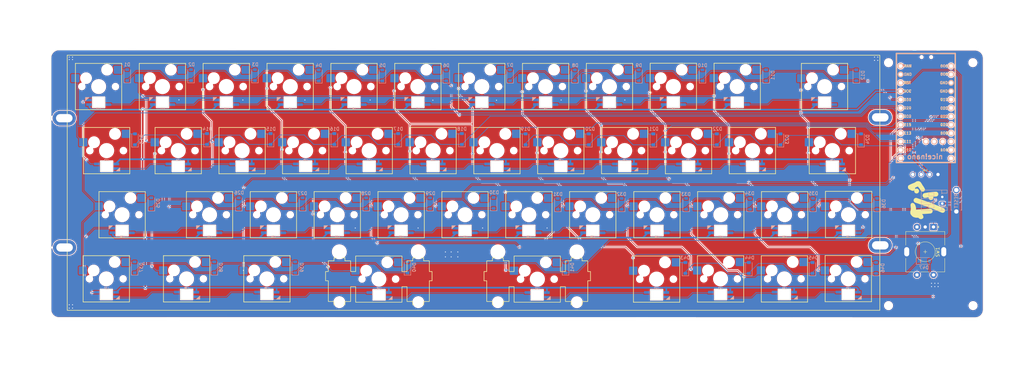
<source format=kicad_pcb>
(kicad_pcb (version 20241229) (generator "pcbnew") (generator_version "9.0")
  (layers (0 "F.Cu" signal) (2 "B.Cu" signal) (13 "F.Paste" user) (15 "B.Paste" user) (5 "F.SilkS" user "F.Silkscreen") (7 "B.SilkS" user "B.Silkscreen") (1 "F.Mask" user) (3 "B.Mask" user) (25 "Edge.Cuts" user))
  (net 0 "")
  (net 1 "row0")
  (net 2 "Net-(D1-A)")
  (net 3 "row4")
  (net 4 "row2")
  (net 5 "row5")
  (net 6 "col2")
  (net 7 "col1")
  (net 8 "col0")
  (net 9 "row6")
  (net 10 "row7")
  (net 11 "Net-(D3-A)")
  (net 12 "Net-(D2-A)")
  (net 13 "row1")
  (net 14 "Net-(D4-A)")
  (net 15 "Net-(D5-A)")
  (net 16 "row3")
  (net 17 "Net-(D6-A)")
  (net 18 "Net-(D7-A)")
  (net 19 "Net-(D46-A)")
  (net 20 "Net-(D11-A)")
  (net 21 "Net-(D8-A)")
  (net 22 "Net-(D47-A)")
  (net 23 "Net-(D9-A)")
  (net 24 "Net-(D10-A)")
  (net 25 "Net-(D12-A)")
  (net 26 "Net-(D19-A)")
  (net 27 "Net-(D24-A)")
  (net 28 "Net-(D21-A)")
  (net 29 "Net-(D20-A)")
  (net 30 "Net-(D23-A)")
  (net 31 "Net-(D22-A)")
  (net 32 "Net-(D25-A)")
  (net 33 "Net-(D26-A)")
  (net 34 "Net-(D27-A)")
  (net 35 "Net-(D28-A)")
  (net 36 "Net-(D29-A)")
  (net 37 "Net-(D16-A)")
  (net 38 "Net-(D18-A)")
  (net 39 "Net-(D14-A)")
  (net 40 "Net-(D15-A)")
  (net 41 "Net-(D13-A)")
  (net 42 "Net-(D17-A)")
  (net 43 "col3")
  (net 44 "Net-(D45-A)")
  (net 45 "col4")
  (net 46 "Net-(D43-A)")
  (net 47 "Net-(D44-A)")
  (net 48 "Net-(D31-A)")
  (net 49 "Net-(D32-A)")
  (net 50 "Net-(D35-A)")
  (net 51 "Net-(D30-A)")
  (net 52 "Net-(D39-A)")
  (net 53 "Net-(D38-A)")
  (net 54 "Net-(D40-A)")
  (net 55 "Net-(D34-A)")
  (net 56 "Net-(D41-A)")
  (net 57 "Net-(D33-A)")
  (net 58 "Net-(D36-A)")
  (net 59 "Net-(D37-A)")
  (net 60 "col5")
  (net 61 "GND")
  (net 62 "LED")
  (net 63 "VCC")
  (net 64 "Net-(L24-DIN)")
  (net 65 "Net-(L12-DIN)")
  (net 66 "Net-(L36-DIN)")
  (net 67 "reset")
  (net 68 "Net-(L5-DIN)")
  (net 69 "Net-(L3-DIN)")
  (net 70 "Net-(L11-DIN)")
  (net 71 "Net-(L17-DIN)")
  (net 72 "Net-(L14-DIN)")
  (net 73 "Net-(BT1-+)")
  (net 74 "Net-(L20-DIN)")
  (net 75 "Battery")
  (net 76 "Net-(L25-DIN)")
  (net 77 "Net-(L35-DIN)")
  (net 78 "Net-(L28-DIN)")
  (net 79 "Net-(L38-DIN)")
  (net 80 "Net-(L27-DIN)")
  (net 81 "Net-(L30-DIN)")
  (net 82 "Net-(L44-DIN)")
  (net 83 "SDA")
  (net 84 "Net-(L42-DIN)")
  (net 85 "Net-(L26-DIN)")
  (net 86 "Net-(L37-DIN)")
  (net 87 "Net-(L29-DIN)")
  (net 88 "Net-(L34-DIN)")
  (net 89 "Net-(L43-DIN)")
  (net 90 "SCL")
  (net 91 "rot0")
  (net 92 "Net-(L7-DIN)")
  (net 93 "Net-(L18-DIN)")
  (net 94 "Net-(L8-DIN)")
  (net 95 "Net-(L4-DIN)")
  (net 96 "Net-(L21-DIN)")
  (net 97 "Net-(L22-DIN)")
  (net 98 "Net-(L15-DIN)")
  (net 99 "Net-(L23-DIN)")
  (net 100 "Net-(L10-DIN)")
  (net 101 "Net-(L13-DIN)")
  (net 102 "Net-(L1-DIN)")
  (net 103 "Net-(L10-DOUT)")
  (net 104 "Net-(L19-DIN)")
  (net 105 "Net-(L2-DIN)")
  (net 106 "Net-(L6-DIN)")
  (net 107 "Net-(L16-DIN)")
  (net 108 "rot1")
  (net 109 "Net-(L41-DIN)")
  (net 110 "Net-(L39-DIN)")
  (net 111 "Net-(L31-DIN)")
  (net 112 "Net-(L40-DIN)")
  (net 113 "Net-(L32-DIN)")
  (net 114 "Net-(L33-DIN)")
  (footprint "keebio:RotaryEncoder_Alps_EC11E-Switch_Vertical_H20mm" (layer "F.Cu") (at 393.1368 228.1645 -90)
    (property "Reference" "SW1")
    (property "Value" "RotaryEncoder_Switch" (hide yes))
  )
  (footprint "MountingHole:MountingHole_2.2mm_M2" (layer "F.Cu") (at 382.043 244.477)
    (property "Reference" "M4" (hide yes))
    (property "Value" "MountingHole_2.2mm_M2" (hide yes))
  )
  (footprint "" (layer "F.Cu") (at 379.543 226.227)
    (property "Reference" "")
    (property "Value" "")
  )
  (footprint "MountingHole:MountingHole_2.2mm_M2" (layer "F.Cu") (at 407.6055 244.477)
    (property "Reference" "M3" (hide yes))
    (property "Value" "MountingHole_2.2mm_M2" (hide yes))
  )
  (footprint "LOGO" (layer "F.Cu") (at 393.09375 212.71875)
    (property "Reference" "G***" (hide yes))
    (property "Value" "LOGO" (hide yes))
  )
  (footprint "" (layer "F.Cu") (at 132.793 187.727)
    (property "Reference" "")
    (property "Value" "")
  )
  (footprint "" (layer "F.Cu") (at 132.88675 226.88325)
    (property "Reference" "")
    (property "Value" "")
  )
  (footprint "MountingHole:MountingHole_2.2mm_M2" (layer "F.Cu") (at 407.543 170.9145)
    (property "Reference" "M2" (hide yes))
    (property "Value" "MountingHole_2.2mm_M2" (hide yes))
  )
  (footprint "" (layer "F.Cu") (at 379.543 187.477)
    (property "Reference" "")
    (property "Value" "")
  )
  (footprint "crone:switch-MSK-12C02-smd" (layer "F.Cu") (at 393.493 167.877 -90)
    (property "Reference" "SW23")
    (property "Value" "SW_DPDT")
  )
  (footprint "MountingHole:MountingHole_2.2mm_M2" (layer "F.Cu") (at 382.043 170.9145)
    (property "Reference" "M1" (hide yes))
    (property "Value" "MountingHole_2.2mm_M2" (hide yes))
  )
  (footprint "crone:OLED" (layer "F.Cu") (at 393.1893 204.7707)
    (property "Reference" "OL1")
    (property "Value" "OLED" (hide yes))
  )
  (footprint "crone:MX-Hotswap-1.75U" (layer "B.Cu") (at 362.7218 178.142 180)
    (property "Reference" "K12")
    (property "Value" "KEYSW")
  )
  (footprint "crone:MX-Hotswap-1U" (layer "B.Cu") (at 225.003 197.5482 180)
    (property "Reference" "K17")
    (property "Value" "KEYSW")
  )
  (footprint "crone:YS-SK6812MINI-E" (layer "B.Cu") (at 234.66 221.71)
    (property "Reference" "L32")
    (property "Value" "SK6812MINI" (hide yes))
    (fp_line (start -1.8 -1.55) (end 1.8 -1.55) (stroke (width 0.1)) (layer "Edge.Cuts"))
    (fp_line (start -1.8 1.55) (end -1.8 -1.55) (stroke (width 0.1)) (layer "Edge.Cuts"))
    (fp_line (start 1.8 -1.55) (end 1.8 1.55) (stroke (width 0.1)) (layer "Edge.Cuts"))
    (fp_line (start 1.8 1.55) (end -1.8 1.55) (stroke (width 0.1)) (layer "Edge.Cuts"))
  )
  (footprint "crone:YS-SK6812MINI-E" (layer "B.Cu") (at 362.7175 182.89)
    (property "Reference" "L1")
    (property "Value" "SK6812MINI" (hide yes))
    (fp_line (start -1.8 -1.55) (end 1.8 -1.55) (stroke (width 0.1)) (layer "Edge.Cuts"))
    (fp_line (start -1.8 1.55) (end -1.8 -1.55) (stroke (width 0.1)) (layer "Edge.Cuts"))
    (fp_line (start 1.8 -1.55) (end 1.8 1.55) (stroke (width 0.1)) (layer "Edge.Cuts"))
    (fp_line (start 1.8 1.55) (end -1.8 1.55) (stroke (width 0.1)) (layer "Edge.Cuts"))
  )
  (footprint "Diode_SMD:D_SOD-123" (layer "B.Cu") (at 209.7618 174.7582 90)
    (property "Reference" "D4")
    (property "Value" "D")
  )
  (footprint "Diode_SMD:D_SOD-123" (layer "B.Cu") (at 373.7305 194.127 90)
    (property "Reference" "D24")
    (property "Value" "D")
  )
  (footprint "crone:MX-Hotswap-1U" (layer "B.Cu") (at 292.628 216.958 180)
    (property "Reference" "K32")
    (property "Value" "KEYSW")
  )
  (footprint "crone:MX-Hotswap-1U" (layer "B.Cu") (at 350.628 216.9545 180)
    (property "Reference" "K35")
    (property "Value" "KEYSW")
  )
  (footprint "Diode_SMD:D_SOD-123" (layer "B.Cu") (at 154.168 194.127 90)
    (property "Reference" "D13")
    (property "Value" "D")
  )
  (footprint "crone:MX-Hotswap-1U" (layer "B.Cu") (at 176.7305 216.9545 180)
    (property "Reference" "K26")
    (property "Value" "KEYSW")
  )
  (footprint "crone:YS-SK6812MINI-E" (layer "B.Cu") (at 145.51 241.11 180)
    (property "Reference" "L37")
    (property "Value" "SK6812MINI" (hide yes))
    (fp_line (start 1.8 1.55) (end -1.8 1.55) (stroke (width 0.1)) (layer "Edge.Cuts"))
    (fp_line (start 1.8 -1.55) (end 1.8 1.55) (stroke (width 0.1)) (layer "Edge.Cuts"))
    (fp_line (start -1.8 1.55) (end -1.8 -1.55) (stroke (width 0.1)) (layer "Edge.Cuts"))
    (fp_line (start -1.8 -1.55) (end 1.8 -1.55) (stroke (width 0.1)) (layer "Edge.Cuts"))
  )
  (footprint "crone:YS-SK6812MINI-E" (layer "B.Cu") (at 278.35 182.89)
    (property "Reference" "L5")
    (property "Value" "SK6812MINI" (hide yes))
    (fp_line (start -1.8 -1.55) (end 1.8 -1.55) (stroke (width 0.1)) (layer "Edge.Cuts"))
    (fp_line (start -1.8 1.55) (end -1.8 -1.55) (stroke (width 0.1)) (layer "Edge.Cuts"))
    (fp_line (start 1.8 -1.55) (end 1.8 1.55) (stroke (width 0.1)) (layer "Edge.Cuts"))
    (fp_line (start 1.8 1.55) (end -1.8 1.55) (stroke (width 0.1)) (layer "Edge.Cuts"))
  )
  (footprint "Diode_SMD:D_SOD-123" (layer "B.Cu") (at 154.0743 232.8832 90)
    (property "Reference" "D37")
    (property "Value" "D")
  )
  (footprint "Diode_SMD:D_SOD-123" (layer "B.Cu") (at 178.168 232.8832 90)
    (property "Reference" "D38")
    (property "Value" "D")
  )
  (footprint "crone:MX-Hotswap-1U" (layer "B.Cu") (at 167.253 197.5482 180)
    (property "Reference" "K14")
    (property "Value" "KEYSW")
  )
  (footprint "crone:MX-Hotswap-1U" (layer "B.Cu") (at 220.4093 178.142 180)
    (property "Reference" "K5")
    (property "Value" "KEYSW")
  )
  (footprint "Diode_SMD:D_SOD-123" (layer "B.Cu") (at 214.4493 194.0332 90)
    (property "Reference" "D16")
    (property "Value" "D")
  )
  (footprint "Diode_SMD:D_SOD-123" (layer "B.Cu") (at 151.8243 174.6645 90)
    (property "Reference" "D1")
    (property "Value" "D")
  )
  (footprint "crone:MX-Hotswap-1U" (layer "B.Cu") (at 331.2555 236.3695 180)
    (property "Reference" "K43")
    (property "Value" "KEYSW")
  )
  (footprint "Diode_SMD:D_SOD-123" (layer "B.Cu") (at 320.8555 213.6645 90)
    (property "Reference" "D33")
    (property "Value" "D")
  )
  (footprint "crone:YS-SK6812MINI-E" (layer "B.Cu") (at 194.05 241.1 180)
    (property "Reference" "L39")
    (property "Value" "SK6812MINI" (hide yes))
    (fp_line (start 1.8 1.55) (end -1.8 1.55) (stroke (width 0.1)) (layer "Edge.Cuts"))
    (fp_line (start 1.8 -1.55) (end 1.8 1.55) (stroke (width 0.1)) (layer "Edge.Cuts"))
    (fp_line (start -1.8 1.55) (end -1.8 -1.55) (stroke (width 0.1)) (layer "Edge.Cuts"))
    (fp_line (start -1.8 -1.55) (end 1.8 -1.55) (stroke (width 0.1)) (layer "Edge.Cuts"))
  )
  (footprint "crone:YS-SK6812MINI-E" (layer "B.Cu") (at 350.62 221.71)
    (property "Reference" "L26")
    (property "Value" "SK6812MINI" (hide yes))
    (fp_line (start -1.8 -1.55) (end 1.8 -1.55) (stroke (width 0.1)) (layer "Edge.Cuts"))
    (fp_line (start -1.8 1.55) (end -1.8 -1.55) (stroke (width 0.1)) (layer "Edge.Cuts"))
    (fp_line (start 1.8 -1.55) (end 1.8 1.55) (stroke (width 0.1)) (layer "Edge.Cuts"))
    (fp_line (start 1.8 1.55) (end -1.8 1.55) (stroke (width 0.1)) (layer "Edge.Cuts"))
  )
  (footprint "Diode_SMD:D_SOD-123" (layer "B.Cu") (at 262.6368 213.3832 90)
    (property "Reference" "D30")
    (property "Value" "D")
  )
  (footprint "crone:MX-Hotswap-1U" (layer "B.Cu") (at 215.3468 216.9545 180)
    (property "Reference" "K28")
    (property "Value" "KEYSW")
  )
  (footprint "Diode_SMD:D_SOD-123" (layer "B.Cu") (at 378.6055 213.6645 90)
    (property "Reference" "D36")
    (property "Value" "D")
  )
  (footprint "crone:MX-Hotswap-1U" (layer "B.Cu") (at 336.2843 178.142 180)
    (property "Reference" "K11")
    (property "Value" "KEYSW")
  )
  (footprint "crone:YS-SK6812MINI-E" (layer "B.Cu") (at 259.0675 182.89)
    (property "Reference" "L6")
    (property "Value" "SK6812MINI" (hide yes))
    (fp_line (start -1.8 -1.55) (end 1.8 -1.55) (stroke (width 0.1)) (layer "Edge.Cuts"))
    (fp_line (start -1.8 1.55) (end -1.8 -1.55) (stroke (width 0.1)) (layer "Edge.Cuts"))
    (fp_line (start 1.8 -1.55) (end 1.8 1.55) (stroke (width 0.1)) (layer "Edge.Cuts"))
    (fp_line (start 1.8 1.55) (end -1.8 1.55) (stroke (width 0.1)) (layer "Edge.Cuts"))
  )
  (footprint "Diode_SMD:D_SOD-123" (layer "B.Cu") (at 392.7893 230.9495)
    (property "Reference" "D47")
    (property "Value" "D")
  )
  (footprint "crone:MX-Hotswap-1U" (layer "B.Cu") (at 273.2843 216.9545 180)
    (property "Reference" "K31")
    (property "Value" "KEYSW")
  )
  (footprint "crone:MX-Hotswap-1.25U" (layer "B.Cu") (at 145.503 236.3695 180)
    (property "Reference" "K37")
    (property "Value" "KEYSW")
  )
  (footprint "Connector_JST:JST_PH_S2B-PH-K_1x02_P2.00mm_Horizontal" (layer "B.Cu") (at 398.293 213.5707 90)
    (property "Reference" "BT1" (hide yes))
    (property "Value" "Battery_Cell")
  )
  (footprint "Diode_SMD:D_SOD-123" (layer "B.Cu") (at 175.9555 194.0332 90)
    (property "Reference" "D14")
    (property "Value" "D")
  )
  (footprint "Diode_SMD:D_SOD-123" (layer "B.Cu") (at 171.1368 174.6645 90)
    (property "Reference" "D2")
    (property "Value" "D")
  )
  (footprint "Diode_SMD:D_SOD-123" (layer "B.Cu") (at 301.3555 213.6645 90)
    (property "Reference" "D32")
    (property "Value" "D")
  )
  (footprint "crone:MX-Hotswap-1U" (layer "B.Cu") (at 369.9405 216.9545 180)
    (property "Reference" "K36")
    (property "Value" "KEYSW")
  )
  (footprint "crone:YS-SK6812MINI-E" (layer "B.Cu") (at 205.78 202.29 180)
    (property "Reference" "L16")
    (property "Value" "SK6812MINI" (hide yes))
    (fp_line (start 1.8 1.55) (end -1.8 1.55) (stroke (width 0.1)) (layer "Edge.Cuts"))
    (fp_line (start 1.8 -1.55) (end 1.8 1.55) (stroke (width 0.1)) (layer "Edge.Cuts"))
    (fp_line (start -1.8 1.55) (end -1.8 -1.55) (stroke (width 0.1)) (layer "Edge.Cuts"))
    (fp_line (start -1.8 -1.55) (end 1.8 -1.55) (stroke (width 0.1)) (layer "Edge.Cuts"))
  )
  (footprint "crone:MX-Hotswap-1U" (layer "B.Cu") (at 369.8468 236.3607 180)
    (property "Reference" "K45")
    (property "Value" "KEYSW")
  )
  (footprint "crone:MX-Hotswap-1U" (layer "B.Cu") (at 186.5655 197.5482 180)
    (property "Reference" "K15")
    (property "Value" "KEYSW")
  )
  (footprint "Diode_SMD:D_SOD-123" (layer "B.Cu") (at 325.793 174.727 90)
    (property "Reference" "D10")
    (property "Value" "D")
  )
  (footprint "crone:MX-Hotswap-1U" (layer "B.Cu") (at 239.7218 178.142 180)
    (property "Reference" "K6")
    (property "Value" "KEYSW")
  )
  (footprint "crone:YS-SK6812MINI-E" (layer "B.Cu") (at 331.25 241.125 180)
    (property "Reference" "L43")
    (property "Value" "SK6812MINI" (hide yes))
    (fp_line (start 1.8 1.55) (end -1.8 1.55) (stroke (width 0.1)) (layer "Edge.Cuts"))
    (fp_line (start 1.8 -1.55) (end 1.8 1.55) (stroke (width 0.1)) (layer "Edge.Cuts"))
    (fp_line (start -1.8 1.55) (end -1.8 -1.55) (stroke (width 0.1)) (layer "Edge.Cuts"))
    (fp_line (start -1.8 -1.55) (end 1.8 -1.55) (stroke (width 0.1)) (layer "Edge.Cuts"))
  )
  (footprint "crone:MX-Hotswap-1U" (layer "B.Cu") (at 321.5743 197.5482 180)
    (property "Reference" "K22")
    (property "Value" "KEYSW")
  )
  (footprint "crone:MX-Hotswap-1U" (layer "B.Cu") (at 302.253 197.5482 180)
    (property "Reference" "K21")
    (property "Value" "KEYSW")
  )
  (footprint "crone:YS-SK6812MINI-E" (layer "B.Cu") (at 297.6575 182.9)
    (property "Reference" "L4")
    (property "Value" "SK6812MINI" (hide yes))
    (fp_line (start -1.8 -1.55) (end 1.8 -1.55) (stroke (width 0.1)) (layer "Edge.Cuts"))
    (fp_line (start -1.8 1.55) (end -1.8 -1.55) (stroke (width 0.1)) (layer "Edge.Cuts"))
    (fp_line (start 1.8 -1.55) (end 1.8 1.55) (stroke (width 0.1)) (layer "Edge.Cuts"))
    (fp_line (start 1.8 1.55) (end -1.8 1.55) (stroke (width 0.1)) (layer "Edge.Cuts"))
  )
  (footprint "Diode_SMD:D_SOD-123" (layer "B.Cu") (at 236.5743 232.8832 90)
    (property "Reference" "D40")
    (property "Value" "D")
  )
  (footprint "crone:YS-SK6812MINI-E" (layer "B.Cu") (at 275.793 241.227 180)
    (property "Reference" "L41")
    (property "Value" "SK6812MINI" (hide yes))
    (fp_line (start 1.8 1.55) (end -1.8 1.55) (stroke (width 0.1)) (layer "Edge.Cuts"))
    (fp_line (start 1.8 -1.55) (end 1.8 1.55) (stroke (width 0.1)) (layer "Edge.Cuts"))
    (fp_line (start -1.8 1.55) (end -1.8 -1.55) (stroke (width 0.1)) (layer "Edge.Cuts"))
    (fp_line (start -1.8 -1.55) (end 1.8 -1.55) (stroke (width 0.1)) (layer "Edge.Cuts"))
  )
  (footprint "crone:YS-SK6812MINI-E" (layer "B.Cu") (at 181.8175 182.89)
    (property "Reference" "L10")
    (property "Value" "SK6812MINI" (hide yes))
    (fp_line (start -1.8 -1.55) (end 1.8 -1.55) (stroke (width 0.1)) (layer "Edge.Cuts"))
    (fp_line (start -1.8 1.55) (end -1.8 -1.55) (stroke (width 0.1)) (layer "Edge.Cuts"))
    (fp_line (start 1.8 -1.55) (end 1.8 1.55) (stroke (width 0.1)) (layer "Edge.Cuts"))
    (fp_line (start 1.8 1.55) (end -1.8 1.55) (stroke (width 0.1)) (layer "Edge.Cuts"))
  )
  (footprint "crone:YS-SK6812MINI-E" (layer "B.Cu") (at 225.01 202.3 180)
    (property "Reference" "L17")
    (property "Value" "SK6812MINI" (hide yes))
    (fp_line (start 1.8 1.55) (end -1.8 1.55) (stroke (width 0.1)) (layer "Edge.Cuts"))
    (fp_line (start 1.8 -1.55) (end 1.8 1.55) (stroke (width 0.1)) (layer "Edge.Cuts"))
    (fp_line (start -1.8 1.55) (end -1.8 -1.55) (stroke (width 0.1)) (layer "Edge.Cuts"))
    (fp_line (start -1.8 -1.55) (end 1.8 -1.55) (stroke (width 0.1)) (layer "Edge.Cuts"))
  )
  (footprint "crone:YS-SK6812MINI-E" (layer "B.Cu") (at 311.9 241.2 180)
    (property "Reference" "L42")
    (property "Value" "SK6812MINI" (hide yes))
    (fp_line (start 1.8 1.55) (end -1.8 1.55) (stroke (width 0.1)) (layer "Edge.Cuts"))
    (fp_line (start 1.8 -1.55) (end 1.8 1.55) (stroke (width 0.1)) (layer "Edge.Cuts"))
    (fp_line (start -1.8 1.55) (end -1.8 -1.55) (stroke (width 0.1)) (layer "Edge.Cuts"))
    (fp_line (start -1.8 -1.55) (end 1.8 -1.55) (stroke (width 0.1)) (layer "Edge.Cuts"))
  )
  (footprint "crone:YS-SK6812MINI-E" (layer "B.Cu") (at 292.61 221.72)
    (property "Reference" "L29")
    (property "Value" "SK6812MINI" (hide yes))
    (fp_line (start -1.8 -1.55) (end 1.8 -1.55) (stroke (width 0.1)) (layer "Edge.Cuts"))
    (fp_line (start -1.8 1.55) (end -1.8 -1.55) (stroke (width 0.1)) (layer "Edge.Cuts"))
    (fp_line (start 1.8 -1.55) (end 1.8 1.55) (stroke (width 0.1)) (layer "Edge.Cuts"))
    (fp_line (start 1.8 1.55) (end -1.8 1.55) (stroke (width 0.1)) (layer "Edge.Cuts"))
  )
  (footprint "Diode_SMD:D_SOD-123" (layer "B.Cu") (at 228.9805 174.7582 90)
    (property "Reference" "D5")
    (property "Value" "D")
  )
  (footprint "crone:YS-SK6812MINI-E" (layer "B.Cu") (at 312.043 221.727)
    (property "Reference" "L28")
    (property "Value" "SK6812MINI" (hide yes))
    (fp_line (start -1.8 -1.55) (end 1.8 -1.55) (stroke (width 0.1)) (layer "Edge.Cuts"))
    (fp_line (start -1.8 1.55) (end -1.8 -1.55) (stroke (width 0.1)) (layer "Edge.Cuts"))
    (fp_line (start 1.8 -1.55) (end 1.8 1.55) (stroke (width 0.1)) (layer "Edge.Cuts"))
    (fp_line (start 1.8 1.55) (end -1.8 1.55) (stroke (width 0.1)) (layer "Edge.Cuts"))
  )
  (footprint "Diode_SMD:D_SOD-123" (layer "B.Cu") (at 243.418 213.477 90)
    (property "Reference" "D29")
    (property "Value" "D")
  )
  (footprint "Diode_SMD:D_SOD-123" (layer "B.Cu") (at 159.1368 213.477 90)
    (property "Reference" "D25")
    (property "Value" "D")
  )
  (footprint "crone:MX-Hotswap-1U" (layer "B.Cu") (at 278.3468 178.142 180)
    (property "Reference" "K8")
    (property "Value" "KEYSW")
  )
  (footprint "crone:MX-Hotswap-1U" (layer "B.Cu") (at 253.9893 216.9545 180)
    (property "Reference" "K30")
    (property "Value" "KEYSW")
  )
  (footprint "crone:MX-Hotswap-1U" (layer "B.Cu") (at 181.8155 178.1455 180)
    (property "Reference" "K3")
    (property "Value" "KEYSW")
  )
  (footprint "crone:MX-Hotswap-1U" (layer "B.Cu") (at 263.628 197.5482 180)
    (property "Reference" "K19")
    (property "Value" "KEYSW")
  )
  (footprint "crone:YS-SK6812MINI-E" (layer "B.Cu") (at 273.29 221.71)
    (property "Reference" "L30")
    (property "Value" "SK6812MINI" (hide yes))
    (fp_line (start -1.8 -1.55) (end 1.8 -1.55) (stroke (width 0.1)) (layer "Edge.Cuts"))
    (fp_line (start -1.8 1.55) (end -1.8 -1.55) (stroke (width 0.1)) (layer "Edge.Cuts"))
    (fp_line (start 1.8 -1.55) (end 1.8 1.55) (stroke (width 0.1)) (layer "Edge.Cuts"))
    (fp_line (start 1.8 1.55) (end -1.8 1.55) (stroke (width 0.1)) (layer "Edge.Cuts"))
  )
  (footprint "crone:YS-SK6812MINI-E" (layer "B.Cu") (at 321.58 202.31 180)
    (property "Reference" "L22")
    (property "Value" "SK6812MINI" (hide yes))
    (fp_line (start 1.8 1.55) (end -1.8 1.55) (stroke (width 0.1)) (layer "Edge.Cuts"))
    (fp_line (start 1.8 -1.55) (end 1.8 1.55) (stroke (width 0.1)) (layer "Edge.Cuts"))
    (fp_line (start -1.8 1.55) (end -1.8 -1.55) (stroke (width 0.1)) (layer "Edge.Cuts"))
    (fp_line (start -1.8 -1.55) (end 1.8 -1.55) (stroke (width 0.1)) (layer "Edge.Cuts"))
  )
  (footprint "crone:YS-SK6812MINI-E" (layer "B.Cu") (at 336.293 182.89)
    (property "Reference" "L2")
    (property "Value" "SK6812MINI" (hide yes))
    (fp_line (start -1.8 -1.55) (end 1.8 -1.55) (stroke (width 0.1)) (layer "Edge.Cuts"))
    (fp_line (start -1.8 1.55) (end -1.8 -1.55) (stroke (width 0.1)) (layer "Edge.Cuts"))
    (fp_line (start 1.8 -1.55) (end 1.8 1.55) (stroke (width 0.1)) (layer "Edge.Cuts"))
    (fp_line (start 1.8 1.55) (end -1.8 1.55) (stroke (width 0.1)) (layer "Edge.Cuts"))
  )
  (footprint "Diode_SMD:D_SOD-123" (layer "B.Cu") (at 372.293 174.727 90)
    (property "Reference" "D12")
    (property "Value" "D")
  )
  (footprint "crone:MX-Hotswap-1U" (layer "B.Cu") (at 196.0518 216.9545 180)
    (property "Reference" "K27")
    (property "Value" "KEYSW")
  )
  (footprint "crone:MX-Hotswap-2.75U-ReversedStabilizers" (layer "B.Cu") (at 275.8555 236.4632 180)
    (property "Reference" "K41")
    (property "Value" "KEYSW")
  )
  (footprint "Diode_SMD:D_SOD-123" (layer "B.Cu") (at 359.1993 213.6645 90)
    (property "Reference" "D35")
    (property "Value" "D")
  )
  (footprint "crone:YS-SK6812MINI-E" (layer "B.Cu") (at 167.25 202.3 180)
    (property "Reference" "L14")
    (property "Value" "SK6812MINI" (hide yes))
    (fp_line (start 1.8 1.55) (end -1.8 1.55) (stroke (width 0.1)) (layer "Edge.Cuts"))
    (fp_line (start 1.8 -1.55) (end 1.8 1.55) (stroke (width 0.1)) (layer "Edge.Cuts"))
    (fp_line (start -1.8 1.55) (end -1.8 -1.55) (stroke (width 0.1)) (layer "Edge.Cuts"))
    (fp_line (start -1.8 -1.55) (end 1.8 -1.55) (stroke (width 0.1)) (layer "Edge.Cuts"))
  )
  (footprint "Diode_SMD:D_SOD-123" (layer "B.Cu") (at 233.7618 194.0332 90)
    (property "Reference" "D17")
    (property "Value" "D")
  )
  (footprint "crone:YS-SK6812MINI-E" (layer "B.Cu") (at 340.9 202.29 180)
    (property "Reference" "L23")
    (property "Value" "SK6812MINI" (hide yes))
    (fp_line (start 1.8 1.55) (end -1.8 1.55) (stroke (width 0.1)) (layer "Edge.Cuts"))
    (fp_line (start 1.8 -1.55) (end 1.8 1.55) (stroke (width 0.1)) (layer "Edge.Cuts"))
    (fp_line (start -1.8 1.55) (end -1.8 -1.55) (stroke (width 0.1)) (layer "Edge.Cuts"))
    (fp_line (start -1.8 -1.55) (end 1.8 -1.55) (stroke (width 0.1)) (layer "Edge.Cuts"))
  )
  (footprint "Diode_SMD:D_SOD-123" (layer "B.Cu") (at 202.6368 232.8832 90)
    (property "Reference" "D39")
    (property "Value" "D" (hide yes))
  )
  (footprint "crone:YS-SK6812MINI-E" (layer "B.Cu") (at 220.4075 182.89)
    (property "Reference" "L8")
    (property "Value" "SK6812MINI" (hide yes))
    (fp_line (start -1.8 -1.55) (end 1.8 -1.55) (stroke (width 0.1)) (layer "Edge.Cuts"))
    (fp_line (start -1.8 1.55) (end -1.8 -1.55) (stroke (width 0.1)) (layer "Edge.Cuts"))
    (fp_line (start 1.8 -1.55) (end 1.8 1.55) (stroke (width 0.1)) (layer "Edge.Cuts"))
    (fp_line (start 1.8 1.55) (end -1.8 1.55) (stroke (width 0.1)) (layer "Edge.Cuts"))
  )
  (footprint "Diode_SMD:D_SOD-123" (layer "B.Cu") (at 253.018 194.0332 90)
    (property "Reference" "D18")
    (property "Value" "D")
  )
  (footprint "crone:YS-SK6812MINI-E" (layer "B.Cu") (at 331.293 221.727)
    (property "Reference" "L27")
    (property "Value" "SK6812MINI" (hide yes))
    (fp_line (start -1.8 -1.55) (end 1.8 -1.55) (stroke (width 0.1)) (layer "Edge.Cuts"))
    (fp_line (start -1.8 1.55) (end -1.8 -1.55) (stroke (width 0.1)) (layer "Edge.Cuts"))
    (fp_line (start 1.8 -1.55) (end 1.8 1.55) (stroke (width 0.1)) (layer "Edge.Cuts"))
    (fp_line (start 1.8 1.55) (end -1.8 1.55) (stroke (width 0.1)) (layer "Edge.Cuts"))
  )
  (footprint "crone:ResetSW" (layer "B.Cu") (at 402.543 212.727 90)
    (property "Reference" "RSW1" (hide yes))
    (property "Value" "SW_PUSH")
  )
  (footprint "crone:YS-SK6812MINI-E" (layer "B.Cu") (at 316.97 182.89)
    (property "Reference" "L3")
    (property "Value" "SK6812MINI" (hide yes))
    (fp_line (start -1.8 -1.55) (end 1.8 -1.55) (stroke (width 0.1)) (layer "Edge.Cuts"))
    (fp_line (start -1.8 1.55) (end -1.8 -1.55) (stroke (width 0.1)) (layer "Edge.Cuts"))
    (fp_line (start 1.8 -1.55) (end 1.8 1.55) (stroke (width 0.1)) (layer "Edge.Cuts"))
    (fp_line (start 1.8 1.55) (end -1.8 1.55) (stroke (width 0.1)) (layer "Edge.Cuts"))
  )
  (footprint "crone:YS-SK6812MINI-E" (layer "B.Cu") (at 145.6 202.29 180)
    (property "Reference" "L13")
    (property "Value" "SK6812MINI" (hide yes))
    (fp_line (start 1.8 1.55) (end -1.8 1.55) (stroke (width 0.1)) (layer "Edge.Cuts"))
    (fp_line (start 1.8 -1.55) (end 1.8 1.55) (stroke (width 0.1)) (layer "Edge.Cuts"))
    (fp_line (start -1.8 1.55) (end -1.8 -1.55) (stroke (width 0.1)) (layer "Edge.Cuts"))
    (fp_line (start -1.8 -1.55) (end 1.8 -1.55) (stroke (width 0.1)) (layer "Edge.Cuts"))
  )
  (footprint "crone:MX-Hotswap-1.75U" (layer "B.Cu") (at 150.2843 216.9545 180)
    (property "Reference" "K25")
    (property "Value" "KEYSW")
  )
  (footprint "Diode_SMD:D_SOD-123" (layer "B.Cu") (at 349.3555 194.127 90)
    (property "Reference" "D23")
    (property "Value" "D")
  )
  (footprint "crone:YS-SK6812MINI-E" (layer "B.Cu") (at 263.63 202.3 180)
    (property "Reference" "L19")
    (property "Value" "SK6812MINI" (hide yes))
    (fp_line (start 1.8 1.55) (end -1.8 1.55) (stroke (width 0.1)) (layer "Edge.Cuts"))
    (fp_line (start 1.8 -1.55) (end 1.8 1.55) (stroke (width 0.1)) (layer "Edge.Cuts"))
    (fp_line (start -1.8 1.55) (end -1.8 -1.55) (stroke (width 0.1)) (layer "Edge.Cuts"))
    (fp_line (start -1.8 -1.55) (end 1.8 -1.55) (stroke (width 0.1)) (layer "Edge.Cuts"))
  )
  (footprint "crone:YS-SK6812MINI-E" (layer "B.Cu") (at 369.85 241.1 180)
    (property "Reference" "L45")
    (property "Value" "SK6812MINI" (hide yes))
    (fp_line (start 1.8 1.55) (end -1.8 1.55) (stroke (width 0.1)) (layer "Edge.Cuts"))
    (fp_line (start 1.8 -1.55) (end 1.8 1.55) (stroke (width 0.1)) (layer "Edge.Cuts"))
    (fp_line (start -1.8 1.55) (end -1.8 -1.55) (stroke (width 0.1)) (layer "Edge.Cuts"))
    (fp_line (start -1.8 -1.55) (end 1.8 -1.55) (stroke (width 0.1)) (layer "Edge.Cuts"))
  )
  (footprint "crone:MX-Hotswap-1U" (layer "B.Cu") (at 312.0325 216.972 180)
    (property "Reference" "K33")
    (property "Value" "KEYSW")
  )
  (footprint "Diode_SMD:D_SOD-123" (layer "B.Cu") (at 330.1368 194.127 90)
    (property "Reference" "D22")
    (property "Value" "D")
  )
  (footprint "crone:MX-Hotswap-1.25U" (layer "B.Cu") (at 145.5968 197.5482 180)
    (property "Reference" "K13")
    (property "Value" "KEYSW")
  )
  (footprint "Diode_SMD:D_SOD-123" (layer "B.Cu") (at 282.043 213.6645 90)
    (property "Reference" "D31")
    (property "Value" "D")
  )
  (footprint "crone:MX-Hotswap-1U" (layer "B.Cu") (at 234.6593 216.9545 180)
    (property "Reference" "K29")
    (property "Value" "KEYSW")
  )
  (footprint "crone:YS-SK6812MINI-E" (layer "B.Cu") (at 365.07 202.3 180)
    (property "Reference" "L24")
    (property "Value" "SK6812MINI" (hide yes))
    (fp_line (start 1.8 1.55) (end -1.8 1.55) (stroke (width 0.1)) (layer "Edge.Cuts"))
    (fp_line (start 1.8 -1.55) (end 1.8 1.55) (stroke (width 0.1)) (layer "Edge.Cuts"))
    (fp_line (start -1.8 1.55) (end -1.8 -1.55) (stroke (width 0.1)) (layer "Edge.Cuts"))
    (fp_line (start -1.8 -1.55) (end 1.8 -1.55) (stroke (width 0.1)) (layer "Edge.Cuts"))
  )
  (footprint "crone:YS-SK6812MINI-E" (layer "B.Cu") (at 215.35 221.7)
    (property "Reference" "L33")
    (property "Value" "SK6812MINI" (hide yes))
    (fp_line (start -1.8 -1.55) (end 1.8 -1.55) (stroke (width 0.1)) (layer "Edge.Cuts"))
    (fp_line (start -1.8 1.55) (end -1.8 -1.55) (stroke (width 0.1)) (layer "Edge.Cuts"))
    (fp_line (start 1.8 -1.55) (end 1.8 1.55) (stroke (width 0.1)) (layer "Edge.Cuts"))
    (fp_line (start 1.8 1.55) (end -1.8 1.55) (stroke (width 0.1)) (layer "Edge.Cuts"))
  )
  (footprint "Diode_SMD:D_SOD-123" (layer "B.Cu") (at 359.0493 233.0707 90)
    (property "Reference" "D45")
    (property "Value" "D")
  )
  (footprint "crone:MX-Hotswap-1U" (layer "B.Cu") (at 340.8955 197.5482 180)
    (property "Reference" "K23")
    (property "Value" "KEYSW")
  )
  (footprint "crone:MX-Hotswap-1.25U" (layer "B.Cu") (at 194.0655 236.3607 180)
    (property "Reference" "K39")
    (property "Value" "KEYSW")
  )
  (footprint "crone:YS-SK6812MINI-E" (layer "B.Cu") (at 186.56 202.29 180)
    (property "Reference" "L15")
    (property "Value" "SK6812MINI" (hide yes))
    (fp_line (start 1.8 1.55) (end -1.8 1.55) (stroke (width 0.1)) (layer "Edge.Cuts"))
    (fp_line (start 1.8 -1.55) (end 1.8 1.55) (stroke (width 0.1)) (layer "Edge.Cuts"))
    (fp_line (start -1.8 1.55) (end -1.8 -1.55) (stroke (width 0.1)) (layer "Edge.Cuts"))
    (fp_line (start -1.8 -1.55) (end 1.8 -1.55) (stroke (width 0.1)) (layer "Edge.Cuts"))
  )
  (footprint "Diode_SMD:D_SOD-123" (layer "B.Cu") (at 284.3868 232.8832 90)
    (property "Reference" "D41")
    (property "Value" "D")
  )
  (footprint "Diode_SMD:D_SOD-123" (layer "B.Cu") (at 185.5743 213.477 90)
    (property "Reference" "D26")
    (property "Value" "D")
  )
  (footprint "Diode_SMD:D_SOD-123" (layer "B.Cu") (at 267.6055 174.727 90)
    (property "Reference" "D7")
    (property "Value" "D")
  )
  (footprint "crone:YS-SK6812MINI-E" (layer "B.Cu") (at 350.543 241.1 180)
    (property "Reference" "L44")
    (property "Value" "SK6812MINI" (hide yes))
    (fp_line (start 1.8 1.55) (end -1.8 1.55) (stroke (width 0.1)) (layer "Edge.Cuts"))
    (fp_line (start 1.8 -1.55) (end 1.8 1.55) (stroke (width 0.1)) (layer "Edge.Cuts"))
    (fp_line (start -1.8 1.55) (end -1.8 -1.55) (stroke (width 0.1)) (layer "Edge.Cuts"))
    (fp_line (start -1.8 -1.55) (end 1.8 -1.55) (stroke (width 0.1)) (layer "Edge.Cuts"))
  )
  (footprint "Nice-nano:nice_nano" (layer "B.Cu") (at 393.3243 185.907 -90)
    (property "Reference" "U1" (hide yes))
    (property "Value" "nice_nano" (hide yes))
  )
  (footprint "crone:YS-SK6812MINI-E" (layer "B.Cu") (at 143.19 182.9)
    (property "Reference" "L12")
    (property "Value" "SK6812MINI" (hide yes))
    (fp_line (start -1.8 -1.55) (end 1.8 -1.55) (stroke (width 0.1)) (layer "Edge.Cuts"))
    (fp_line (start -1.8 1.55) (end -1.8 -1.55) (stroke (width 0.1)) (layer "Edge.Cuts"))
    (fp_line (start 1.8 -1.55) (end 1.8 1.55) (stroke (width 0.1)) (layer "Edge.Cuts"))
    (fp_line (start 1.8 1.55) (end -1.8 1.55) (stroke (width 0.1)) (layer "Edge.Cuts"))
  )
  (footprint "crone:YS-SK6812MINI-E" (layer "B.Cu") (at 253.99 221.71)
    (property "Reference" "L31")
    (property "Value" "SK6812MINI" (hide yes))
    (fp_line (start -1.8 -1.55) (end 1.8 -1.55) (stroke (width 0.1)) (layer "Edge.Cuts"))
    (fp_line (start -1.8 1.55) (end -1.8 -1.55) (stroke (width 0.1)) (layer "Edge.Cuts"))
    (fp_line (start 1.8 -1.55) (end 1.8 1.55) (stroke (width 0.1)) (layer "Edge.Cuts"))
    (fp_line (start 1.8 1.55) (end -1.8 1.55) (stroke (width 0.1)) (layer "Edge.Cuts"))
  )
  (footprint "crone:MX-Hotswap-1U" (layer "B.Cu") (at 311.9093 236.4545 180)
    (property "Reference" "K42")
    (property "Value" "KEYSW")
  )
  (footprint "Diode_SMD:D_SOD-123" (layer "B.Cu") (at 291.418 194.127 90)
    (property "Reference" "D20")
    (property "Value" "D")
  )
  (footprint "Diode_SMD:D_SOD-123" (layer "B.Cu") (at 224.1055 213.477 90)
    (property "Reference" "D28")
    (property "Value" "D")
  )
  (footprint "Diode_SMD:D_SOD-123" (layer "B.Cu") (at 195.1743 194.0332 90)
    (property "Reference" "D15")
    (property "Value" "D")
  )
  (footprint "crone:MX-Hotswap-1U" (layer "B.Cu") (at 162.4805 178.1455 180)
    (property "Reference" "K2")
    (property "Value" "KEYSW")
  )
  (footprint "crone:YS-SK6812MINI-E" (layer "B.Cu") (at 239.7275 182.89)
    (property "Reference" "L7")
    (property "Value" "SK6812MINI" (hide yes))
    (fp_line (start -1.8 -1.55) (end 1.8 -1.55) (stroke (width 0.1)) (layer "Edge.Cuts"))
    (fp_line (start -1.8 1.55) (end -1.8 -1.55) (stroke (width 0.1)) (layer "Edge.Cuts"))
    (fp_line (start 1.8 -1.55) (end 1.8 1.55) (stroke (width 0.1)) (layer "Edge.Cuts"))
    (fp_line (start 1.8 1.55) (end -1.8 1.55) (stroke (width 0.1)) (layer "Edge.Cuts"))
  )
  (footprint "Diode_SMD:D_SOD-123" (layer "B.Cu") (at 345.043 174.727 90)
    (property "Reference" "D11")
    (property "Value" "D")
  )
  (footprint "Diode_SMD:D_SOD-123" (layer "B.Cu") (at 339.793 233.0707 90)
    (property "Reference" "D44")
    (property "Value" "D")
  )
  (footprint "crone:MX-Hotswap-1U" (layer "B.Cu") (at 244.3155 197.5482 180)
    (property "Reference" "K18")
    (property "Value" "KEYSW")
  )
  (footprint "Diode_SMD:D_SOD-123" (layer "B.Cu") (at 378.268 233.0707 90)
    (property "Reference" "D46")
    (property "Value" "D")
  )
  (footprint "crone:MX-Hotswap-1U" (layer "B.Cu") (at 331.3155 216.9545 180)
    (property "Reference" "K34")
    (property "Value" "KEYSW")
  )
  (footprint "Diode_SMD:D_SOD-123" (layer "B.Cu") (at 310.918 194.127 90)
    (property "Reference" "D21")
    (property "Value" "D")
  )
  (footprint "crone:MX-Hotswap-1U" (layer "B.Cu") (at 205.7843 197.5482 180)
    (property "Reference" "K16")
    (property "Value" "KEYSW")
  )
  (footprint "crone:YS-SK6812MINI-E" (layer "B.Cu") (at 227.993 241.227 180)
    (property "Reference" "L40")
    (property "Value" "SK6812MINI" (hide yes))
    (fp_line (start 1.8 1.55) (end -1.8 1.55) (stroke (width 0.1)) (layer "Edge.Cuts"))
    (fp_line (start 1.8 -1.55) (end 1.8 1.55) (stroke (width 0.1)) (layer "Edge.Cuts"))
    (fp_line (start -1.8 1.55) (end -1.8 -1.55) (stroke (width 0.1)) (layer "Edge.Cuts"))
    (fp_line (start -1.8 -1.55) (end 1.8 -1.55) (stroke (width 0.1)) (layer "Edge.Cuts"))
  )
  (footprint "crone:YS-SK6812MINI-E" (layer "B.Cu") (at 162.5 182.9)
    (property "Reference" "L11")
    (property "Value" "SK6812MINI" (hide yes))
    (fp_line (start -1.8 -1.55) (end 1.8 -1.55) (stroke (width 0.1)) (layer "Edge.Cuts"))
    (fp_line (start -1.8 1.55) (end -1.8 -1.55) (stroke (width 0.1)) (layer "Edge.Cuts"))
    (fp_line (start 1.8 -1.55) (end 1.8 1.55) (stroke (width 0.1)) (layer "Edge.Cuts"))
    (fp_line (start 1.8 1.55) (end -1.8 1.55) (stroke (width 0.1)) (layer "Edge.Cuts"))
  )
  (footprint "crone:YS-SK6812MINI-E" (layer "B.Cu") (at 201.13 182.9)
    (property "Reference" "L9")
    (property "Value" "SK6812MINI" (hide yes))
    (fp_line (start -1.8 -1.55) (end 1.8 -1.55) (stroke (width 0.1)) (layer "Edge.Cuts"))
    (fp_line (start -1.8 1.55) (end -1.8 -1.55) (stroke (width 0.1)) (layer "Edge.Cuts"))
    (fp_line (start 1.8 -1.55) (end 1.8 1.55) (stroke (width 0.1)) (layer "Edge.Cuts"))
    (fp_line (start 1.8 1.55) (end -1.8 1.55) (stroke (width 0.1)) (layer "Edge.Cuts"))
  )
  (footprint "Diode_SMD:D_SOD-123" (layer "B.Cu") (at 306.543 174.727 90)
    (property "Reference" "D9")
    (property "Value" "D")
  )
  (footprint "Diode_SMD:D_SOD-123" (layer "B.Cu") (at 320.6118 233.0707 90)
    (property "Reference" "D43")
    (property "Value" "D")
  )
  (footprint "crone:YS-SK6812MINI-E" (layer "B.Cu") (at 369.9375 221.71)
    (property "Reference" "L25")
    (property "Value" "SK6812MINI" (hide yes))
    (fp_line (start -1.8 -1.55) (end 1.8 -1.55) (stroke (width 0.1)) (layer "Edge.Cuts"))
    (fp_line (start -1.8 1.55) (end -1.8 -1.55) (stroke (width 0.1)) (layer "Edge.Cuts"))
    (fp_line (start 1.8 -1.55) (end 1.8 1.55) (stroke (width 0.1)) (layer "Edge.Cuts"))
    (fp_line (start 1.8 1.55) (end -1.8 1.55) (stroke (width 0.1)) (layer "Edge.Cuts"))
  )
  (footprint "crone:MX-Hotswap-1U" (layer "B.Cu") (at 282.9405 197.5482 180)
    (property "Reference" "K20")
    (property "Value" "KEYSW")
  )
  (footprint "crone:MX-Hotswap-1U" (layer "B.Cu") (at 350.5343 236.3607 180)
    (property "Reference" "K44")
    (property "Value" "KEYSW")
  )
  (footprint "crone:MX-Hotswap-1U" (layer "B.Cu") (at 316.9718 178.142 180)
    (property "Reference" "K10")
    (property "Value" "KEYSW")
  )
  (footprint "crone:MX-Hotswap-1.25U" (layer "B.Cu") (at 169.7843 236.3607 180)
    (property "Reference" "K38")
    (property "Value" "KEYSW")
  )
  (footprint "crone:MX-Hotswap-1U" (layer "B.Cu") (at 201.128 178.1455 180)
    (property "Reference" "K4")
    (property "Value" "KEYSW")
  )
  (footprint "crone:YS-SK6812MINI-E" (layer "B.Cu") (at 244.31 202.3 180)
    (property "Reference" "L18")
    (property "Value" "SK6812MINI" (hide yes))
    (fp_line (start 1.8 1.55) (end -1.8 1.55) (stroke (width 0.1)) (layer "Edge.Cuts"))
    (fp_line (start 1.8 -1.55) (end 1.8 1.55) (stroke (width 0.1)) (layer "Edge.Cuts"))
    (fp_line (start -1.8 1.55) (end -1.8 -1.55) (stroke (width 0.1)) (layer "Edge.Cuts"))
    (fp_line (start -1.8 -1.55) (end 1.8 -1.55) (stroke (width 0.1)) (layer "Edge.Cuts"))
  )
  (footprint "Diode_SMD:D_SOD-123" (layer "B.Cu") (at 248.293 174.7582 90)
    (property "Reference" "D6")
    (property "Value" "D")
  )
  (footprint "crone:YS-SK6812MINI-E" (layer "B.Cu") (at 169.793 241.1 180)
    (property "Reference" "L38")
    (property "Value" "SK6812MINI" (hide yes))
    (fp_line (start 1.8 1.55) (end -1.8 1.55) (stroke (width 0.1)) (layer "Edge.Cuts"))
    (fp_line (start 1.8 -1.55) (end 1.8 1.55) (stroke (width 0.1)) (layer "Edge.Cuts"))
    (fp_line (start -1.8 1.55) (end -1.8 -1.55) (stroke (width 0.1)) (layer "Edge.Cuts"))
    (fp_line (start -1.8 -1.55) (end 1.8 -1.55) (stroke (width 0.1)) (layer "Edge.Cuts"))
  )
  (footprint "crone:MX-Hotswap-1U" (layer "B.Cu") (at 143.1905 178.1455 180)
    (property "Reference" "K1")
    (property "Value" "KEYSW")
  )
  (footprint "crone:YS-SK6812MINI-E" (layer "B.Cu") (at 150.293 221.727)
    (property "Reference" "L36")
    (property "Value" "SK6812MINI" (hide yes))
    (fp_line (start -1.8 -1.55) (end 1.8 -1.55) (stroke (width 0.1)) (layer "Edge.Cuts"))
    (fp_line (start -1.8 1.55) (end -1.8 -1.55) (stroke (width 0.1)) (layer "Edge.Cuts"))
    (fp_line (start 1.8 -1.55) (end 1.8 1.55) (stroke (width 0.1)) (layer "Edge.Cuts"))
    (fp_line (start 1.8 1.55) (end -1.8 1.55) (stroke (width 0.1)) (layer "Edge.Cuts"))
  )
  (footprint "Diode_SMD:D_SOD-123" (layer "B.Cu") (at 190.4493 174.6645 90)
    (property "Reference" "D3")
    (property "Value" "D")
  )
  (footprint "Diode_SMD:D_SOD-123" (layer "B.Cu") (at 340.168 213.6645 90)
    (property "Reference" "D34")
    (property "Value" "D")
  )
  (footprint "crone:MX-Hotswap-1U" (layer "B.Cu") (at 259.0655 178.1455 180)
    (property "Reference" "K7")
    (property "Value" "KEYSW")
  )
  (footprint "crone:MX-Hotswap-1U" (layer "B.Cu") (at 297.6593 178.142 180)
    (property "Reference" "K9")
    (property "Value" "KEYSW")
  )
  (footprint "crone:YS-SK6812MINI-E" (layer "B.Cu") (at 282.9425 202.3 180)
    (property "Reference" "L20")
    (property "Value" "SK6812MINI" (hide yes))
    (fp_line (start 1.8 1.55) (end -1.8 1.55) (stroke (width 0.1)) (layer "Edge.Cuts"))
    (fp_line (start 1.8 -1.55) (end 1.8 1.55) (stroke (width 0.1)) (layer "Edge.Cuts"))
    (fp_line (start -1.8 1.55) (end -1.8 -1.55) (stroke (width 0.1)) (layer "Edge.Cuts"))
    (fp_line (start -1.8 -1.55) (end 1.8 -1.55) (stroke (width 0.1)) (layer "Edge.Cuts"))
  )
  (footprint "Diode_SMD:D_SOD-123" (layer "B.Cu") (at 204.8868 213.477 90)
    (property "Reference" "D27")
    (property "Value" "D")
  )
  (footprint "crone:YS-SK6812MINI-E" (layer "B.Cu") (at 302.26 202.3 180)
    (property "Reference" "L21")
    (property "Value" "SK6812MINI" (hide yes))
    (fp_line (start 1.8 1.55) (end -1.8 1.55) (stroke (width 0.1)) (layer "Edge.Cuts"))
    (fp_line (start 1.8 -1.55) (end 1.8 1.55) (stroke (width 0.1)) (layer "Edge.Cuts"))
    (fp_line (start -1.8 1.55) (end -1.8 -1.55) (stroke (width 0.1)) (layer "Edge.Cuts"))
    (fp_line (start -1.8 -1.55) (end 1.8 -1.55) (stroke (width 0.1)) (layer "Edge.Cuts"))
  )
  (footprint "Diode_SMD:D_SOD-123" (layer "B.Cu") (at 272.293 194.127 90)
    (property "Reference" "D19")
    (property "Value" "D")
  )
  (footprint "crone:MX-Hotswap-1.5U" (layer "B.Cu") (at 365.0655 197.5482 180)
    (property "Reference" "K24")
    (property "Value" "KEYSW")
  )
  (footprint "crone:MX-Hotswap-2.25U-ReversedStabilizers" (layer "B.Cu") (at 227.91 236.4425 180)
    (property "Reference" "K40")
    (property "Value" "KEYSW")
  )
  (footprint "Diode_SMD:D_SOD-123" (layer "B.Cu") (at 287.1993 174.727 90)
    (property "Reference" "D8")
    (property "Value" "D")
  )
  (footprint "crone:YS-SK6812MINI-E" (layer "B.Cu") (at 176.73 221.71)
    (property "Reference" "L35")
    (property "Value" "SK6812MINI" (hide yes))
    (fp_line (start -1.8 -1.55) (end 1.8 -1.55) (stroke (width 0.1)) (layer "Edge.Cuts"))
    (fp_line (start -1.8 1.55) (end -1.8 -1.55) (stroke (width 0.1)) (layer "Edge.Cuts"))
    (fp_line (start 1.8 -1.55) (end 1.8 1.55) (stroke (width 0.1)) (layer "Edge.Cuts"))
    (fp_line (start 1.8 1.55) (end -1.8 1.55) (stroke (width 0.1)) (layer "Edge.Cuts"))
  )
  (footprint "crone:YS-SK6812MINI-E" (layer "B.Cu") (at 196.0475 221.71)
    (property "Reference" "L34")
    (property "Value" "SK6812MINI" (hide yes))
    (fp_line (start -1.8 -1.55) (end 1.8 -1.55) (stroke (width 0.1)) (layer "Edge.Cuts"))
    (fp_line (start -1.8 1.55) (end -1.8 -1.55) (stroke (width 0.1)) (layer "Edge.Cuts"))
    (fp_line (start 1.8 -1.55) (end 1.8 1.55) (stroke (width 0.1)) (layer "Edge.Cuts"))
    (fp_line (start 1.8 1.55) (end -1.8 1.55) (stroke (width 0.1)) (layer "Edge.Cuts"))
  )
  (gr_line (start 357.5655 229.39195) (end 343.5655 229.39195) (stroke (width 0.2)) (layer "F.SilkS"))
  (gr_line (start 324.3155 209.95445) (end 324.3155 223.95445) (stroke (width 0.2)) (layer "F.SilkS"))
  (gr_line (start 270.628 190.5482) (end 256.628 190.5482) (stroke (width 0.2)) (layer "F.SilkS"))
  (gr_line (start 372.0655 204.5482) (end 372.0655 190.5482) (stroke (width 0.2)) (layer "F.SilkS"))
  (gr_line (start 324.253 229.39195) (end 324.253 243.39195) (stroke (width 0.2)) (layer "F.SilkS"))
  (gr_line (start 309.253 190.5482) (end 295.253 190.5482) (stroke (width 0.2)) (layer "F.SilkS"))
  (gr_line (start 304.90925 229.45445) (end 304.90925 243.45445) (stroke (width 0.2)) (layer "F.SilkS"))
  (gr_line (start 174.78425 185.14195) (end 188.78425 185.14195) (stroke (width 0.2)) (layer "F.SilkS"))
  (gr_line (start 372.0655 190.5482) (end 358.0655 190.5482) (stroke (width 0.2)) (layer "F.SilkS"))
  (gr_line (start 227.65925 209.95445) (end 227.65925 223.95445) (stroke (width 0.2)) (layer "F.SilkS"))
  (gr_line (start 213.40925 171.14195) (end 213.40925 185.14195) (stroke (width 0.2)) (layer "F.SilkS"))
  (gr_line (start 193.5655 190.5482) (end 179.5655 190.5482) (stroke (width 0.2)) (layer "F.SilkS"))
  (gr_line (start 376.878 243.2982) (end 376.878 229.2982) (stroke (width 0.2)) (layer "F.SilkS"))
  (gr_line (start 285.34675 171.14195) (end 271.34675 171.14195) (stroke (width 0.2)) (layer "F.SilkS"))
  (gr_line (start 201.0655 229.3607) (end 187.0655 229.3607) (stroke (width 0.2)) (layer "F.SilkS"))
  (gr_line (start 198.78425 204.5482) (end 212.78425 204.5482) (stroke (width 0.2)) (layer "F.SilkS"))
  (gr_line (start 314.5655 204.5482) (end 328.5655 204.5482) (stroke (width 0.2)) (layer "F.SilkS"))
  (gr_line (start 212.78425 204.5482) (end 212.78425 190.5482) (stroke (width 0.2)) (layer "F.SilkS"))
  (gr_line (start 270.628 204.5482) (end 270.628 190.5482) (stroke (width 0.2)) (layer "F.SilkS"))
  (gr_line (start 318.90925 243.45445) (end 318.90925 229.45445) (stroke (width 0.2)) (layer "F.SilkS"))
  (gr_line (start 174.253 204.5482) (end 174.253 190.5482) (stroke (width 0.2)) (layer "F.SilkS"))
  (gr_line (start 241.65925 223.95445) (end 241.65925 209.95445) (stroke (width 0.2)) (layer "F.SilkS"))
  (gr_line (start 362.97175 209.89195) (end 362.97175 223.89195) (stroke (width 0.2)) (layer "F.SilkS"))
  (gr_line (start 194.09675 171.14195) (end 194.09675 185.14195) (stroke (width 0.2)) (layer "F.SilkS"))
  (gr_line (start 329.28425 185.07945) (end 343.28425 185.07945) (stroke (width 0.2)) (layer "F.SilkS"))
  (gr_line (start 299.59675 209.95445) (end 285.59675 209.95445) (stroke (width 0.2)) (layer "F.SilkS"))
  (gr_line (start 155.47175 171.14195) (end 155.47175 185.14195) (stroke (width 0.2)) (layer "F.SilkS"))
  (gr_line (start 138.59675 190.5482) (end 138.59675 204.5482) (stroke (width 0.2)) (layer "F.SilkS"))
  (gr_line (start 290.65925 185.14195) (end 304.65925 185.14195) (stroke (width 0.2)) (layer "F.SilkS"))
  (gr_line (start 338.253 243.39195) (end 338.253 229.39195) (stroke (width 0.2)) (layer "F.SilkS"))
  (gr_line (start 266.28425 223.95445) (end 280.28425 223.95445) (stroke (width 0.2)) (layer "F.SilkS"))
  (gr_line (start 246.97175 209.95445) (end 246.97175 223.95445) (stroke (width 0.2)) (layer "F.SilkS"))
  (gr_line (start 333.878 190.5482) (end 333.878 204.5482) (stroke (width 0.2)) (layer "F.SilkS"))
  (gr_line (start 179.5655 204.5482) (end 193.5655 204.5482) (stroke (width 0.2)) (layer "F.SilkS"))
  (gr_line (start 246.72175 171.14195) (end 232.72175 171.14195) (stroke (width 0.2)) (layer "F.SilkS"))
  (gr_line (start 232.72175 185.14195) (end 246.72175 185.14195) (stroke (width 0.2)) (layer "F.SilkS"))
  (gr_line (start 358.0655 190.5482) (end 358.0655 204.5482) (stroke (width 0.2)) (layer "F.SilkS"))
  (gr_line (start 319.003 209.95445) (end 305.003 209.95445) (stroke (width 0.2)) (layer "F.SilkS"))
  (gr_line (start 208.34675 209.95445) (end 208.34675 223.95445) (stroke (width 0.2)) (layer "F.SilkS"))
  (gr_line (start 188.78425 171.14195) (end 174.78425 171.14195) (stroke (width 0.2)) (layer "F.SilkS"))
  (gr_line (start 187.0655 229.3607) (end 187.0655 243.3607) (stroke (width 0.2)) (layer "F.SilkS"))
  (gr_line (start 138.503 243.3607) (end 152.503 243.3607) (stroke (width 0.2)) (layer "F.SilkS"))
  (gr_line (start 138.503 229.3607) (end 138.503 243.3607) (stroke (width 0.2)) (layer "F.SilkS"))
  (gr_line (start 208.09675 185.14195) (end 208.09675 171.14195) (stroke (width 0.2)) (layer "F.SilkS"))
  (gr_line (start 150.15925 171.14195) (end 136.15925 171.14195) (stroke (width 0.2)) (layer "F.SilkS"))
  (gr_line (start 246.72175 185.14195) (end 246.72175 171.14195) (stroke (width 0.2)) (layer "F.SilkS"))
  (gr_line (start 333.878 204.5482) (end 347.878 204.5482) (stroke (width 0.2)) (layer "F.SilkS"))
  (gr_line (start 260.97175 209.95445) (end 246.97175 209.95445) (stroke (width 0.2)) (layer "F.SilkS"))
  (gr_line (start 343.628 223.95445) (end 357.628 223.95445) (stroke (width 0.2)) (layer "F.SilkS"))
  (gr_line (start 227.40925 185.14195) (end 227.40925 171.14195) (stroke (width 0.2)) (layer "F.SilkS"))
  (gr_line (start 169.72175 223.95445) (end 183.72175 223.95445) (stroke (width 0.2)) (layer "F.SilkS"))
  (gr_line (start 357.628 209.95445) (end 343.628 209.95445) (stroke (width 0.2)) (layer "F.SilkS"))
  (gr_line (start 174.253 190.5482) (end 160.253 190.5482) (stroke (width 0.2)) (layer "F.SilkS"))
  (gr_line (start 241.65925 209.95445) (end 227.65925 209.95445) (stroke (width 0.2)) (layer "F.SilkS"))
  (gr_line (start 358.0655 204.5482) (end 372.0655 204.5482) (stroke (width 0.2)) (layer "F.SilkS"))
  (gr_line (start 136.15925 171.14195) (end 136.15925 185.14195) (stroke (width 0.2)) (layer "F.SilkS"))
  (gr_line (start 152.59675 190.5482) (end 138.59675 190.5482) (stroke (width 0.2)) (layer "F.SilkS"))
  (gr_line (start 150.15925 185.14195) (end 150.15925 171.14195) (stroke (width 0.2)) (layer "F.SilkS"))
  (gr_line (start 324.3155 223.95445) (end 338.3155 223.95445) (stroke (width 0.2)) (layer "F.SilkS"))
  (gr_line (start 280.28425 209.95445) (end 266.28425 209.95445) (stroke (width 0.2)) (layer "F.SilkS"))
  (gr_line (start 201.0655 243.3607) (end 201.0655 229.3607) (stroke (width 0.2)) (layer "F.SilkS"))
  (gr_line (start 289.9405 204.5482) (end 289.9405 190.5482) (stroke (width 0.2)) (layer "F.SilkS"))
  (gr_line (start 227.65925 223.95445) (end 241.65925 223.95445) (stroke (width 0.2)) (layer "F.SilkS"))
  (gr_line (start 176.78425 243.3607) (end 176.78425 229.3607) (stroke (width 0.2)) (layer "F.SilkS"))
  (gr_line (start 152.503 243.3607) (end 152.503 229.3607) (stroke (width 0.2)) (layer "F.SilkS"))
  (gr_line (start 314.5655 190.5482) (end 314.5655 204.5482) (stroke (width 0.2)) (layer "F.SilkS"))
  (gr_line (start 213.40925 185.14195) (end 227.40925 185.14195) (stroke (width 0.2)) (layer "F.SilkS"))
  (gr_line (start 174.78425 171.14195) (end 174.78425 185.14195) (stroke (width 0.2)) (layer "F.SilkS"))
  (gr_line (start 193.5655 204.5482) (end 193.5655 190.5482) (stroke (width 0.2)) (layer "F.SilkS"))
  (gr_line (start 376.97175 223.89195) (end 376.97175 209.89195) (stroke (width 0.2)) (layer "F.SilkS"))
  (gr_line (start 169.47175 185.14195) (end 169.47175 171.14195) (stroke (width 0.2)) (layer "F.SilkS"))
  (gr_line (start 232.003 190.5482) (end 218.003 190.5482) (stroke (width 0.2)) (layer "F.SilkS"))
  (gr_line (start 138.59675 204.5482) (end 152.59675 204.5482) (stroke (width 0.2)) (layer "F.SilkS"))
  (gr_poly (pts (xy 282.8155 234.154452) (xy 284.340502 234.154452) (xy 284.340502 230.924452) (xy 286.0655 230.924452) (xy 286.0655 230.003452) (xy 289.365503 230.003452) (xy 289.365503 230.924452) (xy 291.090502 230.924452) (xy 291.090502 234.154452) (xy 291.915499 234.154452) (xy 291.915499 236.954452) (xy 291.090502 236.954452) (xy 291.090502 243.224451) (xy 289.365503 243.224451) (xy 289.365503 244.20445) (xy 286.0655 244.20445) (xy 286.0655 243.224451) (xy 284.340502 243.224451) (xy 284.340502 238.754451) (xy 282.8155 238.754451) (xy 282.8155 243.45445) (xy 268.8155 243.45445) (xy 268.8155 238.754451) (xy 267.290499 238.754451) (xy 267.290499 243.224451) (xy 265.5655 243.224451) (xy 265.5655 244.20445) (xy 262.265501 244.20445) (xy 262.265501 243.224451) (xy 260.540502 243.224451) (xy 260.540502 236.954452) (xy 259.715502 236.954452) (xy 259.715502 234.154452) (xy 260.540502 234.154452) (xy 260.540502 230.924452) (xy 262.265501 230.924452) (xy 262.265501 230.003452) (xy 265.5655 230.003452) (xy 265.5655 230.924452) (xy 267.290499 230.924452) (xy 267.290499 234.154452) (xy 268.8155 234.154452) (xy 268.8155 229.454453) (xy 282.8155 229.454453)) (stroke (width 0.188976)) (fill no) (layer "F.SilkS"))
  (gr_line (start 266.03425 171.14195) (end 252.03425 171.14195) (stroke (width 0.2)) (layer "F.SilkS"))
  (gr_line (start 179.5655 190.5482) (end 179.5655 204.5482) (stroke (width 0.2)) (layer "F.SilkS"))
  (gr_line (start 338.3155 209.95445) (end 324.3155 209.95445) (stroke (width 0.2)) (layer "F.SilkS"))
  (gr_line (start 237.3155 190.5482) (end 237.3155 204.5482) (stroke (width 0.2)) (layer "F.SilkS"))
  (gr_line (start 343.28425 171.07945) (end 329.28425 171.07945) (stroke (width 0.2)) (layer "F.SilkS"))
  (gr_line (start 203.03425 209.95445) (end 189.03425 209.95445) (stroke (width 0.2)) (layer "F.SilkS"))
  (gr_line (start 237.3155 204.5482) (end 251.3155 204.5482) (stroke (width 0.2)) (layer "F.SilkS"))
  (gr_line (start 183.72175 223.95445) (end 183.72175 209.95445) (stroke (width 0.2)) (layer "F.SilkS"))
  (gr_line (start 280.28425 223.95445) (end 280.28425 209.95445) (stroke (width 0.2)) (layer "F.SilkS"))
  (gr_line (start 362.97175 223.89195) (end 376.97175 223.89195) (stroke (width 0.2)) (layer "F.SilkS"))
  (gr_line (start 252.03425 185.14195) (end 266.03425 185.14195) (stroke (width 0.2)) (layer "F.SilkS"))
  (gr_line (start 251.3155 204.5482) (end 251.3155 190.5482) (stroke (width 0.2)) (layer "F.SilkS"))
  (gr_line (start 329.28425 171.07945) (end 329.28425 185.07945) (stroke (width 0.2)) (layer "F.SilkS"))
  (gr_line (start 222.34675 209.95445) (end 208.34675 209.95445) (stroke (width 0.2)) (layer "F.SilkS"))
  (gr_line (start 357.628 223.95445) (end 357.628 209.95445) (stroke (width 0.2)) (layer "F.SilkS"))
  (gr_line (start 256.628 190.5482) (end 256.628 204.5482) (stroke (width 0.2)) (layer "F.SilkS"))
  (gr_line (start 338.3155 223.95445) (end 338.3155 209.95445) (stroke (width 0.2)) (layer "F.SilkS"))
  (gr_line (start 355.6905 171.14195) (end 355.6905 185.14195) (stroke (width 0.2)) (layer "F.SilkS"))
  (gr_line (start 176.78425 229.3607) (end 162.78425 229.3607) (stroke (width 0.2)) (layer "F.SilkS"))
  (gr_line (start 289.9405 190.5482) (end 275.9405 190.5482) (stroke (width 0.2)) (layer "F.SilkS"))
  (gr_line (start 251.3155 190.5482) (end 237.3155 190.5482) (stroke (width 0.2)) (layer "F.SilkS"))
  (gr_line (start 260.97175 223.95445) (end 260.97175 209.95445) (stroke (width 0.2)) (layer "F.SilkS"))
  (gr_line (start 323.97175 171.07945) (end 309.97175 171.07945) (stroke (width 0.2)) (layer "F.SilkS"))
  (gr_line (start 136.15925 185.14195) (end 150.15925 185.14195) (stroke (width 0.2)) (layer "F.SilkS"))
  (gr_line (start 347.878 204.5482) (end 347.878 190.5482) (stroke (width 0.2)) (layer "F.SilkS"))
  (gr_line (start 183.72175 209.95445) (end 169.72175 209.95445) (stroke (width 0.2)) (layer "F.SilkS"))
  (gr_line (start 246.97175 223.95445) (end 260.97175 223.95445) (stroke (width 0.2)) (layer "F.SilkS"))
  (gr_line (start 305.003 209.95445) (end 305.003 223.95445) (stroke (width 0.2)) (layer "F.SilkS"))
  (gr_line (start 160.253 204.5482) (end 174.253 204.5482) (stroke (width 0.2)) (layer "F.SilkS"))
  (gr_line (start 324.253 243.39195) (end 338.253 243.39195) (stroke (width 0.2)) (layer "F.SilkS"))
  (gr_line (start 328.5655 204.5482) (end 328.5655 190.5482) (stroke (width 0.2)) (layer "F.SilkS"))
  (gr_line (start 290.65925 171.14195) (end 290.65925 185.14195) (stroke (width 0.2)) (layer "F.SilkS"))
  (gr_line (start 208.34675 223.95445) (end 222.34675 223.95445) (stroke (width 0.2)) (layer "F.SilkS"))
  (gr_line (start 295.253 190.5482) (end 295.253 204.5482) (stroke (width 0.2)) (layer "F.SilkS"))
  (gr_line (start 299.59675 223.95445) (end 299.59675 209.95445) (stroke (width 0.2)) (layer "F.SilkS"))
  (gr_line (start 152.59675 204.5482) (end 152.59675 190.5482) (stroke (width 0.2)) (layer "F.SilkS"))
  (gr_line (start 203.03425 223.95445) (end 203.03425 209.95445) (stroke (width 0.2)) (layer "F.SilkS"))
  (gr_line (start 343.5655 243.39195) (end 357.5655 243.39195) (stroke (width 0.2)) (layer "F.SilkS"))
  (gr_line (start 162.78425 229.3607) (end 162.78425 243.3607) (stroke (width 0.2)) (layer "F.SilkS"))
  (gr_line (start 275.9405 190.5482) (end 275.9405 204.5482) (stroke (width 0.2)) (layer "F.SilkS"))
  (gr_line (start 347.878 190.5482) (end 333.878 190.5482) (stroke (width 0.2)) (layer "F.SilkS"))
  (gr_line (start 338.253 229.39195) (end 324.253 229.39195) (stroke (width 0.2)) (layer "F.SilkS"))
  (gr_line (start 155.47175 185.14195) (end 169.47175 185.14195) (stroke (width 0.2)) (layer "F.SilkS"))
  (gr_line (start 376.878 229.2982) (end 362.878 229.2982) (stroke (width 0.2)) (layer "F.SilkS"))
  (gr_line (start 222.34675 223.95445) (end 222.34675 209.95445) (stroke (width 0.2)) (layer "F.SilkS"))
  (gr_line (start 271.34675 185.14195) (end 285.34675 185.14195) (stroke (width 0.2)) (layer "F.SilkS"))
  (gr_line (start 169.72175 209.95445) (end 169.72175 223.95445) (stroke (width 0.2)) (layer "F.SilkS"))
  (gr_line (start 162.78425 243.3607) (end 176.78425 243.3607) (stroke (width 0.2)) (layer "F.SilkS"))
  (gr_line (start 208.09675 171.14195) (end 194.09675 171.14195) (stroke (width 0.2)) (layer "F.SilkS"))
  (gr_line (start 232.003 204.5482) (end 232.003 190.5482) (stroke (width 0.2)) (layer "F.SilkS"))
  (gr_line (start 343.5655 229.39195) (end 343.5655 243.39195) (stroke (width 0.2)) (layer "F.SilkS"))
  (gr_line (start 271.34675 171.14195) (end 271.34675 185.14195) (stroke (width 0.2)) (layer "F.SilkS"))
  (gr_line (start 309.97175 171.07945) (end 309.97175 185.07945) (stroke (width 0.2)) (layer "F.SilkS"))
  (gr_line (start 169.47175 171.14195) (end 155.47175 171.14195) (stroke (width 0.2)) (layer "F.SilkS"))
  (gr_poly (pts (xy 234.909248 234.154452) (xy 236.43425 234.154452) (xy 236.43425 230.924452) (xy 238.159248 230.924452) (xy 238.159248 230.003452) (xy 241.459247 230.003452) (xy 241.459247 230.924452) (xy 243.18425 230.924452) (xy 243.18425 234.154452) (xy 244.00925 234.154452) (xy 244.00925 236.954452) (xy 243.18425 236.954452) (xy 243.18425 243.224451) (xy 241.459247 243.224451) (xy 241.459247 244.20445) (xy 238.159248 244.20445) (xy 238.159248 243.224451) (xy 236.43425 243.224451) (xy 236.43425 238.754451) (xy 234.909248 238.754451) (xy 234.909248 243.45445) (xy 220.90925 243.45445) (xy 220.90925 238.754451) (xy 219.38425 238.754451) (xy 219.38425 243.224451) (xy 217.65925 243.224451) (xy 217.65925 244.20445) (xy 214.359252 244.20445) (xy 214.359252 243.224451) (xy 212.634251 243.224451) (xy 212.634251 236.954452) (xy 211.809252 236.954452) (xy 211.809252 234.154452) (xy 212.634251 234.154452) (xy 212.634251 230.924452) (xy 214.359252 230.924452) (xy 214.359252 230.003452) (xy 217.65925 230.003452) (xy 217.65925 230.924452) (xy 219.38425 230.924452) (xy 219.38425 234.154452) (xy 220.90925 234.154452) (xy 220.90925 229.454453) (xy 234.909248 229.454453)) (stroke (width 0.188976)) (fill no) (layer "F.SilkS"))
  (gr_line (start 369.6905 185.14195) (end 369.6905 171.14195) (stroke (width 0.2)) (layer "F.SilkS"))
  (gr_line (start 309.97175 185.07945) (end 323.97175 185.07945) (stroke (width 0.2)) (layer "F.SilkS"))
  (gr_line (start 343.28425 185.07945) (end 343.28425 171.07945) (stroke (width 0.2)) (layer "F.SilkS"))
  (gr_line (start 285.34675 185.14195) (end 285.34675 171.14195) (stroke (width 0.2)) (layer "F.SilkS"))
  (gr_line (start 218.003 204.5482) (end 232.003 204.5482) (stroke (width 0.2)) (layer "F.SilkS"))
  (gr_line (start 256.628 204.5482) (end 270.628 204.5482) (stroke (width 0.2)) (layer "F.SilkS"))
  (gr_line (start 355.6905 185.14195) (end 369.6905 185.14195) (stroke (width 0.2)) (layer "F.SilkS"))
  (gr_line (start 189.03425 209.95445) (end 189.03425 223.95445) (stroke (width 0.2)) (layer "F.SilkS"))
  (gr_line (start 266.03425 185.14195) (end 266.03425 171.14195) (stroke (width 0.2)) (layer "F.SilkS"))
  (gr_line (start 157.28425 223.95445) (end 157.28425 209.95445) (stroke (width 0.2)) (layer "F.SilkS"))
  (gr_line (start 218.003 190.5482) (end 218.003 204.5482) (stroke (width 0.2)) (layer "F.SilkS"))
  (gr_line (start 189.03425 223.95445) (end 203.03425 223.95445) (stroke (width 0.2)) (layer "F.SilkS"))
  (gr_line (start 285.59675 209.95445) (end 285.59675 223.95445) (stroke (width 0.2)) (layer "F.SilkS"))
  (gr_line (start 160.253 190.5482) (end 160.253 204.5482) (stroke (width 0.2)) (layer "F.SilkS"))
  (gr_line (start 157.28425 209.95445) (end 143.28425 209.95445) (stroke (width 0.2)) (layer "F.SilkS"))
  (gr_line (start 187.0655 243.3607) (end 201.0655 243.3607) (stroke (width 0.2)) (layer "F.SilkS"))
  (gr_line (start 305.003 223.95445) (end 319.003 223.95445) (stroke (width 0.2)) (layer "F.SilkS"))
  (gr_line (start 266.28425 209.95445) (end 266.28425 223.95445) (stroke (width 0.2)) (layer "F.SilkS"))
  (gr_line (start 212.78425 190.5482) (end 198.78425 190.5482) (stroke (width 0.2)) (layer "F.SilkS"))
  (gr_line (start 362.878 243.2982) (end 376.878 243.2982) (stroke (width 0.2)) (layer "F.SilkS"))
  (gr_line (start 198.78425 190.5482) (end 198.78425 204.5482) (stroke (width 0.2)) (layer "F.SilkS"))
  (gr_line (start 143.28425 223.95445) (end 157.28425 223.95445) (stroke (width 0.2)) (layer "F.SilkS"))
  (gr_line (start 376.97175 209.89195) (end 362.97175 209.89195) (stroke (width 0.2)) (layer "F.SilkS"))
  (gr_line (start 295.253 204.5482) (end 309.253 204.5482) (stroke (width 0.2)) (layer "F.SilkS"))
  (gr_line (start 304.65925 171.14195) (end 290.65925 171.14195) (stroke (width 0.2)) (layer "F.SilkS"))
  (gr_line (start 319.003 223.95445) (end 319.003 209.95445) (stroke (width 0.2)) (layer "F.SilkS"))
  (gr_line (start 304.90925 243.45445) (end 318.90925 243.45445) (stroke (width 0.2)) (layer "F.SilkS"))
  (gr_line (start 285.59675 223.95445) (end 299.59675 223.95445) (stroke (width 0.2)) (layer "F.SilkS"))
  (gr_line (start 252.03425 171.14195) (end 252.03425 185.14195) (stroke (width 0.2)) (layer "F.SilkS"))
  (gr_line (start 275.9405 204.5482) (end 289.9405 204.5482) (stroke (width 0.2)) (layer "F.SilkS"))
  (gr_line (start 323.97175 185.07945) (end 323.97175 171.07945) (stroke (width 0.2)) (layer "F.SilkS"))
  (gr_line (start 369.6905 171.14195) (end 355.6905 171.14195) (stroke (width 0.2)) (layer "F.SilkS"))
  (gr_line (start 309.253 204.5482) (end 309.253 190.5482) (stroke (width 0.2)) (layer "F.SilkS"))
  (gr_line (start 328.5655 190.5482) (end 314.5655 190.5482) (stroke (width 0.2)) (layer "F.SilkS"))
  (gr_line (start 152.503 229.3607) (end 138.503 229.3607) (stroke (width 0.2)) (layer "F.SilkS"))
  (gr_line (start 194.09675 185.14195) (end 208.09675 185.14195) (stroke (width 0.2)) (layer "F.SilkS"))
  (gr_line (start 232.72175 171.14195) (end 232.72175 185.14195) (stroke (width 0.2)) (layer "F.SilkS"))
  (gr_line (start 318.90925 229.45445) (end 304.90925 229.45445) (stroke (width 0.2)) (layer "F.SilkS"))
  (gr_line (start 188.78425 185.14195) (end 188.78425 171.14195) (stroke (width 0.2)) (layer "F.SilkS"))
  (gr_line (start 227.40925 171.14195) (end 213.40925 171.14195) (stroke (width 0.2)) (layer "F.SilkS"))
  (gr_rect (start 133.6875 168.65625) (end 379.40625 245.90625) (stroke (width 0.2)) (fill no) (layer "F.SilkS"))
  (gr_line (start 304.65925 185.14195) (end 304.65925 171.14195) (stroke (width 0.2)) (layer "F.SilkS"))
  (gr_line (start 143.28425 209.95445) (end 143.28425 223.95445) (stroke (width 0.2)) (layer "F.SilkS"))
  (gr_line (start 362.878 229.2982) (end 362.878 243.2982) (stroke (width 0.2)) (layer "F.SilkS"))
  (gr_line (start 357.5655 243.39195) (end 357.5655 229.39195) (stroke (width 0.2)) (layer "F.SilkS"))
  (gr_line (start 343.628 209.95445) (end 343.628 223.95445) (stroke (width 0.2)) (layer "F.SilkS"))
  (gr_arc (start 128.668 169.462292) (mid 129.40053 167.694236) (end 131.168831 166.962292) (stroke (width 0.05)) (layer "Edge.Cuts"))
  (gr_arc (start 131.167464 248.164715) (mid 129.400044 247.432292) (end 128.668 245.664715) (stroke (width 0.05)) (layer "Edge.Cuts"))
  (gr_arc (start 408.262581 167.05438) (mid 410.02985 167.786888) (end 410.76175 169.55438) (stroke (width 0.05)) (layer "Edge.Cuts"))
  (gr_line (start 410.76175 169.55438) (end 410.76175 245.724098) (stroke (width 0.05)) (layer "Edge.Cuts"))
  (gr_line (start 408.261214 248.224098) (end 131.167464 248.164715) (stroke (width 0.05)) (layer "Edge.Cuts"))
  (gr_line (start 128.668 245.664715) (end 128.668 169.462292) (stroke (width 0.05)) (layer "Edge.Cuts"))
  (gr_arc (start 410.76175 245.724098) (mid 410.029331 247.492073) (end 408.261214 248.224098) (stroke (width 0.05)) (layer "Edge.Cuts"))
  (gr_line (start 131.168831 166.962292) (end 408.262581 167.05438) (stroke (width 0.05)) (layer "Edge.Cuts"))
  (segment (start 249.7993 184.2542) (end 252.2653 186.7202) (width 0.2) (layer "F.Cu") (net 1))
  (segment (start 249.7993 177.852) (end 249.7993 184.2542) (width 0.2) (layer "F.Cu") (net 1))
  (via (at 249.7993 177.852) (size 0.6) (drill 0.3) (layers "F.Cu" "B.Cu") (net 1))
  (via (at 252.2653 186.7202) (size 0.6) (drill 0.3) (layers "F.Cu" "B.Cu") (net 1))
  (segment (start 231.939 173.45) (end 238.85 173.45) (width 0.2) (layer "B.Cu") (net 1))
  (segment (start 190.449 176.315) (end 193.314 173.45) (width 0.2) (layer "B.Cu") (net 1))
  (segment (start 152.7734 175.3656) (end 152.7732 175.3656) (width 0.2) (layer "B.Cu") (net 1))
  (segment (start 249.7368 177.852) (end 248.293 176.4082) (width 0.2) (layer "B.Cu") (net 1))
  (segment (start 161.6 173.5) (end 164.415 176.315) (width 0.2) (layer "B.Cu") (net 1))
  (segment (start 252.2653 186.7202) (end 252.30335 186.75825) (width 0.2) (layer "B.Cu") (net 1))
  (segment (start 190.449 176.3148) (end 190.449 176.315) (width 0.2) (layer "B.Cu") (net 1))
  (segment (start 238.85 173.45) (end 241.808 176.408) (width 0.2) (layer "B.Cu") (net 1))
  (segment (start 220.130716 173.580716) (end 222.958 176.408) (width 0.2) (layer "B.Cu") (net 1))
  (segment (start 164.415 176.315) (end 171.1368 176.315) (width 0.2) (layer "B.Cu") (net 1))
  (segment (start 249.7993 177.852) (end 249.7368 177.852) (width 0.2) (layer "B.Cu") (net 1))
  (segment (start 376.20065 184.326) (end 376.20525 184.326) (width 0.2) (layer "B.Cu") (net 1))
  (segment (start 184.165 176.315) (end 190.449 176.315) (width 0.2) (layer "B.Cu") (net 1))
  (segment (start 209.762 176.408) (end 209.762 176.325) (width 0.2) (layer "B.Cu") (net 1))
  (segment (start 247.1479 176.408) (end 248.2928 176.408) (width 0.2) (layer "B.Cu") (net 1))
  (segment (start 248.2928 176.408) (end 248.293 176.4082) (width 0.2) (layer "B.Cu") (net 1))
  (segment (start 152.7734 175.3656) (end 154.639 173.5) (width 0.2) (layer "B.Cu") (net 1))
  (segment (start 209.762 176.325) (end 212.506284 173.580716) (width 0.2) (layer "B.Cu") (net 1))
  (segment (start 228.9803 176.408) (end 228.9805 176.4082) (width 0.2) (layer "B.Cu") (net 1))
  (segment (start 252.30335 186.75825) (end 373.7684 186.75825) (width 0.2) (layer "B.Cu") (net 1))
  (segment (start 212.506284 173.580716) (end 220.130716 173.580716) (width 0.2) (layer "B.Cu") (net 1))
  (segment (start 376.20525 184.326) (end 376.30425 184.227) (width 0.2) (layer "B.Cu") (net 1))
  (segment (start 247.1479 176.408) (end 248.293 176.408) (width 0.2) (layer "B.Cu") (net 1))
  (segment (start 171.137 176.315) (end 174.002 173.45) (width 0.2) (layer "B.Cu") (net 1))
  (segment (start 181.3 173.45) (end 184.165 176.315) (width 0.2) (layer "B.Cu") (net 1))
  (segment (start 174.002 173.45) (end 181.3 173.45) (width 0.2) (layer "B.Cu") (net 1))
  (segment (start 171.1368 176.315) (end 171.137 176.315) (width 0.2) (layer "B.Cu") (net 1))
  (segment (start 152.7732 175.3656) (end 151.8243 176.3145) (width 0.2) (layer "B.Cu") (net 1))
  (segment (start 222.958 176.408) (end 227.8356 176.408) (width 0.2) (layer "B.Cu") (net 1))
  (segment (start 193.314 173.45) (end 200.25 173.45) (width 0.2) (layer "B.Cu") (net 1))
  (segment (start 209.7618 176.4082) (end 209.762 176.408) (width 0.2) (layer "B.Cu") (net 1))
  (segment (start 171.1368 176.3145) (end 171.1368 176.315) (width 0.2) (layer "B.Cu") (net 1))
  (segment (start 373.7684 186.75825) (end 376.20065 184.326) (width 0.2) (layer "B.Cu") (net 1))
  (segment (start 190.4493 176.3145) (end 190.449 176.3148) (width 0.2) (layer "B.Cu") (net 1))
  (segment (start 154.639 173.5) (end 161.6 173.5) (width 0.2) (layer "B.Cu") (net 1))
  (segment (start 203.208 176.408) (end 209.762 176.408) (width 0.2) (layer "B.Cu") (net 1))
  (segment (start 227.8356 176.408) (end 228.981 176.408) (width 0.2) (layer "B.Cu") (net 1))
  (segment (start 241.808 176.408) (end 247.1479 176.408) (width 0.2) (layer "B.Cu") (net 1))
  (segment (start 151.824 176.315) (end 152.7734 175.3656) (width 0.2) (layer "B.Cu") (net 1))
  (segment (start 200.25 173.45) (end 203.208 176.408) (width 0.2) (layer "B.Cu") (net 1))
  (segment (start 228.981 176.408) (end 231.939 173.45) (width 0.2) (layer "B.Cu") (net 1))
  (segment (start 227.8356 176.408) (end 228.9803 176.408) (width 0.2) (layer "B.Cu") (net 1))
  (segment (start 376.30425 184.227) (end 385.2943 184.227) (width 0.2) (layer "B.Cu") (net 1))
  (segment (start 385.2943 184.227) (end 385.7043 184.637) (width 0.2) (layer "B.Cu") (net 1))
  (segment (start 151.8243 173.0145) (end 151.824 173.0148) (width 0.2) (layer "B.Cu") (net 2))
  (segment (start 151.824 173.0148) (end 151.824 173.015) (width 0.2) (layer "B.Cu") (net 2))
  (segment (start 149.033 173.066) (end 151.773 173.066) (width 0.2) (layer "B.Cu") (net 2))
  (segment (start 149.0325 173.0655) (end 149.033 173.066) (width 0.2) (layer "B.Cu") (net 2))
  (segment (start 151.773 173.066) (end 151.824 173.015) (width 0.2) (layer "B.Cu") (net 2))
  (segment (start 375.793 176.477) (end 377.543 176.477) (width 0.2) (layer "F.Cu") (net 3))
  (segment (start 377.543 176.477) (end 382.543 181.477) (width 0.2) (layer "F.Cu") (net 3))
  (via (at 375.793 176.477) (size 0.6) (drill 0.3) (layers "F.Cu" "B.Cu") (net 3))
  (via (at 382.543 181.477) (size 0.6) (drill 0.3) (layers "F.Cu" "B.Cu") (net 3))
  (segment (start 300.127 176.377) (end 306.543 176.377) (width 0.2) (layer "B.Cu") (net 3))
  (segment (start 319.627 176.377) (end 325.793 176.377) (width 0.2) (layer "B.Cu") (net 3))
  (segment (start 347.92 173.5) (end 362.3 173.5) (width 0.2) (layer "B.Cu") (net 3))
  (segment (start 267.605 176.377) (end 267.6053 176.3767) (width 0.2) (layer "B.Cu") (net 3))
  (segment (start 345.043 176.377) (end 347.92 173.5) (width 0.2) (layer "B.Cu") (net 3))
  (segment (start 385.704 182.097) (end 383.163 182.097) (width 0.2) (layer "B.Cu") (net 3))
  (segment (start 316.809469 173.559469) (end 319.627 176.377) (width 0.2) (layer "B.Cu") (net 3))
  (segment (start 385.7043 182.097) (end 385.704 182.097) (width 0.2) (layer "B.Cu") (net 3))
  (segment (start 297.102 173.352) (end 300.127 176.377) (width 0.2) (layer "B.Cu") (net 3))
  (segment (start 280.877 176.377) (end 287.199 176.377) (width 0.2) (layer "B.Cu") (net 3))
  (segment (start 325.793 176.377) (end 325.793 176.169) (width 0.2) (layer "B.Cu") (net 3))
  (segment (start 306.543 176.377) (end 306.543 176.107) (width 0.2) (layer "B.Cu") (net 3))
  (segment (start 335.9 173.5) (end 338.777 176.377) (width 0.2) (layer "B.Cu") (net 3))
  (segment (start 338.777 176.377) (end 345.043 176.377) (width 0.2) (layer "B.Cu") (net 3))
  (segment (start 306.543 176.107) (end 309.090531 173.559469) (width 0.2) (layer "B.Cu") (net 3))
  (segment (start 325.793 176.169) (end 328.462 173.5) (width 0.2) (layer "B.Cu") (net 3))
  (segment (start 289.212893 173.352) (end 297.102 173.352) (width 0.2) (layer "B.Cu") (net 3))
  (segment (start 372.393 176.477) (end 372.293 176.377) (width 0.2) (layer "B.Cu") (net 3))
  (segment (start 375.793 176.477) (end 372.393 176.477) (width 0.2) (layer "B.Cu") (net 3))
  (segment (start 287.199 176.377) (end 287.199 175.365893) (width 0.2) (layer "B.Cu") (net 3))
  (segment (start 362.3 173.5) (end 365.177 176.377) (width 0.2) (layer "B.Cu") (net 3))
  (segment (start 270.395741 173.586259) (end 278.086259 173.586259) (width 0.2) (layer "B.Cu") (net 3))
  (segment (start 383.163 182.097) (end 382.543 181.477) (width 0.2) (layer "B.Cu") (net 3))
  (segment (start 267.6053 176.3767) (end 270.395741 173.586259) (width 0.2) (layer "B.Cu") (net 3))
  (segment (start 278.086259 173.586259) (end 280.877 176.377) (width 0.2) (layer "B.Cu") (net 3))
  (segment (start 328.462 173.5) (end 335.9 173.5) (width 0.2) (layer "B.Cu") (net 3))
  (segment (start 287.1993 176.377) (end 287.199 176.377) (width 0.2) (layer "B.Cu") (net 3))
  (segment (start 365.177 176.377) (end 372.293 176.377) (width 0.2) (layer "B.Cu") (net 3))
  (segment (start 287.199 175.365893) (end 289.212893 173.352) (width 0.2) (layer "B.Cu") (net 3))
  (segment (start 267.6055 176.377) (end 267.6053 176.3768) (width 0.2) (layer "B.Cu") (net 3))
  (segment (start 267.6053 176.3768) (end 267.6053 176.3767) (width 0.2) (layer "B.Cu") (net 3))
  (segment (start 309.090531 173.559469) (end 316.809469 173.559469) (width 0.2) (layer "B.Cu") (net 3))
  (segment (start 383.444 199.5973) (end 385.7043 197.337) (width 0.2) (layer "F.Cu") (net 4))
  (segment (start 383.444 205.72) (end 383.444 199.5973) (width 0.2) (layer "F.Cu") (net 4))
  (via (at 383.444 205.72) (size 0.6) (drill 0.3) (layers "F.Cu" "B.Cu") (net 4))
  (segment (start 224.1055 215.127) (end 224.105 215.127) (width 0.2) (layer "B.Cu") (net 4))
  (segment (start 185.574 215.127) (end 185.574 214.677) (width 0.2) (layer "B.Cu") (net 4))
  (segment (start 195.75 212.25) (end 198.627 215.127) (width 0.2) (layer "B.Cu") (net 4))
  (segment (start 261.2262 215.0332) (end 261.226 215.033) (width 0.2) (layer "B.Cu") (net 4))
  (segment (start 215.05167 212.30167) (end 217.877 215.127) (width 0.2) (layer "B.Cu") (net 4))
  (segment (start 253.4 210.45) (end 253.4 212.25) (width 0.2) (layer "B.Cu") (net 4))
  (segment (start 261.226 215.033) (end 262.637 215.033) (width 0.2) (layer "B.Cu") (net 4))
  (segment (start 224.105 215.127) (end 224.105 214.677) (width 0.2) (layer "B.Cu") (net 4))
  (segment (start 198.627 215.127) (end 204.8868 215.127) (width 0.2) (layer "B.Cu") (net 4))
  (segment (start 204.887 214.677) (end 207.26233 212.30167) (width 0.2) (layer "B.Cu") (net 4))
  (segment (start 204.8868 215.127) (end 204.887 215.127) (width 0.2) (layer "B.Cu") (net 4))
  (segment (start 255.99 207.86) (end 253.4 210.45) (width 0.2) (layer "B.Cu") (net 4))
  (segment (start 185.574 214.677) (end 188.001 212.25) (width 0.2) (layer "B.Cu") (net 4))
  (segment (start 159.137 215.127) (end 162.038485 212.225515) (width 0.2) (layer "B.Cu") (net 4))
  (segment (start 207.26233 212.30167) (end 215.05167 212.30167) (width 0.2) (layer "B.Cu") (net 4))
  (segment (start 381.31 207.86) (end 255.99 207.86) (width 0.2) (layer "B.Cu") (net 4))
  (segment (start 224.105 214.677) (end 226.432 212.35) (width 0.2) (layer "B.Cu") (net 4))
  (segment (start 243.418 215.127) (end 243.418 215.062) (width 0.2) (layer "B.Cu") (net 4))
  (segment (start 234.331969 212.35) (end 237.108969 215.127) (width 0.2) (layer "B.Cu") (net 4))
  (segment (start 162.038485 212.225515) (end 176.325515 212.225515) (width 0.2) (layer "B.Cu") (net 4))
  (segment (start 176.325515 212.225515) (end 179.227 215.127) (width 0.2) (layer "B.Cu") (net 4))
  (segment (start 159.1368 215.127) (end 159.137 215.127) (width 0.2) (layer "B.Cu") (net 4))
  (segment (start 217.877 215.127) (end 224.105 215.127) (width 0.2) (layer "B.Cu") (net 4))
  (segment (start 383.444 205.72) (end 383.444 205.726) (width 0.2) (layer "B.Cu") (net 4))
  (segment (start 383.444 205.726) (end 381.31 207.86) (width 0.2) (layer "B.Cu") (net 4))
  (segment (start 253.4 212.25) (end 256.183 215.033) (width 0.2) (layer "B.Cu") (net 4))
  (segment (start 185.5743 215.127) (end 185.574 215.127) (width 0.2) (layer "B.Cu") (net 4))
  (segment (start 188.001 212.25) (end 195.75 212.25) (width 0.2) (layer "B.Cu") (net 4))
  (segment (start 237.108969 215.127) (end 243.418 215.127) (width 0.2) (layer "B.Cu") (net 4))
  (segment (start 262.6368 215.0332) (end 261.2262 215.0332) (width 0.2) (layer "B.Cu") (net 4))
  (segment (start 204.887 215.127) (end 204.887 214.677) (width 0.2) (layer "B.Cu") (net 4))
  (segment (start 256.183 215.033) (end 261.226 215.033) (width 0.2) (layer "B.Cu") (net 4))
  (segment (start 179.227 215.127) (end 185.574 215.127) (width 0.2) (layer "B.Cu") (net 4))
  (segment (start 226.432 212.35) (end 234.331969 212.35) (width 0.2) (layer "B.Cu") (net 4))
  (segment (start 243.418 215.062) (end 246.23 212.25) (width 0.2) (layer "B.Cu") (net 4))
  (segment (start 246.23 212.25) (end 253.4 212.25) (width 0.2) (layer "B.Cu") (net 4))
  (segment (start 390.84375 191.34375) (end 394.875 187.3125) (width 0.2) (layer "F.Cu") (net 5))
  (segment (start 390.84375 193.59375) (end 390.84375 191.34375) (width 0.2) (layer "F.Cu") (net 5))
  (via (at 394.875 187.3125) (size 0.6) (drill 0.3) (layers "F.Cu" "B.Cu") (net 5))
  (via (at 390.84375 193.59375) (size 0.6) (drill 0.3) (layers "F.Cu" "B.Cu") (net 5))
  (segment (start 374.021 196.067) (end 373.731 195.777) (width 0.2) (layer "B.Cu") (net 5))
  (segment (start 333.164 192.75) (end 340.25 192.75) (width 0.2) (layer "B.Cu") (net 5))
  (segment (start 272.293 195.327) (end 274.77 192.85) (width 0.2) (layer "B.Cu") (net 5))
  (segment (start 373.731 195.777) (end 373.7305 195.777) (width 0.2) (layer "B.Cu") (net 5))
  (segment (start 310.918 195.777) (end 310.918 195.74) (width 0.2) (layer "B.Cu") (net 5))
  (segment (start 340.25 192.75) (end 343.277 195.777) (width 0.2) (layer "B.Cu") (net 5))
  (segment (start 282.4 192.85) (end 285.327 195.777) (width 0.2) (layer "B.Cu") (net 5))
  (segment (start 390.84375 193.59375) (end 390.84375 194.52665) (width 0.2) (layer "B.Cu") (net 5))
  (segment (start 310.918 195.74) (end 313.758 192.9) (width 0.2) (layer "B.Cu") (net 5))
  (segment (start 324.177 195.777) (end 330.1368 195.777) (width 0.2) (layer "B.Cu") (net 5))
  (segment (start 330.1368 195.777) (end 330.137 195.777) (width 0.2) (layer "B.Cu") (net 5))
  (segment (start 330.137 195.777) (end 333.164 192.75) (width 0.2) (layer "B.Cu") (net 5))
  (segment (start 291.418 195.777) (end 294.195 193) (width 0.2) (layer "B.Cu") (net 5))
  (segment (start 349.3555 195.777) (end 349.355 195.777) (width 0.2) (layer "B.Cu") (net 5))
  (segment (start 390.84375 194.52665) (end 389.3034 196.067) (width 0.2) (layer "B.Cu") (net 5))
  (segment (start 304.777 195.777) (end 310.918 195.777) (width 0.2) (layer "B.Cu") (net 5))
  (segment (start 352.182 192.95) (end 364.95 192.95) (width 0.2) (layer "B.Cu") (net 5))
  (segment (start 394.875 187.3125) (end 395.0105 187.177) (width 0.2) (layer "B.Cu") (net 5))
  (segment (start 349.355 195.777) (end 352.182 192.95) (width 0.2) (layer "B.Cu") (net 5))
  (segment (start 343.277 195.777) (end 349.355 195.777) (width 0.2) (layer "B.Cu") (net 5))
  (segment (start 321.3 192.9) (end 324.177 195.777) (width 0.2) (layer "B.Cu") (net 5))
  (segment (start 395.0105 187.177) (end 400.9443 187.177) (width 0.2) (layer "B.Cu") (net 5))
  (segment (start 367.777 195.777) (end 373.7305 195.777) (width 0.2) (layer "B.Cu") (net 5))
  (segment (start 294.195 193) (end 302 193) (width 0.2) (layer "B.Cu") (net 5))
  (segment (start 313.758 192.9) (end 321.3 192.9) (width 0.2) (layer "B.Cu") (net 5))
  (segment (start 274.77 192.85) (end 282.4 192.85) (width 0.2) (layer "B.Cu") (net 5))
  (segment (start 272.293 195.777) (end 272.293 195.327) (width 0.2) (layer "B.Cu") (net 5))
  (segment (start 389.3034 196.067) (end 374.021 196.067) (width 0.2) (layer "B.Cu") (net 5))
  (segment (start 364.95 192.95) (end 367.777 195.777) (width 0.2) (layer "B.Cu") (net 5))
  (segment (start 302 193) (end 304.777 195.777) (width 0.2) (layer "B.Cu") (net 5))
  (segment (start 285.327 195.777) (end 291.418 195.777) (width 0.2) (layer "B.Cu") (net 5))
  (segment (start 320.543 207.227) (end 316.793 207.227) (width 0.2) (layer "F.Cu") (net 6))
  (segment (start 187.043 214.227) (end 187.043 233.758) (width 0.2) (layer "F.Cu") (net 6))
  (segment (start 187.043 233.758) (end 186.981 233.821) (width 0.2) (layer "F.Cu") (net 6))
  (segment (start 177.543 204.227) (end 180.793 207.477) (width 0.2) (layer "F.Cu") (net 6))
  (segment (start 314.543 197.977) (end 314.543 191.547) (width 0.2) (layer "F.Cu") (net 6))
  (segment (start 322.36 222.7926) (end 322.36 214.294) (width 0.2) (layer "F.Cu") (net 6))
  (segment (start 338.3143 235.7063) (end 336.4334 233.8254) (width 0.2) (layer "F.Cu") (net 6))
  (segment (start 174.793 186.227) (end 177.293 188.727) (width 0.2) (layer "F.Cu") (net 6))
  (segment (start 314.543 191.547) (end 314.543 189.727) (width 0.2) (layer "F.Cu") (net 6))
  (segment (start 315.2707 205.7046) (end 314.543 204.977) (width 0.2) (layer "F.Cu") (net 6))
  (segment (start 333.3928 233.8254) (end 322.36 222.7926) (width 0.2) (layer "F.Cu") (net 6))
  (segment (start 322.293 214.227) (end 322.293 208.977) (width 0.2) (layer "F.Cu") (net 6))
  (segment (start 322.293 208.977) (end 320.543 207.227) (width 0.2) (layer "F.Cu") (net 6))
  (segment (start 177.293 194.727) (end 177.543 194.977) (width 0.2) (layer "F.Cu") (net 6))
  (segment (start 185.793 207.477) (end 187.043 208.727) (width 0.2) (layer "F.Cu") (net 6))
  (segment (start 336.4334 233.8254) (end 333.3928 233.8254) (width 0.2) (layer "F.Cu") (net 6))
  (segment (start 177.293 188.727) (end 177.293 194.727) (width 0.2) (layer "F.Cu") (net 6))
  (segment (start 174.731 179.1) (end 174.793 179.162) (width 0.2) (layer "F.Cu") (net 6))
  (segment (start 314.543 189.727) (end 309.793 184.977) (width 0.2) (layer "F.Cu") (net 6))
  (segment (start 316.793 207.227) (end 315.2707 205.7046) (width 0.2) (layer "F.Cu") (net 6))
  (segment (start 177.543 194.977) (end 177.543 204.227) (width 0.2) (layer "F.Cu") (net 6))
  (segment (start 309.793 184.977) (end 309.793 179.977) (width 0.2) (layer "F.Cu") (net 6))
  (segment (start 187.043 210.6457) (end 187.043 214.227) (width 0.2) (layer "F.Cu") (net 6))
  (segment (start 314.543 204.977) (end 314.543 197.977) (width 0.2) (layer "F.Cu") (net 6))
  (segment (start 322.36 214.294) (end 322.293 214.227) (width 0.2) (layer "F.Cu") (net 6))
  (segment (start 180.793 207.477) (end 185.793 207.477) (width 0.2) (layer "F.Cu") (net 6))
  (segment (start 174.793 179.162) (end 174.793 186.227) (width 0.2) (layer "F.Cu") (net 6))
  (segment (start 187.043 208.727) (end 187.043 210.6457) (width 0.2) (layer "F.Cu") (net 6))
  (via (at 314.543 191.547) (size 0.6) (drill 0.3) (layers "F.Cu" "B.Cu") (net 6))
  (via (at 174.731 179.1) (size 0.6) (drill 0.3) (layers "F.Cu" "B.Cu") (net 6))
  (via (at 338.3143 235.7063) (size 0.6) (drill 0.3) (layers "F.Cu" "B.Cu") (net 6))
  (via (at 309.793 179.977) (size 0.6) (drill 0.3) (layers "F.Cu" "B.Cu") (net 6))
  (via (at 187.043 208.727) (size 0.6) (drill 0.3) (layers "F.Cu" "B.Cu") (net 6))
  (via (at 177.543 194.977) (size 0.6) (drill 0.3) (layers "F.Cu" "B.Cu") (net 6))
  (via (at 315.633038 206.066962) (size 0.6) (drill 0.3) (layers "F.Cu" "B.Cu") (net 6))
  (via (at 322.36 214.294) (size 0.6) (drill 0.3) (layers "F.Cu" "B.Cu") (net 6))
  (via (at 314.543 197.977) (size 0.6) (drill 0.3) (layers "F.Cu" "B.Cu") (net 6))
  (via (at 187.043 214.227) (size 0.6) (drill 0.3) (layers "F.Cu" "B.Cu") (net 6))
  (via (at 186.981 233.821) (size 0.6) (drill 0.3) (layers "F.Cu" "B.Cu") (net 6))
  (segment (start 309.887 177.0252) (end 309.8868 177.025) (width 0.2) (layer "B.Cu") (net 6))
  (segment (start 309.793 179.977) (end 309.887 179.883) (width 0.2) (layer "B.Cu") (net 6))
  (segment (start 315.633038 206.066962) (end 315.6225 206.0775) (width 0.2) (layer "B.Cu") (net 6))
  (segment (start 188.9668 214.4145) (end 188.967 214.4147) (width 0.2) (layer "B.Cu") (net 6))
  (segment (start 179.4808 195.0079) (end 179.4808 195.0078) (width 0.2) (layer "B.Cu") (net 6))
  (segment (start 314.489 196.4316) (end 314.489 195.0085) (width 0.2) (layer "B.Cu") (net 6))
  (segment (start 186.981 233.821) (end 186.9808 233.821) (width 0.2) (layer "B.Cu") (net 6))
  (segment (start 309.887 177.0252) (end 309.887 175.602) (width 0.2) (layer "B.Cu") (net 6))
  (segment (start 314.489 195.0085) (end 314.4893 195.0082) (width 0.2) (layer "B.Cu") (net 6))
  (segment (start 188.967 214.4147) (end 188.967 214.415) (width 0.2) (layer "B.Cu") (net 6))
  (segment (start 315.6225 206.0775) (end 189.5564 206.0775) (width 0.2) (layer "B.Cu") (net 6))
  (segment (start 187.043 208.5909) (end 187.043 208.727) (width 0.2) (layer "B.Cu") (net 6))
  (segment (start 314.543 197.977) (end 314.489 197.923) (width 0.2) (layer "B.Cu") (net 6))
  (segment (start 375.3074 189.9914) (end 375.3745 189.9914) (width 0.2) (layer "B.Cu") (net 6))
  (segment (start 179.4808 195.0078) (end 179.481 195.008) (width 0.2) (layer "B.Cu") (net 6))
  (segment (start 375.3745 189.9914) (end 377.6401 192.257) (width 0.2) (layer "B.Cu") (net 6))
  (segment (start 314.489 197.923) (end 314.489 196.4316) (width 0.2) (layer "B.Cu") (net 6))
  (segment (start 343.4493 233.8207) (end 341.5637 235.7063) (width 0.2) (layer "B.Cu") (net 6))
  (segment (start 322.481 214.415) (end 322.36 214.294) (width 0.2) (layer "B.Cu") (net 6))
  (segment (start 375.3062 189.9902) (end 375.3074 189.9914) (width 0.2) (layer "B.Cu") (net 6))
  (segment (start 314.8978 191.547) (end 316.4546 189.9902) (width 0.2) (layer "B.Cu") (net 6))
  (segment (start 189.5564 206.0775) (end 187.043 208.5909) (width 0.2) (layer "B.Cu") (net 6))
  (segment (start 187.293 214.477) (end 188.904 214.477) (width 0.2) (layer "B.Cu") (net 6))
  (segment (start 174.731 175.606) (end 174.7305 175.6055) (width 0.2) (layer "B.Cu") (net 6))
  (segment (start 324.23 214.415) (end 324.2305 214.4145) (width 0.2) (layer "B.Cu") (net 6))
  (segment (start 179.4805 195.0082) (end 179.4808 195.0079) (width 0.2) (layer "B.Cu") (net 6))
  (segment (start 309.887 179.883) (end 309.887 177.0252) (width 0.2) (layer "B.Cu") (net 6))
  (segment (start 177.543 194.977) (end 179.449 194.977) (width 0.2) (layer "B.Cu") (net 6))
  (segment (start 188.904 214.477) (end 188.967 214.415) (width 0.2) (layer "B.Cu") (net 6))
  (segment (start 186.9808 233.821) (end 186.9805 233.8207) (width 0.2) (layer "B.Cu") (net 6))
  (segment (start 341.5637 235.7063) (end 338.3143 235.7063) (width 0.2) (layer "B.Cu") (net 6))
  (segment (start 314.543 191.547) (end 314.8978 191.547) (width 0.2) (layer "B.Cu") (net 6))
  (segment (start 187.043 214.227) (end 187.293 214.477) (width 0.2) (layer "B.Cu") (net 6))
  (segment (start 316.4546 189.9902) (end 375.3062 189.9902) (width 0.2) (layer "B.Cu") (net 6))
  (segment (start 174.731 179.1) (end 174.731 175.606) (width 0.2) (layer "B.Cu") (net 6))
  (segment (start 323.356 214.415) (end 322.481 214.415) (width 0.2) (layer "B.Cu") (net 6))
  (segment (start 323.356 214.415) (end 324.23 214.415) (width 0.2) (layer "B.Cu") (net 6))
  (segment (start 314.489 196.4316) (end 314.489 195.008) (width 0.2) (layer "B.Cu") (net 6))
  (segment (start 324.231 214.415) (end 323.356 214.415) (width 0.2) (layer "B.Cu") (net 6))
  (segment (start 377.6401 192.257) (end 385.7043 192.257) (width 0.2) (layer "B.Cu") (net 6))
  (segment (start 179.449 194.977) (end 179.4808 195.0078) (width 0.2) (layer "B.Cu") (net 6))
  (segment (start 309.8868 177.025) (end 309.8868 175.602) (width 0.2) (layer "B.Cu") (net 6))
  (segment (start 341.543 214.227) (end 341.641 214.325) (width 0.2) (layer "F.Cu") (net 7))
  (segment (start 159.293 219.727) (end 164.543 214.477) (width 0.2) (layer "F.Cu") (net 7))
  (segment (start 360.793 233.727) (end 360.793 229.227) (width 0.2) (layer "F.Cu") (net 7))
  (segment (start 159.293 232.57) (end 159.293 219.727) (width 0.2) (layer "F.Cu") (net 7))
  (segment (start 160.168 198.477) (end 160.168 203.102) (width 0.2) (layer "F.Cu") (net 7))
  (segment (start 157.543 181.977) (end 157.543 194.477) (width 0.2) (layer "F.Cu") (net 7))
  (segment (start 336.293 207.227) (end 339.793 207.227) (width 0.2) (layer "F.Cu") (net 7))
  (segment (start 333.793 204.727) (end 336.293 207.227) (width 0.2) (layer "F.Cu") (net 7))
  (segment (start 156.566 181) (end 157.543 181.977) (width 0.2) (layer "F.Cu") (net 7))
  (segment (start 341.543 208.977) (end 341.543 214.227) (width 0.2) (layer "F.Cu") (net 7))
  (segment (start 164.543 207.477) (end 164.543 214.477) (width 0.2) (layer "F.Cu") (net 7))
  (segment (start 345.543 226.727) (end 341.641 222.825) (width 0.2) (layer "F.Cu") (net 7))
  (segment (start 360.793 229.227) (end 358.293 226.727) (width 0.2) (layer "F.Cu") (net 7))
  (segment (start 329.293 185.477) (end 329.293 180.977) (width 0.2) (layer "F.Cu") (net 7))
  (segment (start 358.293 226.727) (end 345.543 226.727) (width 0.2) (layer "F.Cu") (net 7))
  (segment (start 160.168 203.102) (end 164.543 207.477) (width 0.2) (layer "F.Cu") (net 7))
  (segment (start 341.641 222.825) (end 341.641 214.325) (width 0.2) (layer "F.Cu") (net 7))
  (segment (start 333.793 189.977) (end 329.293 185.477) (width 0.2) (layer "F.Cu") (net 7))
  (segment (start 339.793 207.227) (end 341.543 208.977) (width 0.2) (layer "F.Cu") (net 7))
  (segment (start 333.793 198.477) (end 333.793 189.977) (width 0.2) (layer "F.Cu") (net 7))
  (segment (start 333.793 198.477) (end 333.793 204.727) (width 0.2) (layer "F.Cu") (net 7))
  (via (at 329.293 180.977) (size 0.6) (drill 0.3) (layers "F.Cu" "B.Cu") (net 7))
  (via (at 164.543 214.477) (size 0.6) (drill 0.3) (layers "F.Cu" "B.Cu") (net 7))
  (via (at 159.293 232.57) (size 0.6) (drill 0.3) (layers "F.Cu" "B.Cu") (net 7))
  (via (at 156.566 181) (size 0.6) (drill 0.3) (layers "F.Cu" "B.Cu") (net 7))
  (via (at 360.793 233.727) (size 0.6) (drill 0.3) (layers "F.Cu" "B.Cu") (net 7))
  (via (at 160.168 198.477) (size 0.6) (drill 0.3) (layers "F.Cu" "B.Cu") (net 7))
  (via (at 341.641 214.325) (size 0.6) (drill 0.3) (layers "F.Cu" "B.Cu") (net 7))
  (via (at 339.793 207.227) (size 0.6) (drill 0.3) (layers "F.Cu" "B.Cu") (net 7))
  (via (at 333.793 198.477) (size 0.6) (drill 0.3) (layers "F.Cu" "B.Cu") (net 7))
  (via (at 157.543 194.477) (size 0.6) (drill 0.3) (layers "F.Cu" "B.Cu") (net 7))
  (segment (start 329.293 180.977) (end 329.199 180.883) (width 0.2) (layer "B.Cu") (net 7))
  (segment (start 160.168 195.0082) (end 160.168 195.008) (width 0.2) (layer "B.Cu") (net 7))
  (segment (start 360.887 233.821) (end 360.793 233.727) (width 0.2) (layer "B.Cu") (net 7))
  (segment (start 385.03125 198.5625) (end 382.14 201.45375) (width 0.2) (layer "B.Cu") (net 7))
  (segment (start 400.9443 194.797) (end 399.55355 193.40625) (width 0.2) (layer "B.Cu") (net 7))
  (segment (start 341.731 214.415) (end 341.641 214.325) (width 0.2) (layer "B.Cu") (net 7))
  (segment (start 329.199 177.0255) (end 329.199 175.602) (width 0.2) (layer "B.Cu") (net 7))
  (segment (start 329.1445 180.9375) (end 329.199 180.883) (width 0.2) (layer "B.Cu") (net 7))
  (segment (start 362.7618 233.8207) (end 362.7618 233.821) (width 0.2) (layer "B.Cu") (net 7))
  (segment (start 343.543 214.415) (end 341.731 214.415) (width 0.2) (layer "B.Cu") (net 7))
  (segment (start 382.14 201.45375) (end 382.14 206.33425) (width 0.2) (layer "B.Cu") (net 7))
  (segment (start 333.811 196.4312) (end 333.811 195.0087) (width 0.2) (layer "B.Cu") (net 7))
  (segment (start 333.811 196.4312) (end 333.811 195.008) (width 0.2) (layer "B.Cu") (net 7))
  (segment (start 160.168 198.477) (end 160.168 195.008) (width 0.2) (layer "B.Cu") (net 7))
  (segment (start 362.762 233.821) (end 362.7618 233.821) (width 0.2) (layer "B.Cu") (net 7))
  (segment (start 155.395 175.606) (end 155.3955 175.6055) (width 0.2) (layer "B.Cu") (net 7))
  (segment (start 156.566 181) (end 156.55 181) (width 0.2) (layer "B.Cu") (net 7))
  (segment (start 329.293 180.789) (end 329.293 177.1195) (width 0.2) (layer "B.Cu") (net 7))
  (segment (start 333.793 198.477) (end 333.793 197.977) (width 0.2) (layer "B.Cu") (net 7))
  (segment (start 387.375 198.5625) (end 385.03125 198.5625) (width 0.2) (layer "B.Cu") (net 7))
  (segment (start 169.6455 214.4145) (end 169.645 214.415) (width 0.2) (layer "B.Cu") (net 7))
  (segment (start 162.6993 233.8207) (end 162.699 233.821) (width 0.2) (layer "B.Cu") (net 7))
  (segment (start 382.14 206.33425) (end 381.24725 207.227) (width 0.2) (layer "B.Cu") (net 7))
  (segment (start 343.543 214.4145) (end 343.543 214.415) (width 0.2) (layer "B.Cu") (net 7))
  (segment (start 329.1993 177.0252) (end 329.1993 175.602) (width 0.2) (layer "B.Cu") (net 7))
  (segment (start 156.566 181) (end 156.6285 180.9375) (width 0.2) (layer "B.Cu") (net 7))
  (segment (start 169.583 214.477) (end 169.645 214.415) (width 0.2) (layer "B.Cu") (net 7))
  (segment (start 329.199 177.0255) (end 329.1993 177.0252) (width 0.2) (layer "B.Cu") (net 7))
  (segment (start 158.074 195.008) (end 157.543 194.477) (width 0.2) (layer "B.Cu") (net 7))
  (segment (start 381.24725 207.227) (end 339.793 207.227) (width 0.2) (layer "B.Cu") (net 7))
  (segment (start 160.637 233.821) (end 162.699 233.821) (width 0.2) (layer "B.Cu") (net 7))
  (segment (start 160.168 195.008) (end 158.074 195.008) (width 0.2) (layer "B.Cu") (net 7))
  (segment (start 333.811 197.959) (end 333.811 196.4312) (width 0.2) (layer "B.Cu") (net 7))
  (segment (start 362.7618 233.821) (end 360.887 233.821) (width 0.2) (layer "B.Cu") (net 7))
  (segment (start 156.6285 180.9375) (end 329.1445 180.9375) (width 0.2) (layer "B.Cu") (net 7))
  (segment (start 333.811 195.0087) (end 333.8105 195.0082) (width 0.2) (layer "B.Cu") (net 7))
  (segment (start 159.293 232.57) (end 159.386 232.57) (width 0.2) (layer "B.Cu") (net 7))
  (segment (start 329.199 180.883) (end 329.293 180.789) (width 0.2) (layer "B.Cu") (net 7))
  (segment (start 329.293 177.1195) (end 329.199 177.0255) (width 0.2) (layer "B.Cu") (net 7))
  (segment (start 164.543 214.477) (end 169.583 214.477) (width 0.2) (layer "B.Cu") (net 7))
  (segment (start 155.395 179.845) (end 155.395 175.606) (width 0.2) (layer "B.Cu") (net 7))
  (segment (start 392.53125 193.40625) (end 387.375 198.5625) (width 0.2) (layer "B.Cu") (net 7))
  (segment (start 156.55 181) (end 155.395 179.845) (width 0.2) (layer "B.Cu") (net 7))
  (segment (start 159.386 232.57) (end 160.637 233.821) (width 0.2) (layer "B.Cu") (net 7))
  (segment (start 333.793 197.977) (end 333.811 197.959) (width 0.2) (layer "B.Cu") (net 7))
  (segment (start 399.55355 193.40625) (end 392.53125 193.40625) (width 0.2) (layer "B.Cu") (net 7))
  (segment (start 361.043 214.227) (end 361.043 208.977) (width 0.2) (layer "F.Cu") (net 8))
  (segment (start 385.7043 194.797) (end 386.9396 196.0323) (width 0.2) (layer "F.Cu") (net 8))
  (segment (start 355.8107 186.9946) (end 355.543 186.727) (width 0.2) (layer "F.Cu") (net 8))
  (segment (start 357.793 190.5902) (end 357.793 188.977) (width 0.2) (layer "F.Cu") (net 8))
  (segment (start 386.9396 220.0673) (end 392.0625 225.1902) (width 0.2) (layer "F.Cu") (net 8))
  (segment (start 386.9396 196.0323) (end 386.9396 220.0673) (width 0.2) (layer "F.Cu") (net 8))
  (segment (start 357.793 205.727) (end 357.793 198.227) (width 0.2) (layer "F.Cu") (net 8))
  (segment (start 357.793 190.5902) (end 357.793 198.227) (width 0.2) (layer "F.Cu") (net 8))
  (segment (start 392.0625 225.1902) (end 392.0625 233.7388) (width 0.2) (layer "F.Cu") (net 8))
  (segment (start 355.543 186.727) (end 355.543 179.227) (width 0.2) (layer "F.Cu") (net 8))
  (segment (start 357.793 188.977) (end 355.8107 186.9946) (width 0.2) (layer "F.Cu") (net 8))
  (segment (start 392.0625 233.7388) (end 390.6368 235.1645) (width 0.2) (layer "F.Cu") (net 8))
  (segment (start 361.043 208.977) (end 357.793 205.727) (width 0.2) (layer "F.Cu") (net 8))
  (via (at 357.793 198.227) (size 0.6) (drill 0.3) (layers "F.Cu" "B.Cu") (net 8))
  (via (at 357.793 190.5902) (size 0.6) (drill 0.3) (layers "F.Cu" "B.Cu") (net 8))
  (via (at 361.043 214.227) (size 0.6) (drill 0.3) (layers "F.Cu" "B.Cu") (net 8))
  (via (at 355.543 179.227) (size 0.6) (drill 0.3) (layers "F.Cu" "B.Cu") (net 8))
  (via (at 355.543 186.102) (size 0.6) (drill 0.3) (layers "F.Cu" "B.Cu") (net 8))
  (segment (start 355.543 186.102) (end 355.5265 186.1185) (width 0.2) (layer "B.Cu") (net 8))
  (segment (start 357.793 195.196) (end 357.9807 195.0083) (width 0.2) (layer "B.Cu") (net 8))
  (segment (start 136.793 176.293) (end 136.793 193.289) (width 0.2) (layer "B.Cu") (net 8))
  (segment (start 136.1055 175.6055) (end 136.793 176.293) (width 0.2) (layer "B.Cu") (net 8))
  (segment (start 140.8555 212.071) (end 143.199 214.4145) (width 0.2) (layer "B.Cu") (net 8))
  (segment (start 362.855 214.415) (end 361.231 214.415) (width 0.2) (layer "B.Cu") (net 8))
  (segment (start 362.855 214.415) (end 362.8555 214.4145) (width 0.2) (layer "B.Cu") (net 8))
  (segment (start 357.793 190.5902) (end 357.9908 190.3924) (width 0.2) (layer "B.Cu") (net 8))
  (segment (start 355.6368 175.6022) (end 355.6368 175.602) (width 0.2) (layer "B.Cu") (net 8))
  (segment (start 138.043 190.227) (end 136.793 190.227) (width 0.2) (layer "B.Cu") (net 8))
  (segment (start 355.543 175.696) (end 355.59 175.649) (width 0.2) (layer "B.Cu") (net 8))
  (segment (start 138.293 233.705) (end 138.418 233.829) (width 0.2) (layer "B.Cu") (net 8))
  (segment (start 355.5265 186.1185) (end 142.1515 186.1185) (width 0.2) (layer "B.Cu") (net 8))
  (segment (start 143.199 214.4145) (end 143.1993 214.4145) (width 0.2) (layer "B.Cu") (net 8))
  (segment (start 357.793 198.227) (end 357.793 195.196) (width 0.2) (layer "B.Cu") (net 8))
  (segment (start 138.512 209.727) (end 140.8555 212.071) (width 0.2) (layer "B.Cu") (net 8))
  (segment (start 361.231 214.415) (end 361.043 214.227) (width 0.2) (layer "B.Cu") (net 8))
  (segment (start 357.9807 195.0083) (end 357.981 195.008) (width 0.2) (layer "B.Cu") (net 8))
  (segment (start 142.1515 186.1185) (end 138.043 190.227) (width 0.2) (layer "B.Cu") (net 8))
  (segment (start 357.9806 195.0082) (end 357.9807 195.0083) (width 0.2) (layer "B.Cu") (net 8))
  (segment (start 355.59 175.649) (end 355.637 175.602) (width 0.2) (layer "B.Cu") (net 8))
  (segment (start 138.5118 195.0082) (end 138.512 195.008) (width 0.2) (layer "B.Cu") (net 8))
  (segment (start 140.8555 212.071) (end 143.199 214.415) (width 0.2) (layer "B.Cu") (net 8))
  (segment (start 355.543 179.227) (end 355.543 175.696) (width 0.2) (layer "B.Cu") (net 8))
  (segment (start 357.9805 195.0082) (end 357.9806 195.0082) (width 0.2) (layer "B.Cu") (net 8))
  (segment (start 143.199 214.415) (end 138.293 219.321) (width 0.2) (layer "B.Cu") (net 8))
  (segment (start 138.512 195.008) (end 138.512 209.727) (width 0.2) (layer "B.Cu") (net 8))
  (segment (start 138.418 233.8295) (end 138.418 233.829) (width 0.2) (layer "B.Cu") (net 8))
  (segment (start 355.59 175.649) (end 355.6368 175.6022) (width 0.2) (layer "B.Cu") (net 8))
  (segment (start 379.613 194.797) (end 385.7043 194.797) (width 0.2) (layer "B.Cu") (net 8))
  (segment (start 136.793 193.289) (end 138.512 195.008) (width 0.2) (layer "B.Cu") (net 8))
  (segment (start 138.293 219.321) (end 138.293 233.705) (width 0.2) (layer "B.Cu") (net 8))
  (segment (start 357.9908 190.3924) (end 375.2084 190.3924) (width 0.2) (layer "B.Cu") (net 8))
  (segment (start 375.2084 190.3924) (end 379.613 194.797) (width 0.2) (layer "B.Cu") (net 8))
  (segment (start 396.2368 212.53125) (end 396.2368 211.0849) (width 0.2) (layer "F.Cu") (net 9))
  (segment (start 396.2368 211.0849) (end 399.026 208.2957) (width 0.2) (layer "F.Cu") (net 9))
  (segment (start 399.026 208.2957) (end 399.026 199.2553) (width 0.2) (layer "F.Cu") (net 9))
  (segment (start 399.026 199.2553) (end 400.9443 197.337) (width 0.2) (layer "F.Cu") (net 9))
  (via (at 396.2368 212.53125) (size 0.6) (drill 0.3) (layers "F.Cu" "B.Cu") (net 9))
  (segment (start 311.75 212.3) (end 314.765 215.315) (width 0.2) (layer "B.Cu") (net 9))
  (segment (start 320.855 215.315) (end 320.855 215.1325) (width 0.2) (layer "B.Cu") (net 9))
  (segment (start 292.189068 212.289068) (end 295.215 215.315) (width 0.2) (layer "B.Cu") (net 9))
  (segment (start 330.7 212.15) (end 333.865 215.315) (width 0.2) (layer "B.Cu") (net 9))
  (segment (start 350.5 212.3) (end 353.515 215.315) (width 0.2) (layer "B.Cu") (net 9))
  (segment (start 342.818 212.3) (end 350.5 212.3) (width 0.2) (layer "B.Cu") (net 9))
  (segment (start 301.355 214.865) (end 303.92 212.3) (width 0.2) (layer "B.Cu") (net 9))
  (segment (start 396.2368 212.53125) (end 396.2368 212.5829) (width 0.2) (layer "B.Cu") (net 9))
  (segment (start 359.1993 215.3145) (end 359.199 215.3145) (width 0.2) (layer "B.Cu") (net 9))
  (segment (start 374.6789 215.3145) (end 378.6055 215.3145) (width 0.2) (layer "B.Cu") (net 9))
  (segment (start 320.855 215.1325) (end 320.8555 215.133) (width 0.2) (layer "B.Cu") (net 9))
  (segment (start 301.355 215.315) (end 301.355 215.3145) (width 0.2) (layer "B.Cu") (net 9))
  (segment (start 314.765 215.315) (end 320.855 215.315) (width 0.2) (layer "B.Cu") (net 9))
  (segment (start 333.865 215.315) (end 340.168 215.315) (width 0.2) (layer "B.Cu") (net 9))
  (segment (start 361.764 212.3) (end 369.7 212.3) (width 0.2) (layer "B.Cu") (net 9))
  (segment (start 340.168 215.315) (end 340.168 215.3145) (width 0.2) (layer "B.Cu") (net 9))
  (segment (start 374.6784 215.315) (end 374.6789 215.3145) (width 0.2) (layer "B.Cu") (net 9))
  (segment (start 340.168 214.95) (end 342.818 212.3) (width 0.2) (layer "B.Cu") (net 9))
  (segment (start 284.618932 212.289068) (end 292.189068 212.289068) (width 0.2) (layer "B.Cu") (net 9))
  (segment (start 282.043 214.865) (end 284.618932 212.289068) (width 0.2) (layer "B.Cu") (net 9))
  (segment (start 396.2368 212.5829) (end 393.5052 215.3145) (width 0.2) (layer "B.Cu") (net 9))
  (segment (start 374.6784 215.315) (end 378.605 215.315) (width 0.2) (layer "B.Cu") (net 9))
  (segment (start 393.5052 215.3145) (end 378.6055 215.3145) (width 0.2) (layer "B.Cu") (net 9))
  (segment (start 340.168 215.3145) (end 340.168 214.95) (width 0.2) (layer "B.Cu") (net 9))
  (segment (start 323.655 212.15) (end 330.7 212.15) (width 0.2) (layer "B.Cu") (net 9))
  (segment (start 282.043 215.3145) (end 282.043 214.865) (width 0.2) (layer "B.Cu") (net 9))
  (segment (start 372.715 215.315) (end 374.6784 215.315) (width 0.2) (layer "B.Cu") (net 9))
  (segment (start 320.855 214.95) (end 323.655 212.15) (width 0.2) (layer "B.Cu") (net 9))
  (segment (start 301.3555 215.3145) (end 301.355 215.3145) (width 0.2) (layer "B.Cu") (net 9))
  (segment (start 359.199 215.3145) (end 359.199 214.865) (width 0.2) (layer "B.Cu") (net 9))
  (segment (start 320.855 215.1325) (end 320.855 214.95) (width 0.2) (layer "B.Cu") (net 9))
  (segment (start 295.215 215.315) (end 301.355 215.315) (width 0.2) (layer "B.Cu") (net 9))
  (segment (start 369.7 212.3) (end 372.715 215.315) (width 0.2) (layer "B.Cu") (net 9))
  (segment (start 359.199 214.865) (end 361.764 212.3) (width 0.2) (layer "B.Cu") (net 9))
  (segment (start 301.355 215.3145) (end 301.355 214.865) (width 0.2) (layer "B.Cu") (net 9))
  (segment (start 282.043 215.315) (end 282.043 215.3145) (width 0.2) (layer "B.Cu") (net 9))
  (segment (start 359.199 215.315) (end 359.199 215.3145) (width 0.2) (layer "B.Cu") (net 9))
  (segment (start 320.8555 215.133) (end 320.8555 215.3145) (width 0.2) (layer "B.Cu") (net 9))
  (segment (start 303.92 212.3) (end 311.75 212.3) (width 0.2) (layer "B.Cu") (net 9))
  (segment (start 353.515 215.315) (end 359.199 215.315) (width 0.2) (layer "B.Cu") (net 9))
  (segment (start 386.5386 200.7113) (end 385.7043 199.877) (width 0.2) (layer "F.Cu") (net 10))
  (segment (start 391.03125 225.65625) (end 391.03125 224.72605) (width 0.2) (layer "F.Cu") (net 10))
  (segment (start 386.5386 220.2334) (end 386.5386 200.7113) (width 0.2) (layer "F.Cu") (net 10))
  (segment (start 391.03125 224.72605) (end 386.5386 220.2334) (width 0.2) (layer "F.Cu") (net 10))
  (via (at 391.03125 225.65625) (size 0.6) (drill 0.3) (layers "F.Cu" "B.Cu") (net 10))
  (segment (start 339.793 234.7207) (end 339.793 234.638) (width 0.2) (layer "B.Cu") (net 10))
  (segment (start 391.1393 230.9857) (end 391.1393 230.9495) (width 0.2) (layer "B.Cu") (net 10))
  (segment (start 320.612 234.7207) (end 320.612 234.271) (width 0.2) (layer "B.Cu") (net 10))
  (segment (start 359.049 234.5905) (end 359.049 234.46) (width 0.2) (layer "B.Cu") (net 10))
  (segment (start 391.03125 225.84375) (end 391.1393 225.9518) (width 0.2) (layer "B.Cu") (net 10))
  (segment (start 320.612 234.721) (end 320.612 234.7207) (width 0.2) (layer "B.Cu") (net 10))
  (segment (start 391.104 230.915) (end 391.1215 230.932) (width 0.2) (layer "B.Cu") (net 10))
  (segment (start 333.621 234.721) (end 339.793 234.721) (width 0.2) (layer "B.Cu") (net 10))
  (segment (start 359.0493 234.5908) (end 359.0493 234.7207) (width 0.2) (layer "B.Cu") (net 10))
  (segment (start 320.6118 234.7207) (end 320.612 234.7207) (width 0.2) (layer "B.Cu") (net 10))
  (segment (start 378.268 234.7207) (end 378.268 234.721) (width 0.2) (layer "B.Cu") (net 10))
  (segment (start 320.612 234.271) (end 323.233 231.65) (width 0.2) (layer "B.Cu") (net 10))
  (segment (start 359.049 234.46) (end 361.809 231.7) (width 0.2) (layer "B.Cu") (net 10))
  (segment (start 330.55 231.65) (end 333.621 234.721) (width 0.2) (layer "B.Cu") (net 10))
  (segment (start 339.793 234.638) (end 342.731 231.7) (width 0.2) (layer "B.Cu") (net 10))
  (segment (start 342.731 231.7) (end 350.2 231.7) (width 0.2) (layer "B.Cu") (net 10))
  (segment (start 369.460614 231.7) (end 372.481614 234.721) (width 0.2) (layer "B.Cu") (net 10))
  (segment (start 353.221 234.721) (end 359.049 234.721) (width 0.2) (layer "B.Cu") (net 10))
  (segment (start 339.793 234.721) (end 339.793 234.7207) (width 0.2) (layer "B.Cu") (net 10))
  (segment (start 391.03125 225.65625) (end 391.03125 225.84375) (width 0.2) (layer "B.Cu") (net 10))
  (segment (start 387.404 234.721) (end 391.1393 230.9857) (width 0.2) (layer "B.Cu") (net 10))
  (segment (start 323.233 231.65) (end 330.55 231.65) (width 0.2) (layer "B.Cu") (net 10))
  (segment (start 391.1393 225.9518) (end 391.1393 230.9495) (width 0.2) (layer "B.Cu") (net 10))
  (segment (start 350.2 231.7) (end 353.221 234.721) (width 0.2) (layer "B.Cu") (net 10))
  (segment (start 361.809 231.7) (end 369.460614 231.7) (width 0.2) (layer "B.Cu") (net 10))
  (segment (start 359.049 234.5905) (end 359.0493 234.5908) (width 0.2) (layer "B.Cu") (net 10))
  (segment (start 378.268 234.721) (end 387.404 234.721) (width 0.2) (layer "B.Cu") (net 10))
  (segment (start 391.1215 230.932) (end 391.1218 230.932) (width 0.2) (layer "B.Cu") (net 10))
  (segment (start 391.1218 230.932) (end 391.1393 230.9495) (width 0.2) (layer "B.Cu") (net 10))
  (segment (start 359.049 234.721) (end 359.049 234.5905) (width 0.2) (layer "B.Cu") (net 10))
  (segment (start 391.1215 230.932) (end 391.139 230.949) (width 0.2) (layer "B.Cu") (net 10))
  (segment (start 372.481614 234.721) (end 378.268 234.721) (width 0.2) (layer "B.Cu") (net 10))
  (segment (start 190.449 173.015) (end 190.4493 173.0147) (width 0.2) (layer "B.Cu") (net 11))
  (segment (start 189.0275 173.066) (end 187.658 173.066) (width 0.2) (layer "B.Cu") (net 11))
  (segment (start 187.657 173.066) (end 189.0275 173.066) (width 0.2) (layer "B.Cu") (net 11))
  (segment (start 189.0275 173.066) (end 190.398 173.066) (width 0.2) (layer "B.Cu") (net 11))
  (segment (start 190.4493 173.0147) (end 190.4493 173.0145) (width 0.2) (layer "B.Cu") (net 11))
  (segment (start 190.398 173.066) (end 190.449 173.015) (width 0.2) (layer "B.Cu") (net 11))
  (segment (start 187.658 173.066) (end 187.6575 173.0655) (width 0.2) (layer "B.Cu") (net 11))
  (segment (start 171.1368 173.0152) (end 171.1368 173.0145) (width 0.2) (layer "B.Cu") (net 12))
  (segment (start 168.323 173.066) (end 168.3225 173.0655) (width 0.2) (layer "B.Cu") (net 12))
  (segment (start 168.323 173.066) (end 171.086 173.066) (width 0.2) (layer "B.Cu") (net 12))
  (segment (start 171.086 173.066) (end 171.1115 173.0405) (width 0.2) (layer "B.Cu") (net 12))
  (segment (start 171.1115 173.0405) (end 171.137 173.015) (width 0.2) (layer "B.Cu") (net 12))
  (segment (start 171.1115 173.0405) (end 171.1368 173.0152) (width 0.2) (layer "B.Cu") (net 12))
  (segment (start 154.168 195.777) (end 157.145 192.8) (width 0.2) (layer "B.Cu") (net 13))
  (segment (start 243.75 192.85) (end 246.583 195.683) (width 0.2) (layer "B.Cu") (net 13))
  (segment (start 261.54175 187.15925) (end 373.9345 187.15925) (width 0.2) (layer "B.Cu") (net 13))
  (segment (start 157.145 192.8) (end 166.746698 192.8) (width 0.2) (layer "B.Cu") (net 13))
  (segment (start 253.018 195.683) (end 261.54175 187.15925) (width 0.2) (layer "B.Cu") (net 13))
  (segment (start 175.9552 195.6832) (end 175.955 195.683) (width 0.2) (layer "B.Cu") (net 13))
  (segment (start 169.629698 195.683) (end 175.955 195.683) (width 0.2) (layer "B.Cu") (net 13))
  (segment (start 233.7616 195.683) (end 233.7618 195.6832) (width 0.2) (layer "B.Cu") (net 13))
  (segment (start 224.85 192.95) (end 227.583 195.683) (width 0.2) (layer "B.Cu") (net 13))
  (segment (start 194.0102 195.683) (end 195.1741 195.683) (width 0.2) (layer "B.Cu") (net 13))
  (segment (start 383.2543 184.727) (end 385.7043 187.177) (width 0.2) (layer "B.Cu") (net 13))
  (segment (start 194.0102 195.683) (end 195.174 195.683) (width 0.2) (layer "B.Cu") (net 13))
  (segment (start 373.9345 187.15925) (end 376.36675 184.727) (width 0.2) (layer "B.Cu") (net 13))
  (segment (start 188.683 195.683) (end 194.0102 195.683) (width 0.2) (layer "B.Cu") (net 13))
  (segment (start 253.018 195.683) (end 253.018 195.6832) (width 0.2) (layer "B.Cu") (net 13))
  (segment (start 175.955 195.683) (end 175.955 195.565) (width 0.2) (layer "B.Cu") (net 13))
  (segment (start 227.583 195.683) (end 232.523 195.683) (width 0.2) (layer "B.Cu") (net 13))
  (segment (start 246.583 195.683) (end 253.018 195.683) (width 0.2) (layer "B.Cu") (net 13))
  (segment (start 236.145 192.85) (end 243.75 192.85) (width 0.2) (layer "B.Cu") (net 13))
  (segment (start 178.67 192.85) (end 185.85 192.85) (width 0.2) (layer "B.Cu") (net 13))
  (segment (start 195.1741 195.683) (end 195.1743 195.6832) (width 0.2) (layer "B.Cu") (net 13))
  (segment (start 195.174 195.683) (end 198.057 192.8) (width 0.2) (layer "B.Cu") (net 13))
  (segment (start 216.732 192.95) (end 224.85 192.95) (width 0.2) (layer "B.Cu") (net 13))
  (segment (start 376.36675 184.727) (end 383.2543 184.727) (width 0.2) (layer "B.Cu") (net 13))
  (segment (start 214.449 195.683) (end 214.449 195.233) (width 0.2) (layer "B.Cu") (net 13))
  (segment (start 185.85 192.85) (end 188.683 195.683) (width 0.2) (layer "B.Cu") (net 13))
  (segment (start 232.523 195.683) (end 233.7616 195.683) (width 0.2) (layer "B.Cu") (net 13))
  (segment (start 175.955 195.565) (end 178.67 192.85) (width 0.2) (layer "B.Cu") (net 13))
  (segment (start 233.762 195.233) (end 236.145 192.85) (width 0.2) (layer "B.Cu") (net 13))
  (segment (start 213.2571 195.683) (end 214.4491 195.683) (width 0.2) (layer "B.Cu") (net 13))
  (segment (start 198.057 192.8) (end 205.35 192.8) (width 0.2) (layer "B.Cu") (net 13))
  (segment (start 166.746698 192.8) (end 169.629698 195.683) (width 0.2) (layer "B.Cu") (net 13))
  (segment (start 233.762 195.683) (end 233.762 195.233) (width 0.2) (layer "B.Cu") (net 13))
  (segment (start 214.449 195.233) (end 216.732 192.95) (width 0.2) (layer "B.Cu") (net 13))
  (segment (start 208.233 195.683) (end 213.2571 195.683) (width 0.2) (layer "B.Cu") (net 13))
  (segment (start 232.523 195.683) (end 233.762 195.683) (width 0.2) (layer "B.Cu") (net 13))
  (segment (start 205.35 192.8) (end 208.233 195.683) (width 0.2) (layer "B.Cu") (net 13))
  (segment (start 175.9555 195.6832) (end 175.9552 195.6832) (width 0.2) (layer "B.Cu") (net 13))
  (segment (start 213.2571 195.683) (end 214.449 195.683) (width 0.2) (layer "B.Cu") (net 13))
  (segment (start 214.4491 195.683) (end 214.4493 195.6832) (width 0.2) (layer "B.Cu") (net 13))
  (segment (start 209.7406 173.087) (end 209.7618 173.1082) (width 0.2) (layer "B.Cu") (net 14))
  (segment (start 209.7405 173.087) (end 209.762 173.108) (width 0.2) (layer "B.Cu") (net 14))
  (segment (start 206.97 173.0655) (end 206.97 173.066) (width 0.2) (layer "B.Cu") (net 14))
  (segment (start 206.97 173.066) (end 209.719 173.066) (width 0.2) (layer "B.Cu") (net 14))
  (segment (start 209.7405 173.087) (end 209.7406 173.087) (width 0.2) (layer "B.Cu") (net 14))
  (segment (start 209.719 173.066) (end 209.7405 173.087) (width 0.2) (layer "B.Cu") (net 14))
  (segment (start 228.934 173.062) (end 228.9808 173.1078) (width 0.2) (layer "B.Cu") (net 15))
  (segment (start 226.251 173.062) (end 226.2513 173.062) (width 0.2) (layer "B.Cu") (net 15))
  (segment (start 228.9808 173.1079) (end 228.9808 173.1078) (width 0.2) (layer "B.Cu") (net 15))
  (segment (start 228.9808 173.1078) (end 228.981 173.108) (width 0.2) (layer "B.Cu") (net 15))
  (segment (start 226.2513 173.062) (end 228.934 173.062) (width 0.2) (layer "B.Cu") (net 15))
  (segment (start 228.9805 173.1082) (end 228.9808 173.1079) (width 0.2) (layer "B.Cu") (net 15))
  (segment (start 284.3872 234.5332) (end 287.9807 234.5332) (width 0.2) (layer "B.Cu") (net 16))
  (segment (start 172.37675 234.533) (end 178.168 234.533) (width 0.2) (layer "B.Cu") (net 16))
  (segment (start 284.387 234.533) (end 284.3872 234.5332) (width 0.2) (layer "B.Cu") (net 16))
  (segment (start 154.0741 234.5329) (end 156.857 231.75) (width 0.2) (layer "B.Cu") (net 16))
  (segment (start 236.574 234.533) (end 239.367 231.74) (width 0.2) (layer "B.Cu") (net 16))
  (segment (start 400.9443 199.877) (end 400.543 200.2783) (width 0.2) (layer "B.Cu") (net 16))
  (segment (start 202.6366 234.533) (end 202.6368 234.5332) (width 0.2) (layer "B.Cu") (net 16))
  (segment (start 236.5743 234.5332) (end 236.5742 234.5332) (width 0.2) (layer "B.Cu") (net 16))
  (segment (start 275.32 231.74) (end 278.113 234.533) (width 0.2) (layer "B.Cu") (net 16))
  (segment (start 400.543 222.727) (end 399.793 223.477) (width 0.2) (layer "B.Cu") (net 16))
  (segment (start 169.59375 231.75) (end 172.37675 234.533) (width 0.2) (layer "B.Cu") (net 16))
  (segment (start 205.51375 231.65625) (end 226.76025 231.65625) (width 0.2) (layer "B.Cu") (net 16))
  (segment (start 201.4917 234.533) (end 202.6366 234.533) (width 0.2) (layer "B.Cu") (net 16))
  (segment (start 181.04475 231.65625) (end 193.6875 231.65625) (width 0.2) (layer "B.Cu") (net 16))
  (segment (start 374.823 224.727) (end 297.7869 224.727) (width 0.2) (layer "B.Cu") (net 16))
  (segment (start 236.5742 234.5332) (end 236.574 234.533) (width 0.2) (layer "B.Cu") (net 16))
  (segment (start 154.074 234.533) (end 154.0741 234.5329) (width 0.2) (layer "B.Cu") (net 16))
  (segment (start 178.168 234.533) (end 181.04475 231.65625) (width 0.2) (layer "B.Cu") (net 16))
  (segment (start 376.073 223.477) (end 374.823 224.727) (width 0.2) (layer "B.Cu") (net 16))
  (segment (start 202.637 234.533) (end 205.51375 231.65625) (width 0.2) (layer "B.Cu") (net 16))
  (segment (start 226.76025 231.65625) (end 229.637 234.533) (width 0.2) (layer "B.Cu") (net 16))
  (segment (start 193.6875 231.65625) (end 196.56425 234.533) (width 0.2) (layer "B.Cu") (net 16))
  (segment (start 297.7869 224.727) (end 287.9807 234.5332) (width 0.2) (layer "B.Cu") (net 16))
  (segment (start 400.543 200.2783) (end 400.543 222.727) (width 0.2) (layer "B.Cu") (net 16))
  (segment (start 196.56425 234.533) (end 201.4917 234.533) (width 0.2) (layer "B.Cu") (net 16))
  (segment (start 229.637 234.533) (end 236.574 234.533) (width 0.2) (layer "B.Cu") (net 16))
  (segment (start 399.793 223.477) (end 376.073 223.477) (width 0.2) (layer "B.Cu") (net 16))
  (segment (start 287.9807 234.5332) (end 284.3868 234.5332) (width 0.2) (layer "B.Cu") (net 16))
  (segment (start 239.367 231.74) (end 275.32 231.74) (width 0.2) (layer "B.Cu") (net 16))
  (segment (start 156.857 231.75) (end 169.59375 231.75) (width 0.2) (layer "B.Cu") (net 16))
  (segment (start 278.113 234.533) (end 284.387 234.533) (width 0.2) (layer "B.Cu") (net 16))
  (segment (start 154.0743 234.5332) (end 154.0741 234.533) (width 0.2) (layer "B.Cu") (net 16))
  (segment (start 201.4917 234.533) (end 202.637 234.533) (width 0.2) (layer "B.Cu") (net 16))
  (segment (start 154.0741 234.533) (end 154.0741 234.5329) (width 0.2) (layer "B.Cu") (net 16))
  (segment (start 178.168 234.5332) (end 178.168 234.533) (width 0.2) (layer "B.Cu") (net 16))
  (segment (start 245.5638 173.062) (end 245.564 173.062) (width 0.2) (layer "B.Cu") (net 17))
  (segment (start 248.247 173.062) (end 248.293 173.108) (width 0.2) (layer "B.Cu") (net 17))
  (segment (start 248.293 173.1082) (end 248.293 173.108) (width 0.2) (layer "B.Cu") (net 17))
  (segment (start 245.564 173.062) (end 248.247 173.062) (width 0.2) (layer "B.Cu") (net 17))
  (segment (start 266.2505 173.066) (end 264.908 173.066) (width 0.2) (layer "B.Cu") (net 18))
  (segment (start 264.907 173.066) (end 266.2505 173.066) (width 0.2) (layer "B.Cu") (net 18))
  (segment (start 264.908 173.066) (end 264.9075 173.0655) (width 0.2) (layer "B.Cu") (net 18))
  (segment (start 266.2505 173.066) (end 267.594 173.066) (width 0.2) (layer "B.Cu") (net 18))
  (segment (start 267.6055 173.077) (end 267.605 173.077) (width 0.2) (layer "B.Cu") (net 18))
  (segment (start 267.594 173.066) (end 267.605 173.077) (width 0.2) (layer "B.Cu") (net 18))
  (segment (start 375.6888 231.2807) (end 375.689 231.2809) (width 0.2) (layer "B.Cu") (net 19))
  (segment (start 375.689 231.2809) (end 375.689 231.281) (width 0.2) (layer "B.Cu") (net 19))
  (segment (start 378.268 231.4207) (end 378.268 231.421) (width 0.2) (layer "B.Cu") (net 19))
  (segment (start 378.268 231.421) (end 375.829 231.421) (width 0.2) (layer "B.Cu") (net 19))
  (segment (start 375.829 231.421) (end 375.689 231.281) (width 0.2) (layer "B.Cu") (net 19))
  (segment (start 342.1263 173.062) (end 345.028 173.062) (width 0.2) (layer "B.Cu") (net 20))
  (segment (start 342.126 173.062) (end 342.1263 173.062) (width 0.2) (layer "B.Cu") (net 20))
  (segment (start 345.028 173.062) (end 345.043 173.077) (width 0.2) (layer "B.Cu") (net 20))
  (segment (start 287.1918 173.0695) (end 287.1993 173.077) (width 0.2) (layer "B.Cu") (net 21))
  (segment (start 287.1915 173.0695) (end 287.1918 173.0695) (width 0.2) (layer "B.Cu") (net 21))
  (segment (start 287.1915 173.0695) (end 287.199 173.077) (width 0.2) (layer "B.Cu") (net 21))
  (segment (start 284.1888 173.062) (end 284.189 173.062) (width 0.2) (layer "B.Cu") (net 21))
  (segment (start 284.189 173.062) (end 287.184 173.062) (width 0.2) (layer "B.Cu") (net 21))
  (segment (start 287.184 173.062) (end 287.1915 173.0695) (width 0.2) (layer "B.Cu") (net 21))
  (segment (start 395.6367 235.1646) (end 395.637 235.165) (width 0.2) (layer "B.Cu") (net 22))
  (segment (start 394.439 233.967) (end 395.6367 235.1646) (width 0.2) (layer "B.Cu") (net 22))
  (segment (start 394.439 230.949) (end 394.439 230.9495) (width 0.2) (layer "B.Cu") (net 22))
  (segment (start 394.439 230.9495) (end 394.439 233.967) (width 0.2) (layer "B.Cu") (net 22))
  (segment (start 394.4393 230.9495) (end 394.439 230.9495) (width 0.2) (layer "B.Cu") (net 22))
  (segment (start 395.6368 235.1645) (end 395.6367 235.1646) (width 0.2) (layer "B.Cu") (net 22))
  (segment (start 303.5013 173.062) (end 306.528 173.062) (width 0.2) (layer "B.Cu") (net 23))
  (segment (start 306.528 173.062) (end 306.543 173.077) (width 0.2) (layer "B.Cu") (net 23))
  (segment (start 303.501 173.062) (end 303.5013 173.062) (width 0.2) (layer "B.Cu") (net 23))
  (segment (start 325.778 173.062) (end 325.793 173.077) (width 0.2) (layer "B.Cu") (net 24))
  (segment (start 322.814 173.062) (end 325.778 173.062) (width 0.2) (layer "B.Cu") (net 24))
  (segment (start 322.8138 173.062) (end 322.814 173.062) (width 0.2) (layer "B.Cu") (net 24))
  (segment (start 368.5638 173.062) (end 368.564 173.062) (width 0.2) (layer "B.Cu") (net 25))
  (segment (start 372.278 173.062) (end 372.293 173.077) (width 0.2) (layer "B.Cu") (net 25))
  (segment (start 368.564 173.062) (end 372.278 173.062) (width 0.2) (layer "B.Cu") (net 25))
  (segment (start 272.284 192.468) (end 272.293 192.477) (width 0.2) (layer "B.Cu") (net 26))
  (segment (start 270.877 192.468) (end 269.4702 192.468) (width 0.2) (layer "B.Cu") (net 26))
  (segment (start 270.877 192.468) (end 272.284 192.468) (width 0.2) (layer "B.Cu") (net 26))
  (segment (start 269.4702 192.468) (end 269.47 192.4682) (width 0.2) (layer "B.Cu") (net 26))
  (segment (start 269.47 192.468) (end 270.877 192.468) (width 0.2) (layer "B.Cu") (net 26))
  (segment (start 373.7305 192.477) (end 373.7308 192.4767) (width 0.2) (layer "B.Cu") (net 27))
  (segment (start 370.907 192.468) (end 372.3145 192.468) (width 0.2) (layer "B.Cu") (net 27))
  (segment (start 372.3145 192.468) (end 373.722 192.468) (width 0.2) (layer "B.Cu") (net 27))
  (segment (start 370.9077 192.468) (end 370.9075 192.4682) (width 0.2) (layer "B.Cu") (net 27))
  (segment (start 372.3145 192.468) (end 370.9077 192.468) (width 0.2) (layer "B.Cu") (net 27))
  (segment (start 373.7308 192.4767) (end 373.731 192.477) (width 0.2) (layer "B.Cu") (net 27))
  (segment (start 373.722 192.468) (end 373.7308 192.4767) (width 0.2) (layer "B.Cu") (net 27))
  (segment (start 310.909 192.468) (end 310.918 192.477) (width 0.2) (layer "B.Cu") (net 28))
  (segment (start 308.095 192.4682) (end 308.095 192.468) (width 0.2) (layer "B.Cu") (net 28))
  (segment (start 308.095 192.468) (end 310.909 192.468) (width 0.2) (layer "B.Cu") (net 28))
  (segment (start 288.7828 192.4682) (end 288.783 192.468) (width 0.2) (layer "B.Cu") (net 29))
  (segment (start 288.783 192.468) (end 291.409 192.468) (width 0.2) (layer "B.Cu") (net 29))
  (segment (start 288.7825 192.4682) (end 288.7828 192.4682) (width 0.2) (layer "B.Cu") (net 29))
  (segment (start 291.409 192.468) (end 291.418 192.477) (width 0.2) (layer "B.Cu") (net 29))
  (segment (start 346.7377 192.468) (end 346.7375 192.4682) (width 0.2) (layer "B.Cu") (net 30))
  (segment (start 346.737 192.468) (end 348.042 192.468) (width 0.2) (layer "B.Cu") (net 30))
  (segment (start 348.042 192.468) (end 349.347 192.468) (width 0.2) (layer "B.Cu") (net 30))
  (segment (start 348.042 192.468) (end 346.7377 192.468) (width 0.2) (layer "B.Cu") (net 30))
  (segment (start 349.347 192.468) (end 349.355 192.477) (width 0.2) (layer "B.Cu") (net 30))
  (segment (start 349.3555 192.477) (end 349.355 192.477) (width 0.2) (layer "B.Cu") (net 30))
  (segment (start 330.128 192.468) (end 330.1369 192.4769) (width 0.2) (layer "B.Cu") (net 31))
  (segment (start 327.4163 192.468) (end 330.128 192.468) (width 0.2) (layer "B.Cu") (net 31))
  (segment (start 327.416 192.468) (end 327.4163 192.468) (width 0.2) (layer "B.Cu") (net 31))
  (segment (start 327.4163 192.4682) (end 327.4163 192.468) (width 0.2) (layer "B.Cu") (net 31))
  (segment (start 330.1368 192.477) (end 330.1369 192.4769) (width 0.2) (layer "B.Cu") (net 31))
  (segment (start 330.1369 192.4769) (end 330.137 192.477) (width 0.2) (layer "B.Cu") (net 31))
  (segment (start 159.089 211.875) (end 159.113 211.851) (width 0.2) (layer "B.Cu") (net 32))
  (segment (start 156.1268 211.875) (end 156.1263 211.8745) (width 0.2) (layer "B.Cu") (net 32))
  (segment (start 157.6075 211.875) (end 159.089 211.875) (width 0.2) (layer "B.Cu") (net 32))
  (segment (start 157.6075 211.875) (end 156.1268 211.875) (width 0.2) (layer "B.Cu") (net 32))
  (segment (start 159.1368 211.8272) (end 159.1368 211.827) (width 0.2) (layer "B.Cu") (net 32))
  (segment (start 159.113 211.851) (end 159.1368 211.8272) (width 0.2) (layer "B.Cu") (net 32))
  (segment (start 156.126 211.875) (end 157.6075 211.875) (width 0.2) (layer "B.Cu") (net 32))
  (segment (start 159.113 211.851) (end 159.137 211.827) (width 0.2) (layer "B.Cu") (net 32))
  (segment (start 182.5725 211.8745) (end 182.573 211.875) (width 0.2) (layer "B.Cu") (net 33))
  (segment (start 182.573 211.875) (end 185.527 211.875) (width 0.2) (layer "B.Cu") (net 33))
  (segment (start 185.5743 211.827) (end 185.574 211.827) (width 0.2) (layer "B.Cu") (net 33))
  (segment (start 185.527 211.875) (end 185.574 211.827) (width 0.2) (layer "B.Cu") (net 33))
  (segment (start 204.839 211.875) (end 204.863 211.851) (width 0.2) (layer "B.Cu") (net 34))
  (segment (start 204.863 211.851) (end 204.8868 211.8272) (width 0.2) (layer "B.Cu") (net 34))
  (segment (start 201.894 211.875) (end 204.839 211.875) (width 0.2) (layer "B.Cu") (net 34))
  (segment (start 201.894 211.8747) (end 201.894 211.875) (width 0.2) (layer "B.Cu") (net 34))
  (segment (start 204.8868 211.8272) (end 204.8868 211.827) (width 0.2) (layer "B.Cu") (net 34))
  (segment (start 204.863 211.851) (end 204.887 211.827) (width 0.2) (layer "B.Cu") (net 34))
  (segment (start 201.8938 211.8745) (end 201.894 211.8747) (width 0.2) (layer "B.Cu") (net 34))
  (segment (start 224.1055 211.827) (end 224.105 211.827) (width 0.2) (layer "B.Cu") (net 35))
  (segment (start 224.058 211.875) (end 224.105 211.827) (width 0.2) (layer "B.Cu") (net 35))
  (segment (start 222.6235 211.875) (end 221.1893 211.875) (width 0.2) (layer "B.Cu") (net 35))
  (segment (start 221.189 211.875) (end 222.6235 211.875) (width 0.2) (layer "B.Cu") (net 35))
  (segment (start 221.1893 211.875) (end 221.1888 211.8745) (width 0.2) (layer "B.Cu") (net 35))
  (segment (start 222.6235 211.875) (end 224.058 211.875) (width 0.2) (layer "B.Cu") (net 35))
  (segment (start 240.5018 211.875) (end 240.5013 211.8745) (width 0.2) (layer "B.Cu") (net 36))
  (segment (start 241.936 211.875) (end 243.371 211.875) (width 0.2) (layer "B.Cu") (net 36))
  (segment (start 240.501 211.875) (end 241.936 211.875) (width 0.2) (layer "B.Cu") (net 36))
  (segment (start 243.371 211.875) (end 243.418 211.827) (width 0.2) (layer "B.Cu") (net 36))
  (segment (start 241.936 211.875) (end 240.5018 211.875) (width 0.2) (layer "B.Cu") (net 36))
  (segment (start 212.995 192.468) (end 211.6265 192.468) (width 0.2) (layer "B.Cu") (net 37))
  (segment (start 214.364 192.468) (end 214.449 192.383) (width 0.2) (layer "B.Cu") (net 37))
  (segment (start 212.995 192.468) (end 214.364 192.468) (width 0.2) (layer "B.Cu") (net 37))
  (segment (start 211.626 192.468) (end 212.995 192.468) (width 0.2) (layer "B.Cu") (net 37))
  (segment (start 214.4493 192.3832) (end 214.4492 192.3832) (width 0.2) (layer "B.Cu") (net 37))
  (segment (start 214.4492 192.3832) (end 214.449 192.383) (width 0.2) (layer "B.Cu") (net 37))
  (segment (start 211.6265 192.468) (end 211.6263 192.4682) (width 0.2) (layer "B.Cu") (net 37))
  (segment (start 250.1575 192.4682) (end 250.1575 192.468) (width 0.2) (layer "B.Cu") (net 38))
  (segment (start 250.1575 192.468) (end 252.933 192.468) (width 0.2) (layer "B.Cu") (net 38))
  (segment (start 250.157 192.468) (end 250.1575 192.468) (width 0.2) (layer "B.Cu") (net 38))
  (segment (start 252.9755 192.4255) (end 253.018 192.383) (width 0.2) (layer "B.Cu") (net 38))
  (segment (start 252.933 192.468) (end 252.9755 192.4255) (width 0.2) (layer "B.Cu") (net 38))
  (segment (start 253.0178 192.3832) (end 253.018 192.3832) (width 0.2) (layer "B.Cu") (net 38))
  (segment (start 252.9755 192.4255) (end 253.0178 192.3832) (width 0.2) (layer "B.Cu") (net 38))
  (segment (start 173.095 192.468) (end 175.871 192.468) (width 0.2) (layer "B.Cu") (net 39))
  (segment (start 175.871 192.468) (end 175.955 192.383) (width 0.2) (layer "B.Cu") (net 39))
  (segment (start 175.9552 192.3832) (end 175.955 192.383) (width 0.2) (layer "B.Cu") (net 39))
  (segment (start 173.095 192.4682) (end 173.095 192.468) (width 0.2) (layer "B.Cu") (net 39))
  (segment (start 175.9555 192.3832) (end 175.9552 192.3832) (width 0.2) (layer "B.Cu") (net 39))
  (segment (start 195.1742 192.3832) (end 195.174 192.383) (width 0.2) (layer "B.Cu") (net 40))
  (segment (start 192.4077 192.468) (end 192.4075 192.4682) (width 0.2) (layer "B.Cu") (net 40))
  (segment (start 195.089 192.468) (end 195.174 192.383) (width 0.2) (layer "B.Cu") (net 40))
  (segment (start 193.748 192.468) (end 192.4077 192.468) (width 0.2) (layer "B.Cu") (net 40))
  (segment (start 193.748 192.468) (end 195.089 192.468) (width 0.2) (layer "B.Cu") (net 40))
  (segment (start 192.407 192.468) (end 193.748 192.468) (width 0.2) (layer "B.Cu") (net 40))
  (segment (start 195.1743 192.3832) (end 195.1742 192.3832) (width 0.2) (layer "B.Cu") (net 40))
  (segment (start 151.439 192.468) (end 154.159 192.468) (width 0.2) (layer "B.Cu") (net 41))
  (segment (start 154.159 192.468) (end 154.168 192.477) (width 0.2) (layer "B.Cu") (net 41))
  (segment (start 151.439 192.468) (end 151.4388 192.4682) (width 0.2) (layer "B.Cu") (net 41))
  (segment (start 233.7618 192.3832) (end 233.762 192.383) (width 0.2) (layer "B.Cu") (net 42))
  (segment (start 230.845 192.4682) (end 230.845 192.468) (width 0.2) (layer "B.Cu") (net 42))
  (segment (start 233.677 192.468) (end 233.7618 192.3832) (width 0.2) (layer "B.Cu") (net 42))
  (segment (start 230.845 192.468) (end 233.677 192.468) (width 0.2) (layer "B.Cu") (net 42))
  (segment (start 295.142 197.878) (end 295.043 197.977) (width 0.2) (layer "F.Cu") (net 43))
  (segment (start 303.043 218.53125) (end 303.043 214.227) (width 0.2) (layer "F.Cu") (net 43))
  (segment (start 301.793 207.477) (end 297.293 207.477) (width 0.2) (layer "F.Cu") (net 43))
  (segment (start 198.58 188.514) (end 194.043 183.977) (width 0.2) (layer "F.Cu") (net 43))
  (segment (start 322.293 233.477) (end 322.293 229.477) (width 0.2) (layer "F.Cu") (net 43))
  (segment (start 322.293 229.477) (end 319.543 226.727) (width 0.2) (layer "F.Cu") (net 43))
  (segment (start 295.142 189.826) (end 290.543 185.227) (width 0.2) (layer "F.Cu") (net 43))
  (segment (start 303.043 221.902) (end 303.043 218.53125) (width 0.2) (layer "F.Cu") (net 43))
  (segment (start 194.043 178.727) (end 194.043 173.17575) (width 0.2) (layer "F.Cu") (net 43))
  (segment (start 208.043 209.477) (end 205.543 206.977) (width 0.2) (layer "F.Cu") (net 43))
  (segment (start 303.043 214.227) (end 303.043 208.727) (width 0.2) (layer "F.Cu") (net 43))
  (segment (start 290.543 185.227) (end 290.543 179.477) (width 0.2) (layer "F.Cu") (net 43))
  (segment (start 319.543 226.727) (end 306.043 226.727) (width 0.2) (layer "F.Cu") (net 43))
  (segment (start 198.58 197.25) (end 198.58 188.514) (width 0.2) (layer "F.Cu") (net 43))
  (segment (start 295.142 189.920538) (end 295.142 189.826) (width 0.2) (layer "F.Cu") (net 43))
  (segment (start 200.293 206.977) (end 198.543 205.227) (width 0.2) (layer "F.Cu") (net 43))
  (segment (start 208.043 228.227) (end 212.543 232.727) (width 0.2) (layer "F.Cu") (net 43))
  (segment (start 194.043 183.977) (end 194.043 178.727) (width 0.2) (layer "F.Cu") (net 43))
  (segment (start 303.043 208.727) (end 301.793 207.477) (width 0.2) (layer "F.Cu") (net 43))
  (segment (start 295.142 189.920538) (end 295.142 197.878) (width 0.2) (layer "F.Cu") (net 43))
  (segment (start 303.043 223.727) (end 303.043 221.902) (width 0.2) (layer "F.Cu") (net 43))
  (segment (start 208.043 216.727) (end 208.043 209.477) (width 0.2) (layer "F.Cu") (net 43))
  (segment (start 196.40625 170.8125) (end 289.03125 170.8125) (width 0.2) (layer "F.Cu") (net 43))
  (segment (start 208.043 216.727) (end 208.043 228.227) (width 0.2) (layer "F.Cu") (net 43))
  (segment (start 289.03125 170.8125) (end 290.543 172.32425) (width 0.2) (layer "F.Cu") (net 43))
  (segment (start 205.543 206.977) (end 200.293 206.977) (width 0.2) (layer "F.Cu") (net 43))
  (segment (start 198.543 205.227) (end 198.543 197.287) (width 0.2) (layer "F.Cu") (net 43))
  (segment (start 295.043 205.227) (end 295.043 197.977) (width 0.2) (layer "F.Cu") (net 43))
  (segment (start 306.043 226.727) (end 303.043 223.727) (width 0.2) (layer "F.Cu") (net 43))
  (segment (start 290.543 172.32425) (end 290.543 179.477) (width 0.2) (layer "F.Cu") (net 43))
  (segment (start 198.543 197.287) (end 198.58 197.25) (width 0.2) (layer "F.Cu") (net 43))
  (segment (start 194.043 173.17575) (end 196.40625 170.8125) (width 0.2) (layer "F.Cu") (net 43))
  (segment (start 297.293 207.477) (end 295.043 205.227) (width 0.2) (layer "F.Cu") (net 43))
  (via (at 212.543 232.727) (size 0.6) (drill 0.3) (layers "F.Cu" "B.Cu") (net 43))
  (via (at 208.043 216.727) (size 0.6) (drill 0.3) (layers "F.Cu" "B.Cu") (net 43))
  (via (at 295.043 197.977) (size 0.6) (drill 0.3) (layers "F.Cu" "B.Cu") (net 43))
  (via (at 198.58 197.25) (size 0.6) (drill 0.3) (layers "F.Cu" "B.Cu") (net 43))
  (via (at 322.293 233.477) (size 0.6) (drill 0.3) (layers "F.Cu" "B.Cu") (net 43))
  (via (at 194.043 178.727) (size 0.6) (drill 0.3) (layers "F.Cu" "B.Cu") (net 43))
  (via (at 295.142 189.920538) (size 0.6) (drill 0.3) (layers "F.Cu" "B.Cu") (net 43))
  (via (at 303.043 214.227) (size 0.6) (drill 0.3) (layers "F.Cu" "B.Cu") (net 43))
  (via (at 290.543 179.477) (size 0.6) (drill 0.3) (layers "F.Cu" "B.Cu") (net 43))
  (segment (start 194.043 178.727) (end 194.043 175.606) (width 0.2) (layer "B.Cu") (net 43))
  (segment (start 295.142 189.920538) (end 295.473338 189.5892) (width 0.2) (layer "B.Cu") (net 43))
  (segment (start 220.858 233.923) (end 217.2985 233.923) (width 0.2) (layer "B.Cu") (net 43))
  (segment (start 290.543 179.477) (end 290.574 179.446) (width 0.2) (layer "B.Cu") (net 43))
  (segment (start 295.1055 195.0705) (end 295.168 195.008) (width 0.2) (layer "B.Cu") (net 43))
  (segment (start 194.043 175.6055) (end 194.043 175.606) (width 0.2) (layer "B.Cu") (net 43))
  (segment (start 290.574 179.446) (end 290.574 175.602) (width 0.2) (layer "B.Cu") (net 43))
  (segment (start 217.2985 233.923) (end 213.739 233.923) (width 0.2) (layer "B.Cu") (net 43))
  (segment (start 208.262 214.415) (end 208.262 214.4147) (width 0.2) (layer "B.Cu") (net 43))
  (segment (start 295.043 195.133) (end 295.1055 195.0705) (width 0.2) (layer "B.Cu") (net 43))
  (segment (start 295.1678 195.0082) (end 295.168 195.0082) (width 0.2) (layer "B.Cu") (net 43))
  (segment (start 208.043 214.633) (end 208.262 214.415) (width 0.2) (layer "B.Cu") (net 43))
  (segment (start 295.1055 195.0705) (end 295.1678 195.0082) (width 0.2) (layer "B.Cu") (net 43))
  (segment (start 324.1705 233.829) (end 322.645 233.829) (width 0.2) (layer "B.Cu") (net 43))
  (segment (start 198.6993 195.0082) (end 198.58 195.1275) (width 0.2) (layer "B.Cu") (net 43))
  (segment (start 213.739 233.923) (end 212.543 232.727) (width 0.2) (layer "B.Cu") (net 43))
  (segment (start 375.4723 189.5892) (end 375.4735 189.5904) (width 0.2) (layer "B.Cu") (net 43))
  (segment (start 399.6743 190.987) (end 400.9443 192.257) (width 0.2) (layer "B.Cu") (net 43))
  (segment (start 304.9475 214.432) (end 304.947 214.432) (width 0.2) (layer "B.Cu") (net 43))
  (segment (start 324.1705 233.8295) (end 324.1705 233.829) (width 0.2) (layer "B.Cu") (net 43))
  (segment (start 324.171 233.829) (end 324.1705 233.829) (width 0.2) (layer "B.Cu") (net 43))
  (segment (start 375.5406 189.5904) (end 376.9372 190.987) (width 0.2) (layer "B.Cu") (net 43))
  (segment (start 304.947 214.432) (end 303.248 214.432) (width 0.2) (layer "B.Cu") (net 43))
  (segment (start 322.645 233.829) (end 322.293 233.477) (width 0.2) (layer "B.Cu") (net 43))
  (segment (start 290.5743 175.602) (end 290.574 175.602) (width 0.2) (layer "B.Cu") (net 43))
  (segment (start 217.2985 233.923) (end 220.8578 233.923) (width 0.2) (layer "B.Cu") (net 43))
  (segment (start 198.58 195.1275) (end 198.58 197.25) (width 0.2) (layer "B.Cu") (net 43))
  (segment (start 303.248 214.432) (end 303.043 214.227) (width 0.2) (layer "B.Cu") (net 43))
  (segment (start 208.262 214.4147) (end 208.2618 214.4145) (width 0.2) (layer "B.Cu") (net 43))
  (segment (start 220.8578 233.923) (end 220.858 233.9232) (width 0.2) (layer "B.Cu") (net 43))
  (segment (start 375.4735 189.5904) (end 375.5406 189.5904) (width 0.2) (layer "B.Cu") (net 43))
  (segment (start 295.043 197.977) (end 295.043 195.133) (width 0.2) (layer "B.Cu") (net 43))
  (segment (start 295.473338 189.5892) (end 375.4723 189.5892) (width 0.2) (layer "B.Cu") (net 43))
  (segment (start 376.9372 190.987) (end 399.6743 190.987) (width 0.2) (layer "B.Cu") (net 43))
  (segment (start 208.043 216.727) (end 208.043 214.633) (width 0.2) (layer "B.Cu") (net 43))
  (segment (start 359.049 231.421) (end 356.516 231.421) (width 0.2) (layer "B.Cu") (net 44))
  (segment (start 356.516 231.421) (end 356.376 231.281) (width 0.2) (layer "B.Cu") (net 44))
  (segment (start 356.3763 231.2807) (end 356.376 231.281) (width 0.2) (layer "B.Cu") (net 44))
  (segment (start 359.0493 231.4207) (end 359.049 231.421) (width 0.2) (layer "B.Cu") (net 44))
  (segment (start 270.418 226.727) (end 276.043 226.727) (width 0.2) (layer "F.Cu") (net 45))
  (segment (start 270.293 226.727) (end 266.293 230.727) (width 0.2) (layer "F.Cu") (net 45))
  (segment (start 283.543 208.977) (end 281.793 207.227) (width 0.2) (layer "F.Cu") (net 45))
  (segment (start 217.793 197.977) (end 217.793 205.227) (width 0.2) (layer "F.Cu") (net 45))
  (segment (start 271.293 186.477) (end 275.793 190.977) (width 0.2) (layer "F.Cu") (net 45))
  (segment (start 304.793 228.977) (end 302.543 226.727) (width 0.2) (layer "F.Cu") (net 45))
  (segment (start 281.793 207.227) (end 278.043 207.227) (width 0.2) (layer "F.Cu") (net 45))
  (segment (start 225.543 223.5579) (end 225.543 214.227) (width 0.2) (layer "F.Cu") (net 45))
  (segment (start 283.543 214.227) (end 283.543 208.977) (width 0.2) (layer "F.Cu") (net 45))
  (segment (start 271.293 179.727) (end 271.293 186.477) (width 0.2) (layer "F.Cu") (net 45))
  (segment (start 384.293 226.8695) (end 384.375 226.7875) (width 0.2) (layer "F.Cu") (net 45))
  (segment (start 217.793 205.227) (end 219.543 206.977) (width 0.2) (layer "F.Cu") (net 45))
  (segment (start 291.043 226.727) (end 283.543 219.227) (width 0.2) (layer "F.Cu") (net 45))
  (segment (start 225.543 208.727) (end 225.543 214.227) (width 0.2) (layer "F.Cu") (net 45))
  (segment (start 213.293 185.477) (end 213.293 178.477) (width 0.2) (layer "F.Cu") (net 45))
  (segment (start 278.043 207.227) (end 275.793 204.977) (width 0.2) (layer "F.Cu") (net 45))
  (segment (start 227.445675 225.460575) (end 225.543 223.5579) (width 0.2) (layer "F.Cu") (net 45))
  (segment (start 270.418 226.727) (end 270.293 226.727) (width 0.2) (layer "F.Cu") (net 45))
  (segment (start 382.7305 192.6908) (end 385.7043 189.717) (width 0.2) (layer "F.Cu") (net 45))
  (segment (start 384.375 226.7875) (end 384.375 222.375) (width 0.2) (layer "F.Cu") (net 45))
  (segment (start 382.7305 220.7305) (end 382.7305 192.6908) (width 0.2) (layer "F.Cu") (net 45))
  (segment (start 275.793 190.977) (end 275.793 198.227) (width 0.2) (layer "F.Cu") (net 45))
  (segment (start 219.543 206.977) (end 223.793 206.977) (width 0.2) (layer "F.Cu") (net 45))
  (segment (start 217.793 197.977) (end 217.793 189.977) (width 0.2) (layer "F.Cu") (net 45))
  (segment (start 276.043 226.727) (end 283.543 219.227) (width 0.2) (layer "F.Cu") (net 45))
  (segment (start 302.543 226.727) (end 291.043 226.727) (width 0.2) (layer "F.Cu") (net 45))
  (segment (start 266.293 230.727) (end 266.293 233.727) (width 0.2) (layer "F.Cu") (net 45))
  (segment (start 304.793 229.977) (end 304.793 228.977) (width 0.2) (layer "F.Cu") (net 45))
  (segment (start 275.793 204.977) (end 275.793 198.227) (width 0.2) (layer "F.Cu") (net 45))
  (segment (start 283.543 219.227) (end 283.543 214.227) (width 0.2) (layer "F.Cu") (net 45))
  (segment (start 217.793 189.977) (end 213.293 185.477) (width 0.2) (layer "F.Cu") (net 45))
  (segment (start 223.793 206.977) (end 225.543 208.727) (width 0.2) (layer "F.Cu") (net 45))
  (segment (start 384.375 222.375) (end 382.7305 220.7305) (width 0.2) (layer "F.Cu") (net 45))
  (via (at 283.543 214.227) (size 0.6) (drill 0.3) (layers "F.Cu" "B.Cu") (net 45))
  (via (at 275.793 198.227) (size 0.6) (drill 0.3) (layers "F.Cu" "B.Cu") (net 45))
  (via (at 271.293 179.727) (size 0.6) (drill 0.3) (layers "F.Cu" "B.Cu") (net 45))
  (via (at 384.293 226.8695) (size 0.6) (drill 0.3) (layers "F.Cu" "B.Cu") (net 45))
  (via (at 304.793 229.977) (size 0.6) (drill 0.3) (layers "F.Cu" "B.Cu") (net 45))
  (via (at 227.445675 225.460575) (size 0.6) (drill 0.3) (layers "F.Cu" "B.Cu") (net 45))
  (via (at 266.293 233.727) (size 0.6) (drill 0.3) (layers "F.Cu" "B.Cu") (net 45))
  (via (at 270.418 226.727) (size 0.6) (drill 0.3) (layers "F.Cu" "B.Cu") (net 45))
  (via (at 213.293 178.477) (size 0.6) (drill 0.3) (layers "F.Cu" "B.Cu") (net 45))
  (via (at 217.793 197.977) (size 0.6) (drill 0.3) (layers "F.Cu" "B.Cu") (net 45))
  (via (at 225.543 214.227) (size 0.6) (drill 0.3) (layers "F.Cu" "B.Cu") (net 45))
  (segment (start 268.7708 233.9228) (end 268.574 233.727) (width 0.2) (layer "B.Cu") (net 45))
  (segment (start 271.2618 175.602) (end 271.262 175.602) (width 0.2) (layer "B.Cu") (net 45))
  (segment (start 275.8555 195.0082) (end 275.855 195.0082) (width 0.2) (layer "B.Cu") (net 45))
  (segment (start 217.8555 195.0705) (end 217.918 195.008) (width 0.2) (layer "B.Cu") (net 45))
  (segment (start 217.9178 195.0082) (end 217.918 195.0082) (width 0.2) (layer "B.Cu") (net 45))
  (segment (start 304.8085 233.899) (end 304.824 233.9145) (width 0.2) (layer "B.Cu") (net 45))
  (segment (start 268.771 233.923) (end 268.7708 233.9228) (width 0.2) (layer "B.Cu") (net 45))
  (segment (start 213.293 177.477) (end 213.324 177.446) (width 0.2) (layer "B.Cu") (net 45))
  (segment (start 384.293 226.8695) (end 384.293 226.977) (width 0.2) (layer "B.Cu") (net 45))
  (segment (start 225.731 214.415) (end 225.543 214.227) (width 0.2) (layer "B.Cu") (net 45))
  (segment (start 382.293 228.977) (end 305.793 228.977) (width 0.2) (layer "B.Cu") (net 45))
  (segment (start 268.7705 233.9232) (end 268.7708 233.9229) (width 0.2) (layer "B.Cu") (net 45))
  (segment (start 304.824 233.9145) (end 304.8243 233.9145) (width 0.2) (layer "B.Cu") (net 45))
  (segment (start 217.8555 195.0705) (end 217.9178 195.0082) (width 0.2) (layer "B.Cu") (net 45))
  (segment (start 271.293 179.727) (end 271.293 175.633) (width 0.2) (layer "B.Cu") (net 45))
  (segment (start 305.793 228.977) (end 304.793 229.977) (width 0.2) (layer "B.Cu") (net 45))
  (segment (start 213.293 178.477) (end 213.293 177.477) (width 0.2) (layer "B.Cu") (net 45))
  (segment (start 275.855 198.165) (end 275.855 195.0082) (width 0.2) (layer "B.Cu") (net 45))
  (segment (start 283.734 214.418) (end 283.543 214.227) (width 0.2) (layer "B.Cu") (net 45))
  (segment (start 304.793 233.883) (end 304.8085 233.899) (width 0.2) (layer "B.Cu") (net 45))
  (segment (start 213.324 177.446) (end 213.324 175.602) (width 0.2) (layer "B.Cu") (net 45))
  (segment (start 270.293 226.5529) (end 270.293 226.602) (width 0.2) (layer "B.Cu") (net 45))
  (segment (start 227.5743 214.4145) (end 227.574 214.4148) (width 0.2) (layer "B.Cu") (net 45))
  (segment (start 275.855 195.0082) (end 275.855 195.008) (width 0.2) (layer "B.Cu") (net 45))
  (segment (start 268.574 233.727) (end 266.293 233.727) (width 0.2) (layer "B.Cu") (net 45))
  (segment (start 270.293 226.602) (end 270.418 226.727) (width 0.2) (layer "B.Cu") (net 45))
  (segment (start 268.7708 233.9229) (end 268.7708 233.9228) (width 0.2) (layer "B.Cu") (net 45))
  (segment (start 384.293 226.977) (end 382.293 228.977) (width 0.2) (layer "B.Cu") (net 45))
  (segment (start 227.445675 225.460575) (end 269.200675 225.460575) (width 0.2) (layer "B.Cu") (net 45))
  (segment (start 227.574 214.4148) (end 227.574 214.415) (width 0.2) (layer "B.Cu") (net 45))
  (segment (start 217.793 197.977) (end 217.793 195.133) (width 0.2) (layer "B.Cu") (net 45))
  (segment (start 227.574 214.415) (end 225.731 214.415) (width 0.2) (layer "B.Cu") (net 45))
  (segment (start 304.793 229.977) (end 304.793 233.883) (width 0.2) (layer "B.Cu") (net 45))
  (segment (start 213.3243 175.602) (end 213.324 175.602) (width 0.2) (layer "B.Cu") (net 45))
  (segment (start 271.293 175.633) (end 271.262 175.602) (width 0.2) (layer "B.Cu") (net 45))
  (segment (start 275.793 198.227) (end 275.855 198.165) (width 0.2) (layer "B.Cu") (net 45))
  (segment (start 217.793 195.133) (end 217.8555 195.0705) (width 0.2) (layer "B.Cu") (net 45))
  (segment (start 304.8085 233.899) (end 304.824 233.915) (width 0.2) (layer "B.Cu") (net 45))
  (segment (start 285.543 214.418) (end 283.734 214.418) (width 0.2) (layer "B.Cu") (net 45))
  (segment (start 269.200675 225.460575) (end 270.293 226.5529) (width 0.2) (layer "B.Cu") (net 45))
  (segment (start 320.6115 231.421) (end 320.6118 231.4207) (width 0.2) (layer "B.Cu") (net 46))
  (segment (start 317.797 231.421) (end 317.751 231.375) (width 0.2) (layer "B.Cu") (net 46))
  (segment (start 317.751 231.3748) (end 317.751 231.375) (width 0.2) (layer "B.Cu") (net 46))
  (segment (start 320.612 231.421) (end 319.2045 231.421) (width 0.2) (layer "B.Cu") (net 46))
  (segment (start 319.2045 231.421) (end 317.797 231.421) (width 0.2) (layer "B.Cu") (net 46))
  (segment (start 319.2045 231.421) (end 320.6115 231.421) (width 0.2) (layer "B.Cu") (net 46))
  (segment (start 317.7513 231.3745) (end 317.751 231.3748) (width 0.2) (layer "B.Cu") (net 46))
  (segment (start 338.511 231.421) (end 339.7927 231.421) (width 0.2) (layer "B.Cu") (net 47))
  (segment (start 337.229 231.421) (end 337.0975 231.2895) (width 0.2) (layer "B.Cu") (net 47))
  (segment (start 339.793 231.421) (end 338.511 231.421) (width 0.2) (layer "B.Cu") (net 47))
  (segment (start 337.0975 231.2895) (end 337.097 231.289) (width 0.2) (layer "B.Cu") (net 47))
  (segment (start 338.511 231.421) (end 337.229 231.421) (width 0.2) (layer "B.Cu") (net 47))
  (segment (start 339.7927 231.421) (end 339.793 231.4207) (width 0.2) (layer "B.Cu") (net 47))
  (segment (start 279.126 211.875) (end 279.1263 211.875) (width 0.2) (layer "B.Cu") (net 48))
  (segment (start 282.0428 212.0147) (end 282.043 212.015) (width 0.2) (layer "B.Cu") (net 48))
  (segment (start 279.1263 211.875) (end 281.903 211.875) (width 0.2) (layer "B.Cu") (net 48))
  (segment (start 279.1263 211.8745) (end 279.1263 211.875) (width 0.2) (layer "B.Cu") (net 48))
  (segment (start 281.903 211.875) (end 282.0428 212.0147) (width 0.2) (layer "B.Cu") (net 48))
  (segment (start 282.043 212.0145) (end 282.0428 212.0147) (width 0.2) (layer "B.Cu") (net 48))
  (segment (start 301.287 211.9465) (end 301.355 212.015) (width 0.2) (layer "B.Cu") (net 49))
  (segment (start 301.2875 211.9465) (end 301.3555 212.0145) (width 0.2) (layer "B.Cu") (net 49))
  (segment (start 301.287 211.9465) (end 301.2875 211.9465) (width 0.2) (layer "B.Cu") (net 49))
  (segment (start 301.219 211.878) (end 301.287 211.9465) (width 0.2) (layer "B.Cu") (net 49))
  (segment (start 298.47 211.878) (end 301.219 211.878) (width 0.2) (layer "B.Cu") (net 49))
  (segment (start 356.47 211.8745) (end 356.47 211.875) (width 0.2) (layer "B.Cu") (net 50))
  (segment (start 359.1298 211.945) (end 359.1993 212.0145) (width 0.2) (layer "B.Cu") (net 50))
  (segment (start 359.129 211.945) (end 359.199 212.015) (width 0.2) (layer "B.Cu") (net 50))
  (segment (start 356.47 211.875) (end 359.059 211.875) (width 0.2) (layer "B.Cu") (net 50))
  (segment (start 359.059 211.875) (end 359.129 211.945) (width 0.2) (layer "B.Cu") (net 50))
  (segment (start 359.129 211.945) (end 359.1298 211.945) (width 0.2) (layer "B.Cu") (net 50))
  (segment (start 259.8313 211.8745) (end 259.8313 211.875) (width 0.2) (layer "B.Cu") (net 51))
  (segment (start 259.8313 211.875) (end 262.495 211.875) (width 0.2) (layer "B.Cu") (net 51))
  (segment (start 262.495 211.875) (end 262.6368 211.7332) (width 0.2) (layer "B.Cu") (net 51))
  (segment (start 262.6368 211.7332) (end 262.637 211.733) (width 0.2) (layer "B.Cu") (net 51))
  (segment (start 259.831 211.875) (end 259.8313 211.875) (width 0.2) (layer "B.Cu") (net 51))
  (segment (start 201.296 231.233) (end 199.955 231.233) (width 0.2) (layer "B.Cu") (net 52))
  (segment (start 199.955 231.233) (end 199.9074 231.2806) (width 0.2) (layer "B.Cu") (net 52))
  (segment (start 199.9075 231.2807) (end 199.9074 231.2806) (width 0.2) (layer "B.Cu") (net 52))
  (segment (start 202.637 231.233) (end 201.296 231.233) (width 0.2) (layer "B.Cu") (net 52))
  (segment (start 201.296 231.233) (end 202.6366 231.233) (width 0.2) (layer "B.Cu") (net 52))
  (segment (start 199.9074 231.2806) (end 199.907 231.281) (width 0.2) (layer "B.Cu") (net 52))
  (segment (start 202.6366 231.233) (end 202.6368 231.2332) (width 0.2) (layer "B.Cu") (net 52))
  (segment (start 178.1678 231.233) (end 178.168 231.2332) (width 0.2) (layer "B.Cu") (net 53))
  (segment (start 176.921 231.233) (end 175.674 231.233) (width 0.2) (layer "B.Cu") (net 53))
  (segment (start 176.921 231.233) (end 178.1678 231.233) (width 0.2) (layer "B.Cu") (net 53))
  (segment (start 175.6263 231.2807) (end 175.626 231.281) (width 0.2) (layer "B.Cu") (net 53))
  (segment (start 175.674 231.233) (end 175.6263 231.2807) (width 0.2) (layer "B.Cu") (net 53))
  (segment (start 178.168 231.233) (end 176.921 231.233) (width 0.2) (layer "B.Cu") (net 53))
  (segment (start 233.785 231.3832) (end 233.785 231.383) (width 0.2) (layer "B.Cu") (net 54))
  (segment (start 236.5742 231.2332) (end 236.574 231.233) (width 0.2) (layer "B.Cu") (net 54))
  (segment (start 236.5743 231.2332) (end 236.5742 231.2332) (width 0.2) (layer "B.Cu") (net 54))
  (segment (start 236.574 231.233) (end 233.935 231.233) (width 0.2) (layer "B.Cu") (net 54))
  (segment (start 233.935 231.233) (end 233.785 231.383) (width 0.2) (layer "B.Cu") (net 54))
  (segment (start 340.028 211.875) (end 340.1678 212.0147) (width 0.2) (layer "B.Cu") (net 55))
  (segment (start 337.157 211.875) (end 338.5925 211.875) (width 0.2) (layer "B.Cu") (net 55))
  (segment (start 338.5925 211.875) (end 337.158 211.875) (width 0.2) (layer "B.Cu") (net 55))
  (segment (start 337.158 211.875) (end 337.1575 211.8745) (width 0.2) (layer "B.Cu") (net 55))
  (segment (start 340.168 212.0145) (end 340.1678 212.0147) (width 0.2) (layer "B.Cu") (net 55))
  (segment (start 340.1678 212.0147) (end 340.168 212.015) (width 0.2) (layer "B.Cu") (net 55))
  (segment (start 338.5925 211.875) (end 340.028 211.875) (width 0.2) (layer "B.Cu") (net 55))
  (segment (start 281.847 231.233) (end 281.772 231.308) (width 0.2) (layer "B.Cu") (net 56))
  (segment (start 281.772 231.308) (end 281.6975 231.3825) (width 0.2) (layer "B.Cu") (net 56))
  (segment (start 281.6975 231.3825) (end 281.6975 231.3832) (width 0.2) (layer "B.Cu") (net 56))
  (segment (start 284.387 231.233) (end 283.117 231.233) (width 0.2) (layer "B.Cu") (net 56))
  (segment (start 281.772 231.308) (end 281.697 231.383) (width 0.2) (layer "B.Cu") (net 56))
  (segment (start 283.117 231.233) (end 284.3866 231.233) (width 0.2) (layer "B.Cu") (net 56))
  (segment (start 283.117 231.233) (end 281.847 231.233) (width 0.2) (layer "B.Cu") (net 56))
  (segment (start 284.3866 231.233) (end 284.3868 231.2332) (width 0.2) (layer "B.Cu") (net 56))
  (segment (start 320.8555 212.0145) (end 320.855 212.015) (width 0.2) (layer "B.Cu") (net 57))
  (segment (start 317.875 211.892) (end 320.733 211.892) (width 0.2) (layer "B.Cu") (net 57))
  (segment (start 317.8745 211.892) (end 317.875 211.892) (width 0.2) (layer "B.Cu") (net 57))
  (segment (start 320.733 211.892) (end 320.855 212.015) (width 0.2) (layer "B.Cu") (net 57))
  (segment (start 378.6055 212.0145) (end 378.605 212.015) (width 0.2) (layer "B.Cu") (net 58))
  (segment (start 378.465 211.875) (end 378.605 212.015) (width 0.2) (layer "B.Cu") (net 58))
  (segment (start 375.783 211.875) (end 375.7825 211.8745) (width 0.2) (layer "B.Cu") (net 58))
  (segment (start 375.783 211.875) (end 378.465 211.875) (width 0.2) (layer "B.Cu") (net 58))
  (segment (start 151.345 231.2895) (end 154.018 231.2895) (width 0.2) (layer "B.Cu") (net 59))
  (segment (start 154.018 231.2895) (end 154.0743 231.2332) (width 0.2) (layer "B.Cu") (net 59))
  (segment (start 256.28475 189.477) (end 256.293 189.46875) (width 0.2) (layer "F.Cu") (net 60))
  (segment (start 245.043 214.227) (end 245.043 209.227) (width 0.2) (layer "F.Cu") (net 60))
  (segment (start 243.043 207.227) (end 240.043 207.227) (width 0.2) (layer "F.Cu") (net 60))
  (segment (start 252.043 178.727) (end 252.043 180.477) (width 0.2) (layer "F.Cu") (net 60))
  (segment (start 256.293 204.477) (end 256.293 198.477) (width 0.2) (layer "F.Cu") (net 60))
  (segment (start 256.293 184.727) (end 256.293 189.46875) (width 0.2) (layer "F.Cu") (net 60))
  (segment (start 232.543 184.727) (end 232.543 179.477) (width 0.2) (layer "F.Cu") (net 60))
  (segment (start 252.043 180.477) (end 256.293 184.727) (width 0.2) (layer "F.Cu") (net 60))
  (segment (start 240.043 207.227) (end 237.293 204.477) (width 0.2) (layer "F.Cu") (net 60))
  (segment (start 237.293 189.477) (end 232.543 184.727) (width 0.2) (layer "F.Cu") (net 60))
  (segment (start 259.043 207.227) (end 256.293 204.477) (width 0.2) (layer "F.Cu") (net 60))
  (segment (start 237.293 204.477) (end 237.293 197.727) (width 0.2) (layer "F.Cu") (net 60))
  (segment (start 245.043 209.227) (end 243.043 207.227) (width 0.2) (layer "F.Cu") (net 60))
  (segment (start 263.293 207.227) (end 259.043 207.227) (width 0.2) (layer "F.Cu") (net 60))
  (segment (start 256.293 189.46875) (end 256.293 198.477) (width 0.2) (layer "F.Cu") (net 60))
  (segment (start 237.293 197.727) (end 237.293 189.477) (width 0.2) (layer "F.Cu") (net 60))
  (segment (start 266.199 210.133) (end 263.293 207.227) (width 0.2) (layer "F.Cu") (net 60))
  (segment (start 237.293 189.477) (end 256.28475 189.477) (width 0.2) (layer "F.Cu") (net 60))
  (segment (start 245.072 214.256) (end 245.043 214.227) (width 0.2) (layer "F.Cu") (net 60))
  (via (at 266.199 210.133) (size 0.6) (drill 0.3) (layers "F.Cu" "B.Cu") (net 60))
  (via (at 256.293 198.477) (size 0.6) (drill 0.3) (layers "F.Cu" "B.Cu") (net 60))
  (via (at 252.043 178.727) (size 0.6) (drill 0.3) (layers "F.Cu" "B.Cu") (net 60))
  (via (at 245.072 214.256) (size 0.6) (drill 0.3) (layers "F.Cu" "B.Cu") (net 60))
  (via (at 232.543 179.477) (size 0.6) (drill 0.3) (layers "F.Cu" "B.Cu") (net 60))
  (via (at 237.293 197.727) (size 0.6) (drill 0.3) (layers "F.Cu" "B.Cu") (net 60))
  (segment (start 375.7048 189.1875) (end 376.7443 190.227) (width 0.2) (layer "B.Cu") (net 60))
  (segment (start 232.543 179.477) (end 232.543 175.696) (width 0.2) (layer "B.Cu") (net 60))
  (segment (start 251.981 178.665) (end 251.981 175.606) (width 0.2) (layer "B.Cu") (net 60))
  (segment (start 246.904 214.415) (end 245.231 214.415) (width 0.2) (layer "B.Cu") (net 60))
  (segment (start 232.543 175.696) (end 232.59 175.649) (width 0.2) (layer "B.Cu") (net 60))
  (segment (start 256.543 195.008) (end 256.543 195.0082) (width 0.2) (layer "B.Cu") (net 60))
  (segment (start 245.231 214.415) (end 245.072 214.256) (width 0.2) (layer "B.Cu") (net 60))
  (segment (start 292.44925 190.477) (end 293.73875 189.1875) (width 0.2) (layer "B.Cu") (net 60))
  (segment (start 251.9805 175.6055) (end 251.981 175.606) (width 0.2) (layer "B.Cu") (net 60))
  (segment (start 266.199 214.4142) (end 266.1993 214.4145) (width 0.2) (layer "B.Cu") (net 60))
  (segment (start 237.231 196.3365) (end 237.231 195.008) (width 0.2) (layer "B.Cu") (net 60))
  (segment (start 293.73875 189.1875) (end 375.7048 189.1875) (width 0.2) (layer "B.Cu") (net 60))
  (segment (start 237.231 196.3365) (end 237.2305 196.336) (width 0.2) (layer "B.Cu") (net 60))
  (segment (start 383.043 190.227) (end 384.82 188.45) (width 0.2) (layer "B.Cu") (net 60))
  (segment (start 237.293 197.727) (end 237.231 197.665) (width 0.2) (layer "B.Cu") (net 60))
  (segment (start 237.231 197.665) (end 237.231 196.3365) (width 0.2) (layer "B.Cu") (net 60))
  (segment (start 252.043 178.727) (end 251.981 178.665) (width 0.2) (layer "B.Cu") (net 60))
  (segment (start 266.199 210.133) (end 266.199 212.274) (width 0.2) (layer "B.Cu") (net 60))
  (segment (start 256.293 198.477) (end 256.293 195.258) (width 0.2) (layer "B.Cu") (net 60))
  (segment (start 256.293 195.258) (end 256.543 195.008) (width 0.2) (layer "B.Cu") (net 60))
  (segment (start 266.199 212.274) (end 266.199 214.4142) (width 0.2) (layer "B.Cu") (net 60))
  (segment (start 376.7443 190.227) (end 383.043 190.227) (width 0.2) (layer "B.Cu") (net 60))
  (segment (start 232.59 175.649) (end 232.637 175.602) (width 0.2) (layer "B.Cu") (net 60))
  (segment (start 399.6773 188.45) (end 400.9443 189.717) (width 0.2) (layer "B.Cu") (net 60))
  (segment (start 246.9043 214.4145) (end 246.904 214.4148) (width 0.2) (layer "B.Cu") (net 60))
  (segment (start 256.543 195.008) (end 261.074 190.477) (width 0.2) (layer "B.Cu") (net 60))
  (segment (start 261.074 190.477) (end 292.44925 190.477) (width 0.2) (layer "B.Cu") (net 60))
  (segment (start 246.904 214.4148) (end 246.904 214.415) (width 0.2) (layer "B.Cu") (net 60))
  (segment (start 384.82 188.45) (end 399.6773 188.45) (width 0.2) (layer "B.Cu") (net 60))
  (segment (start 232.6368 175.6022) (end 232.6368 175.602) (width 0.2) (layer "B.Cu") (net 60))
  (segment (start 232.59 175.649) (end 232.6368 175.6022) (width 0.2) (layer "B.Cu") (net 60))
  (segment (start 237.2305 196.336) (end 237.2305 195.0082) (width 0.2) (layer "B.Cu") (net 60))
  (segment (start 266.199 212.274) (end 266.199 214.415) (width 0.2) (layer "B.Cu") (net 60))
  (via (at 205.543 182.227) (size 0.6) (drill 0.3) (layers "F.Cu" "B.Cu") (net 61))
  (via (at 377.793 170.227) (size 0.6) (drill 0.3) (layers "F.Cu" "B.Cu") (net 61))
  (via (at 302.293 182.227) (size 0.6) (drill 0.3) (layers "F.Cu" "B.Cu") (net 61))
  (via (at 263.493 182.277) (size 0.6) (drill 0.3) (layers "F.Cu" "B.Cu") (net 61))
  (via (at 134.293 245.227) (size 0.6) (drill 0.3) (layers "F.Cu" "B.Cu") (net 61))
  (via (at 395.043 237.727) (size 0.6) (drill 0.3) (layers "F.Cu" "B.Cu") (net 61))
  (via (at 135.293 245.227) (size 0.6) (drill 0.3) (layers "F.Cu" "B.Cu") (net 61))
  (via (at 244.243 182.277) (size 0.6) (drill 0.3) (layers "F.Cu" "B.Cu") (net 61))
  (via (at 135.293 244.227) (size 0.6) (drill 0.3) (layers "F.Cu" "B.Cu") (net 61))
  (via (at 278.793 220.977) (size 0.6) (drill 0.3) (layers "F.Cu" "B.Cu") (net 61))
  (via (at 248.043 228.227) (size 0.6) (drill 0.3) (layers "F.Cu" "B.Cu") (net 61))
  (via (at 220.793 220.977) (size 0.6) (drill 0.3) (layers "F.Cu" "B.Cu") (net 61))
  (via (at 167.46925 182.177) (size 0.6) (drill 0.3) (layers "F.Cu" "B.Cu") (net 61))
  (via (at 249.793 229.727) (size 0.6) (drill 0.3) (layers "F.Cu" "B.Cu") (net 61))
  (via (at 395.043 238.727) (size 0.6) (drill 0.3) (layers "F.Cu" "B.Cu") (net 61))
  (via (at 248.043 229.727) (size 0.6) (drill 0.3) (layers "F.Cu" "B.Cu") (net 61))
  (via (at 377.793 169.227) (size 0.6) (drill 0.3) (layers "F.Cu" "B.Cu") (net 61))
  (via (at 239.793 220.977) (size 0.6) (drill 0.3) (layers "F.Cu" "B.Cu") (net 61))
  (via (at 397.043 238.727) (size 0.6) (drill 0.3) (layers "F.Cu" "B.Cu") (net 61))
  (via (at 259.293 220.977) (size 0.6) (drill 0.3) (layers "F.Cu" "B.Cu") (net 61))
  (via (at 396.043 238.727) (size 0.6) (drill 0.3) (layers "F.Cu" "B.Cu") (net 61))
  (via (at 396.043 237.727) (size 0.6) (drill 0.3) (layers "F.Cu" "B.Cu") (net 61))
  (via (at 134.293 169.227) (size 0.6) (drill 0.3) (layers "F.Cu" "B.Cu") (net 61))
  (via (at 134.293 244.227) (size 0.6) (drill 0.3) (layers "F.Cu" "B.Cu") (net 61))
  (via (at 283.043 182.227) (size 0.6) (drill 0.3) (layers "F.Cu" "B.Cu") (net 61))
  (via (at 186.793 182.227) (size 0.6) (drill 0.3) (layers "F.Cu" "B.Cu") (net 61))
  (via (at 397.043 237.727) (size 0.6) (drill 0.3) (layers "F.Cu" "B.Cu") (net 61))
  (via (at 135.293 169.227) (size 0.6) (drill 0.3) (layers "F.Cu" "B.Cu") (net 61))
  (via (at 251.793 228.227) (size 0.6) (drill 0.3) (layers "F.Cu" "B.Cu") (net 61))
  (via (at 249.793 228.227) (size 0.6) (drill 0.3) (layers "F.Cu" "B.Cu") (net 61))
  (via (at 378.793 170.227) (size 0.6) (drill 0.3) (layers "F.Cu" "B.Cu") (net 61))
  (via (at 378.793 169.227) (size 0.6) (drill 0.3) (layers "F.Cu" "B.Cu") (net 61))
  (via (at 225.293 182.227) (size 0.6) (drill 0.3) (layers "F.Cu" "B.Cu") (net 61))
  (via (at 251.793 229.727) (size 0.6) (drill 0.3) (layers "F.Cu" "B.Cu") (net 61))
  (via (at 134.293 169.977) (size 0.6) (drill 0.3) (layers "F.Cu" "B.Cu") (net 61))
  (via (at 135.293 169.977) (size 0.6) (drill 0.3) (layers "F.Cu" "B.Cu") (net 61))
  (segment (start 259.243 221.027) (end 259.293 220.977) (width 0.508) (layer "B.Cu") (net 61))
  (segment (start 218.093 221.027) (end 220.743 221.027) (width 0.508) (layer "B.Cu") (net 61))
  (segment (start 184.9905 182.277) (end 186.743 182.277) (width 0.508) (layer "B.Cu") (net 61))
  (segment (start 281.2405 182.277) (end 282.993 182.277) (width 0.508) (layer "B.Cu") (net 61))
  (segment (start 242.4905 182.277) (end 244.243 182.277) (width 0.508) (layer "B.Cu") (net 61))
  (segment (start 237.593 221.027) (end 239.743 221.027) (width 0.508) (layer "B.Cu") (net 61))
  (segment (start 203.7405 182.277) (end 205.493 182.277) (width 0.508) (layer "B.Cu") (net 61))
  (segment (start 239.743 221.027) (end 239.793 220.977) (width 0.508) (layer "B.Cu") (net 61))
  (segment (start 276.093 221.027) (end 278.743 221.027) (width 0.508) (layer "B.Cu") (net 61))
  (segment (start 300.4905 182.277) (end 302.243 182.277) (width 0.508) (layer "B.Cu") (net 61))
  (segment (start 278.743 221.027) (end 278.793 220.977) (width 0.508) (layer "B.Cu") (net 61))
  (segment (start 223.143 182.227) (end 225.293 182.227) (width 0.508) (layer "B.Cu") (net 61))
  (segment (start 256.843 221.027) (end 259.243 221.027) (width 0.508) (layer "B.Cu") (net 61))
  (segment (start 261.7405 182.277) (end 263.493 182.277) (width 0.508) (layer "B.Cu") (net 61))
  (segment (start 165.66675 182.227) (end 167.41925 182.227) (width 0.508) (layer "B.Cu") (net 61))
  (segment (start 220.743 221.027) (end 220.793 220.977) (width 0.508) (layer "B.Cu") (net 61))
  (segment (start 403.918 235.602) (end 397.793 241.727) (width 0.2) (layer "F.Cu") (net 62))
  (segment (start 397.793 241.727) (end 395.543 241.727) (width 0.2) (layer "F.Cu") (net 62))
  (segment (start 403.918 226.477) (end 403.918 235.602) (width 0.2) (layer "F.Cu") (net 62))
  (via (at 395.543 241.727) (size 0.6) (drill 0.3) (layers "F.Cu" "B.Cu") (net 62))
  (via (at 403.918 226.477) (size 0.6) (drill 0.3) (layers "F.Cu" "B.Cu") (net 62))
  (segment (start 403.918 174.9107) (end 403.918 226.477) (width 0.2) (layer "B.Cu") (net 62))
  (segment (start 395.543 241.727) (end 372.643 241.727) (width 0.2) (layer "B.Cu") (net 62))
  (segment (start 400.9443 171.937) (end 403.918 174.9107) (width 0.2) (layer "B.Cu") (net 62))
  (segment (start 156.46875 200.15625) (end 156.51175 200.11325) (width 0.508) (layer "F.Cu") (net 63))
  (segment (start 389.76 198.09375) (end 389.76 180.52) (width 0.508) (layer "F.Cu") (net 63))
  (segment (start 156.51175 200.11325) (end 156.51175 185.128) (width 0.508) (layer "F.Cu") (net 63))
  (segment (start 157.26175 220.0395) (end 162.75 214.55125) (width 0.508) (layer "F.Cu") (net 63))
  (segment (start 388.797 179.557) (end 385.7043 179.557) (width 0.508) (layer "F.Cu") (net 63))
  (segment (start 162.75 214.55125) (end 162.75 209.625) (width 0.508) (layer "F.Cu") (net 63))
  (segment (start 157.26175 223.97175) (end 157.3555 223.878) (width 0.508) (layer "F.Cu") (net 63))
  (segment (start 157.26175 223.78425) (end 157.26175 220.0395) (width 0.508) (layer "F.Cu") (net 63))
  (segment (start 157.3125 239.045) (end 157.26175 238.99425) (width 0.508) (layer "F.Cu") (net 63))
  (segment (start 156.46875 203.34375) (end 156.46875 200.15625) (width 0.508) (layer "F.Cu") (net 63))
  (segment (start 157.26175 238.99425) (end 157.26175 223.97175) (width 0.508) (layer "F.Cu") (net 63))
  (segment (start 162.75 209.625) (end 156.46875 203.34375) (width 0.508) (layer "F.Cu") (net 63))
  (segment (start 157.3555 223.878) (end 157.26175 223.78425) (width 0.508) (layer "F.Cu") (net 63))
  (segment (start 389.76 180.52) (end 388.797 179.557) (width 0.508) (layer "F.Cu") (net 63))
  (via (at 157.3555 223.878) (size 0.8) (drill 0.4) (layers "F.Cu" "B.Cu") (net 63))
  (via (at 156.46875 200.15625) (size 0.8) (drill 0.4) (layers "F.Cu" "B.Cu") (net 63))
  (via (at 156.51175 185.128) (size 0.8) (drill 0.4) (layers "F.Cu" "B.Cu") (net 63))
  (via (at 389.76 198.09375) (size 0.6) (drill 0.3) (layers "F.Cu" "B.Cu") (net 63))
  (via (at 157.3125 239.045) (size 0.8) (drill 0.4) (layers "F.Cu" "B.Cu") (net 63))
  (segment (start 209.96375 200.15625) (end 229.27975 200.15625) (width 0.508) (layer "B.Cu") (net 63))
  (segment (start 193.252 222.427) (end 193.252 222.4545) (width 0.508) (layer "B.Cu") (net 63))
  (segment (start 230.574 223.846) (end 230.574 223.878) (width 0.508) (layer "B.Cu") (net 63))
  (segment (start 385.7043 179.557) (end 378.1884 179.557) (width 0.508) (layer "B.Cu") (net 63))
  (segment (start 248.49875 200.15625) (end 267.71775 200.15625) (width 0.508) (layer "B.Cu") (net 63))
  (segment (start 343.793 200.168) (end 343.78125 200.15625) (width 0.508) (layer "B.Cu") (net 63))
  (segment (start 140.391 183.677) (end 140.391 184.027) (width 0.508) (layer "B.Cu") (net 63))
  (segment (start 334.2 239.06375) (end 334.21875 239.045) (width 0.508) (layer "B.Cu") (net 63))
  (segment (start 170.243 200.16325) (end 170.25 200.15625) (width 0.508) (layer "B.Cu") (net 63))
  (segment (start 332.042 185.128) (end 332.012 185.128) (width 0.508) (layer "B.Cu") (net 63))
  (segment (start 211.042 223.878) (end 210.981 223.878) (width 0.508) (layer "B.Cu") (net 63))
  (segment (start 305.043 201.577) (end 305.043 200.17575) (width 0.508) (layer "B.Cu") (net 63))
  (segment (start 254.762 185.128) (end 254.792 185.128) (width 0.508) (layer "B.Cu") (net 63))
  (segment (start 328.493 222.427) (end 328.493 222.428) (width 0.508) (layer "B.Cu") (net 63))
  (segment (start 148.453 240.527) (end 149.935 239.045) (width 0.508) (layer "B.Cu") (net 63))
  (segment (start 278.743 240.527) (end 278.743 239.06925) (width 0.508) (layer "B.Cu") (net 63))
  (segment (start 172.543 223.878) (end 191.855 223.878) (width 0.508) (layer "B.Cu") (net 63))
  (segment (start 343.78125 200.15625) (end 368.02 200.15625) (width 0.508) (layer "B.Cu") (net 63))
  (segment (start 247.1 201.52) (end 247.1 200.15625) (width 0.508) (layer "B.Cu") (net 63))
  (segment (start 275.493 183.677) (end 274.042 185.128) (width 0.508) (layer "B.Cu") (net 63))
  (segment (start 289.743 222.427) (end 289.743 222.459) (width 0.508) (layer "B.Cu") (net 63))
  (segment (start 314.85 240.5) (end 314.85 239.10125) (width 0.508) (layer "B.Cu") (net 63))
  (segment (start 140.391 184.027) (end 140.3905 184.0265) (width 0.508) (layer "B.Cu") (net 63))
  (segment (start 191.855 223.878) (end 210.981 223.878) (width 0.508) (layer "B.Cu") (net 63))
  (segment (start 210.981 223.878) (end 211.042 223.878) (width 0.508) (layer "B.Cu") (net 63))
  (segment (start 189.343 201.457) (end 189.343 201.527) (width 0.508) (layer "B.Cu") (net 63))
  (segment (start 220.9995 223.878) (end 230.574 223.878) (width 0.508) (layer "B.Cu") (net 63))
  (segment (start 190.71375 200.15625) (end 209.96375 200.15625) (width 0.508) (layer "B.Cu") (net 63))
  (segment (start 305.043 200.17575) (end 305.0625 200.15625) (width 0.508) (layer "B.Cu") (net 63))
  (segment (start 193.252 222.4545) (end 193.2518 222.4543) (width 0.508) (layer "B.Cu") (net 63))
  (segment (start 254.792 185.128) (end 273.981 185.128) (width 0.508) (layer "B.Cu") (net 63))
  (segment (start 177.605 185.128) (end 177.627 185.128) (width 0.508) (layer "B.Cu") (net 63))
  (segment (start 274.042 185.128) (end 273.981 185.128) (width 0.508) (layer "B.Cu") (net 63))
  (segment (start 346.262 223.878) (end 346.292 223.878) (width 0.508) (layer "B.Cu") (net 63))
  (segment (start 324.343 201.562) (end 324.343 201.577) (width 0.508) (layer "B.Cu") (net 63))
  (segment (start 148.343 201.527) (end 149.71375 200.15625) (width 0.508) (layer "B.Cu") (net 63))
  (segment (start 307.824 223.878) (end 327.043 223.878) (width 0.508) (layer "B.Cu") (net 63))
  (segment (start 254.792 185.128) (end 254.762 185.128) (width 0.508) (layer "B.Cu") (net 63))
  (segment (start 159.743 183.678) (end 158.293 185.128) (width 0.508) (layer "B.Cu") (net 63))
  (segment (start 294.743 183.678) (end 293.293 185.128) (width 0.508) (layer "B.Cu") (net 63))
  (segment (start 278.71875 239.045) (end 314.90625 239.045) (width 0.508) (layer "B.Cu") (net 63))
  (segment (start 193.2518 222.4543) (end 193.2518 222.427) (width 0.508) (layer "B.Cu") (net 63))
  (segment (start 149.935 239.045) (end 172.78125 239.045) (width 0.508) (layer "B.Cu") (net 63))
  (segment (start 217.543 183.627) (end 217.543 183.628) (width 0.508) (layer "B.Cu") (net 63))
  (segment (start 312.793 185.128) (end 332.012 185.128) (width 0.508) (layer "B.Cu") (net 63))
  (segment (start 346.292 223.878) (end 346.262 223.878) (width 0.508) (layer "B.Cu") (net 63))
  (segment (start 230.574 223.878) (end 249.887 223.878) (width 0.508) (layer "B.Cu") (net 63))
  (segment (start 140.391 184.377) (end 140.391 184.027) (width 0.508) (layer "B.Cu") (net 63))
  (segment (start 159.743 183.677) (end 159.743 183.678) (width 0.508) (layer "B.Cu") (net 63))
  (segment (start 309.243 222.427) (end 307.824 223.846) (width 0.508) (layer "B.Cu") (net 63))
  (segment (start 293.293 185.128) (end 312.793 185.128) (width 0.508) (layer "B.Cu") (net 63))
  (segment (start 314.243 183.677) (end 314.243 183.678) (width 0.508) (layer "B.Cu") (net 63))
  (segment (start 211.042 223.878) (end 220.9995 223.878) (width 0.508) (layer "B.Cu") (net 63))
  (segment (start 157.3555 223.878) (end 148.244 223.878) (width 0.508) (layer "B.Cu") (net 63))
  (segment (start 189.51 200.15625) (end 190.71375 200.15625) (width 0.508) (layer "B.Cu") (net 63))
  (segment (start 256.243 183.677) (end 254.792 185.128) (width 0.508) (layer "B.Cu") (net 63))
  (segment (start 173.993 222.428) (end 172.543 223.878) (width 0.508) (layer "B.Cu") (net 63))
  (segment (start 353.493 239.1005) (end 353.4375 239.045) (width 0.508) (layer "B.Cu") (net 63))
  (segment (start 327.043 223.878) (end 346.262 223.878) (width 0.508) (layer "B.Cu") (net 63))
  (segment (start 314.85 239.10125) (end 314.90625 239.045) (width 0.508) (layer "B.Cu") (net 63))
  (segment (start 251.243 222.427) (end 251.243 222.522) (width 0.508) (layer "B.Cu") (net 63))
  (segment (start 334.21875 239.045) (end 353.4375 239.045) (width 0.508) (layer "B.Cu") (net 63))
  (segment (start 230.793 240.527) (end 230.798 240.527) (width 0.508) (layer "B.Cu") (net 63))
  (segment (start 372.8 239.4795) (end 372.8 240.4) (width 0.508) (layer "B.Cu") (net 63))
  (segment (start 270.493 222.427) (end 270.493 222.491) (width 0.508) (layer "B.Cu") (net 63))
  (segment (start 230.943 240.527) (end 230.943 239.08175) (width 0.508) (layer "B.Cu") (net 63))
  (segment (start 285.84375 201.52625) (end 285.84375 200.15625) (width 0.508) (layer "B.Cu") (net 63))
  (segment (start 378.1884 179.557) (end 372.6174 185.128) (width 0.508) (layer "B.Cu") (net 63))
  (segment (start 285.843 201.527) (end 285.84375 201.52625) (width 0.508) (layer "B.Cu") (net 63))
  (segment (start 325.74875 200.15625) (end 343.78125 200.15625) (width 0.508) (layer "B.Cu") (net 63))
  (segment (start 172.743 240.4) (end 172.743 239.08325) (width 0.508) (layer "B.Cu") (net 63))
  (segment (start 314.243 183.678) (end 312.793 185.128) (width 0.508) (layer "B.Cu") (net 63))
  (segment (start 227.84 201.574) (end 227.84 200.15625) (width 0.508) (layer "B.Cu") (net 63))
  (segment (start 269.105 223.878) (end 288.324 223.878) (width 0.508) (layer "B.Cu") (net 63))
  (segment (start 229.27975 200.15625) (end 248.49875 200.15625) (width 0.508) (layer "B.Cu") (net 63))
  (segment (start 172.743 239.08325) (end 172.78125 239.045) (width 0.508) (layer "B.Cu") (net 63))
  (segment (start 208.593 201.527) (end 208.593 200.15625) (width 0.508) (layer "B.Cu") (net 63))
  (segment (start 157.3555 223.878) (end 172.543 223.878) (width 0.508) (layer "B.Cu") (net 63))
  (segment (start 266.343 201.527) (end 266.34 201.524) (width 0.508) (layer "B.Cu") (net 63))
  (segment (start 196.96875 239.045) (end 230.90625 239.045) (width 0.508) (layer "B.Cu") (net 63))
  (segment (start 346.292 223.878) (end 365.542 223.878) (width 0.508) (layer "B.Cu") (net 63))
  (segment (start 170.243 201.527) (end 170.243 200.16325) (width 0.508) (layer "B.Cu") (net 63))
  (segment (start 324.375 201.53) (end 324.343 201.562) (width 0.508) (layer "B.Cu") (net 63))
  (segment (start 158.293 185.128) (end 177.605 185.128) (width 0.508) (layer "B.Cu") (net 63))
  (segment (start 343.793 201.577) (end 343.793 200.168) (width 0.508) (layer "B.Cu") (net 63))
  (segment (start 197 240.4) (end 197 239.07625) (width 0.508) (layer "B.Cu") (net 63))
  (segment (start 173.993 222.427) (end 173.993 222.428) (width 0.508) (layer "B.Cu") (net 63))
  (segment (start 236.993 183.678) (end 235.543 185.128) (width 0.508) (layer "B.Cu") (net 63))
  (segment (start 231.993 222.427) (end 230.574 223.846) (width 0.508) (layer "B.Cu") (net 63))
  (segment (start 212.493 222.427) (end 211.042 223.878) (width 0.508) (layer "B.Cu") (net 63))
  (segment (start 156.51175 185.128) (end 158.293 185.128) (width 0.508) (layer "B.Cu") (net 63))
  (segment (start 287.21775 200.15625) (end 306.43575 200.15625) (width 0.508) (layer "B.Cu") (net 63))
  (segment (start 334.2 240.425) (end 334.2 239.06375) (width 0.508) (layer "B.Cu") (net 63))
  (segment (start 334.115 240.527) (end 334.1153 240.5268) (width 0.508) (layer "B.Cu") (net 63))
  (segment (start 278.593 240.527) (end 278.611 240.527) (width 0.508) (layer "B.Cu") (net 63))
  (segment (start 193.252 222.482) (end 191.855 223.878) (width 0.508) (layer "B.Cu") (net 63))
  (segment (start 266.34 201.524) (end 266.34 200.15625) (width 0.508) (layer "B.Cu") (net 63))
  (segment (start 368.02 200.15625) (end 368.02 201.6) (width 0.508) (layer "B.Cu") (net 63))
  (segment (start 324.375 200.15625) (end 324.375 201.53) (width 0.508) (layer "B.Cu") (net 63))
  (segment (start 273.981 185.128) (end 274.042 185.128) (width 0.508) (layer "B.Cu") (net 63))
  (segment (start 365.542 223.878) (end 366.993 222.427) (width 0.508) (layer "B.Cu") (net 63))
  (segment (start 140.3905 184.0265) (end 140.3905 183.677) (width 0.508) (layer "B.Cu") (net 63))
  (segment (start 306.43575 200.15625) (end 325.74875 200.15625) (width 0.508) (layer "B.Cu") (net 63))
  (segment (start 198.231 183.627) (end 196.731 185.128) (width 0.508) (layer "B.Cu") (net 63))
  (segment (start 147.493 223.127) (end 147.493 222.427) (width 0.508) (layer "B.Cu") (net 63))
  (segment (start 389.76 200.01) (end 394.4593 204.7093) (width 0.508) (layer "B.Cu") (net 63))
  (segment (start 267.71775 200.15625) (end 287.21775 200.15625) (width 0.508) (layer "B.Cu") (net 63))
  (segment (start 347.743 222.427) (end 346.292 223.878) (width 0.508) (layer "B.Cu") (net 63))
  (segment (start 334.1155 240.527) (end 334.1153 240.5268) (width 0.508) (layer "B.Cu") (net 63))
  (segment (start 353.4375 239.045) (end 372.3655 239.045) (width 0.508) (layer "B.Cu") (net 63))
  (segment (start 394.4593 204.7093) (end 394.4593 204.7707) (width 0.508) (layer "B.Cu") (net 63))
  (segment (start 332.012 185.128) (end 332.042 185.128) (width 0.508) (layer "B.Cu") (net 63))
  (segment (start 328.493 222.428) (end 327.043 223.878) (width 0.508) (layer "B.Cu") (net 63))
  (segment (start 172.743 240.4) (end 172.753964 240.4) (width 0.508) (layer "B.Cu") (net 63))
  (segment (start 141.142 185.128) (end 140.391 184.377) (width 0.508) (layer "B.Cu") (net 63))
  (segment (start 274.042 185.128) (end 293.293 185.128) (width 0.508) (layer "B.Cu") (net 63))
  (segment (start 230.943 239.08175) (end 230.90625 239.045) (width 0.508) (layer "B.Cu") (net 63))
  (segment (start 372.3655 239.045) (end 372.8 239.4795) (width 0.508) (layer "B.Cu") (net 63))
  (segment (start 217.543 183.628) (end 216.043 185.128) (width 0.508) (layer "B.Cu") (net 63))
  (segment (start 307.824 223.846) (end 307.824 223.878) (width 0.508) (layer "B.Cu") (net 63))
  (segment (start 148.244 223.878) (end 147.493 223.127) (width 0.508) (layer "B.Cu") (net 63))
  (segment (start 230.90625 239.045) (end 278.71875 239.045) (width 0.508) (layer "B.Cu") (net 63))
  (segment (start 278.743 239.06925) (end 278.71875 239.045) (width 0.508) (layer "B.Cu") (net 63))
  (segment (start 197 239.07625) (end 196.96875 239.045) (width 0.508) (layer "B.Cu") (net 63))
  (segment (start 189.51 201.59) (end 189.51 200.15625) (width 0.508) (layer "B.Cu") (net 63))
  (segment (start 227.843 201.577) (end 227.84 201.574) (width 0.508) (layer "B.Cu") (net 63))
  (segment (start 314.90625 239.045) (end 334.21875 239.045) (width 0.508) (layer "B.Cu") (net 63))
  (segment (start 157.84225 200.15625) (end 170.25 200.15625) (width 0.508) (layer "B.Cu") (net 63))
  (segment (start 235.543 185.128) (end 254.762 185.128) (width 0.508) (layer "B.Cu") (net 63))
  (segment (start 247.093 201.527) (end 247.1 201.52) (width 0.508) (layer "B.Cu") (net 63))
  (segment (start 177.627 185.128) (end 196.731 185.128) (width 0.508) (layer "B.Cu") (net 63))
  (segment (start 216.043 185.128) (end 235.543 185.128) (width 0.508) (layer "B.Cu") (net 63))
  (segment (start 172.78125 239.045) (end 196.96875 239.045) (width 0.508) (layer "B.Cu") (net 63))
  (segment (start 156.51175 185.128) (end 141.142 185.128) (width 0.508) (layer "B.Cu") (net 63))
  (segment (start 372.6174 185.128) (end 358.542 185.128) (width 0.508) (layer "B.Cu") (net 63))
  (segment (start 177.627 185.128) (end 177.605 185.128) (width 0.508) (layer "B.Cu") (net 63))
  (segment (start 251.243 222.522) (end 249.887 223.878) (width 0.508) (layer "B.Cu") (net 63))
  (segment (start 196.731 185.128) (end 216.043 185.128) (width 0.508) (layer "B.Cu") (net 63))
  (segment (start 236.993 183.677) (end 236.993 183.678) (width 0.508) (layer "B.Cu") (net 63))
  (segment (start 332.042 185.128) (end 358.542 185.128) (width 0.508) (layer "B.Cu") (net 63))
  (segment (start 193.252 222.4545) (end 193.252 222.482) (width 0.508) (layer "B.Cu") (net 63))
  (segment (start 149.71375 200.15625) (end 157.84225 200.15625) (width 0.508) (layer "B.Cu") (net 63))
  (segment (start 179.078 183.677) (end 177.627 185.128) (width 0.508) (layer "B.Cu") (net 63))
  (segment (start 389.76 198.09375) (end 389.76 200.01) (width 0.508) (layer "B.Cu") (net 63))
  (segment (start 353.493 240.4) (end 353.493 239.1005) (width 0.508) (layer "B.Cu") (net 63))
  (segment (start 270.493 222.491) (end 269.105 223.878) (width 0.508) (layer "B.Cu") (net 63))
  (segment (start 289.743 222.459) (end 288.324 223.878) (width 0.508) (layer "B.Cu") (net 63))
  (segment (start 358.542 185.128) (end 359.993 183.677) (width 0.508) (layer "B.Cu") (net 63))
  (segment (start 198.243 183.627) (end 198.231 183.627) (width 0.508) (layer "B.Cu") (net 63))
  (segment (start 170.25 200.15625) (end 171.96225 200.15625) (width 0.508) (layer "B.Cu") (net 63))
  (segment (start 249.887 223.878) (end 269.105 223.878) (width 0.508) (layer "B.Cu") (net 63))
  (segment (start 288.324 223.878) (end 307.824 223.878) (width 0.508) (layer "B.Cu") (net 63))
  (segment (start 294.743 183.677) (end 294.743 183.678) (width 0.508) (layer "B.Cu") (net 63))
  (segment (start 333.493 183.677) (end 332.042 185.128) (width 0.508) (layer "B.Cu") (net 63))
  (segment (start 171.96225 200.15625) (end 189.51 200.15625) (width 0.508) (layer "B.Cu") (net 63))
  (segment (start 373.03125 219.46525) (end 374.293 220.727) (width 0.2) (layer "F.Cu") (net 64))
  (segment (start 370.3 206.44575) (end 370.3 213.45) (width 0.2) (layer "F.Cu") (net 64))
  (segment (start 373.03125 216.18125) (end 373.03125 219.46525) (width 0.2) (layer "F.Cu") (net 64))
  (segment (start 370.3 213.45) (end 373.03125 216.18125) (width 0.2) (layer "F.Cu") (net 64))
  (via (at 370.3 206.44575) (size 0.6) (drill 0.3) (layers "F.Cu" "B.Cu") (net 64))
  (via (at 374.293 220.727) (size 0.6) (drill 0.3) (layers "F.Cu" "B.Cu") (net 64))
  (segment (start 367.943 202.977) (end 368.227 202.977) (width 0.2) (layer "B.Cu") (net 64))
  (segment (start 368.227 202.977) (end 370.3 205.05) (width 0.2) (layer "B.Cu") (net 64))
  (segment (start 373.7447 222.427) (end 374.293 221.8787) (width 0.2) (layer "B.Cu") (net 64))
  (segment (start 372.593 222.427) (end 373.7447 222.427) (width 0.2) (layer "B.Cu") (net 64))
  (segment (start 370.3 205.05) (end 370.3 206.44575) (width 0.2) (layer "B.Cu") (net 64))
  (segment (start 374.293 221.8787) (end 374.293 220.727) (width 0.2) (layer "B.Cu") (net 64))
  (segment (start 139.5168 200.2653) (end 138.4898 199.2383) (width 0.2) (layer "F.Cu") (net 65))
  (segment (start 138.4898 199.2383) (end 138.4898 182.8287) (width 0.2) (layer "F.Cu") (net 65))
  (via (at 139.5168 200.2653) (size 0.6) (drill 0.3) (layers "F.Cu" "B.Cu") (net 65))
  (via (at 138.4898 182.8287) (size 0.6) (drill 0.3) (layers "F.Cu" "B.Cu") (net 65))
  (segment (start 138.4898 182.8287) (end 138.6871 182.8287) (width 0.2) (layer "B.Cu") (net 65))
  (segment (start 138.6871 182.8287) (end 139.2388 182.277) (width 0.2) (layer "B.Cu") (net 65))
  (segment (start 140.7785 201.527) (end 139.5168 200.2653) (width 0.2) (layer "B.Cu") (net 65))
  (segment (start 140.3905 182.277) (end 139.2388 182.277) (width 0.2) (layer "B.Cu") (net 65))
  (segment (start 142.743 201.527) (end 140.7785 201.527) (width 0.2) (layer "B.Cu") (net 65))
  (segment (start 138.9674 223.954) (end 138.9674 238.3362) (width 0.2) (layer "F.Cu") (net 66))
  (segment (start 138.9674 238.3362) (end 141.1373 240.5061) (width 0.2) (layer "F.Cu") (net 66))
  (segment (start 139.4073 223.5141) (end 138.9674 223.954) (width 0.2) (layer "F.Cu") (net 66))
  (via (at 141.1373 240.5061) (size 0.6) (drill 0.3) (layers "F.Cu" "B.Cu") (net 66))
  (via (at 139.4073 223.5141) (size 0.6) (drill 0.3) (layers "F.Cu" "B.Cu") (net 66))
  (segment (start 141.5304 240.5061) (end 141.5513 240.527) (width 0.2) (layer "B.Cu") (net 66))
  (segment (start 147.493 221.027) (end 141.8944 221.027) (width 0.2) (layer "B.Cu") (net 66))
  (segment (start 141.1373 240.5061) (end 141.5304 240.5061) (width 0.2) (layer "B.Cu") (net 66))
  (segment (start 142.703 240.527) (end 141.5513 240.527) (width 0.2) (layer "B.Cu") (net 66))
  (segment (start 141.8944 221.027) (end 139.4073 223.5141) (width 0.2) (layer "B.Cu") (net 66))
  (segment (start 385.7043 177.017) (end 386.6026 177.017) (width 0.2) (layer "F.Cu") (net 67))
  (segment (start 402.6394 209.3806) (end 402.543 209.477) (width 0.2) (layer "F.Cu") (net 67))
  (segment (start 401.4805 173.1645) (end 392.3555 173.1645) (width 0.2) (layer "B.Cu") (net 67))
  (segment (start 388.503 177.017) (end 385.7043 177.017) (width 0.2) (layer "B.Cu") (net 67))
  (segment (start 403.44925 208.57075) (end 403.44925 175.13325) (width 0.2) (layer "B.Cu") (net 67))
  (segment (start 402.543 209.477) (end 403.44925 208.57075) (width 0.2) (layer "B.Cu") (net 67))
  (segment (start 403.44925 175.13325) (end 401.4805 173.1645) (width 0.2) (layer "B.Cu") (net 67))
  (segment (start 392.3555 173.1645) (end 388.503 177.017) (width 0.2) (layer "B.Cu") (net 67))
  (segment (start 269.993 182.277) (end 275.493 182.277) (width 0.2) (layer "B.Cu") (net 68))
  (segment (start 261.843 183.677) (end 268.593 183.677) (width 0.2) (layer "B.Cu") (net 68))
  (segment (start 268.593 183.677) (end 269.993 182.277) (width 0.2) (layer "B.Cu") (net 68))
  (segment (start 307.093 183.677) (end 308.493 182.277) (width 0.2) (layer "B.Cu") (net 69))
  (segment (start 300.343 183.677) (end 307.093 183.677) (width 0.2) (layer "B.Cu") (net 69))
  (segment (start 308.493 182.277) (end 314.243 182.277) (width 0.2) (layer "B.Cu") (net 69))
  (segment (start 152.843 183.677) (end 154.243 182.277) (width 0.2) (layer "B.Cu") (net 70))
  (segment (start 154.243 182.277) (end 159.743 182.277) (width 0.2) (layer "B.Cu") (net 70))
  (segment (start 145.9905 183.677) (end 152.843 183.677) (width 0.2) (layer "B.Cu") (net 70))
  (segment (start 227.843 202.977) (end 234.543 202.977) (width 0.2) (layer "B.Cu") (net 71))
  (segment (start 234.543 202.977) (end 235.993 201.527) (width 0.2) (layer "B.Cu") (net 71))
  (segment (start 235.993 201.527) (end 241.493 201.527) (width 0.2) (layer "B.Cu") (net 71))
  (segment (start 170.093 202.927) (end 176.593 202.927) (width 0.2) (layer "B.Cu") (net 72))
  (segment (start 176.593 202.927) (end 177.993 201.527) (width 0.2) (layer "B.Cu") (net 72))
  (segment (start 177.993 201.527) (end 183.743 201.527) (width 0.2) (layer "B.Cu") (net 72))
  (segment (start 402.543 169.977) (end 404.793 172.227) (width 0.6) (layer "F.Cu") (net 73))
  (segment (start 404.793 211.477) (end 402.6993 213.5707) (width 0.6) (layer "F.Cu") (net 73))
  (segment (start 392.793 171.077) (end 392.793 171.727) (width 0.6) (layer "F.Cu") (net 73))
  (segment (start 397.30125 172.21875) (end 399.543 169.977) (width 0.6) (layer "F.Cu") (net 73))
  (segment (start 402.6993 213.5707) (end 398.293 213.5707) (width 0.6) (layer "F.Cu") (net 73))
  (segment (start 392.76175 171.04575) (end 392.76175 170.82075) (width 0.2) (layer "F.Cu") (net 73))
  (segment (start 393.28475 172.21875) (end 397.30125 172.21875) (width 0.6) (layer "F.Cu") (net 73))
  (segment (start 404.793 172.227) (end 404.793 211.477) (width 0.6) (layer "F.Cu") (net 73))
  (segment (start 392.793 171.727) (end 393.28475 172.21875) (width 0.6) (layer "F.Cu") (net 73))
  (segment (start 392.793 171.077) (end 392.76175 171.04575) (width 0.2) (layer "F.Cu") (net 73))
  (segment (start 399.543 169.977) (end 402.543 169.977) (width 0.6) (layer "F.Cu") (net 73))
  (segment (start 292.343 202.927) (end 293.693 201.577) (width 0.2) (layer "B.Cu") (net 74))
  (segment (start 285.843 202.927) (end 292.343 202.927) (width 0.2) (layer "B.Cu") (net 74))
  (segment (start 293.693 201.577) (end 299.443 201.577) (width 0.2) (layer "B.Cu") (net 74))
  (segment (start 385.7043 171.9367) (end 385.7043 171.937) (width 0.2) (layer "F.Cu") (net 75))
  (segment (start 386.354 171.727) (end 386.134 171.507) (width 0.6) (layer "F.Cu") (net 75))
  (segment (start 386.134 171.507) (end 385.704 171.937) (width 0.2) (layer "F.Cu") (net 75))
  (segment (start 390.643 171.727) (end 386.354 171.727) (width 0.6) (layer "F.Cu") (net 75))
  (segment (start 391.293 171.077) (end 390.643 171.727) (width 0.6) (layer "F.Cu") (net 75))
  (segment (start 386.134 171.507) (end 385.7043 171.9367) (width 0.2) (layer "F.Cu") (net 75))
  (segment (start 360.093 222.427) (end 361.493 221.027) (width 0.2) (layer "B.Cu") (net 76))
  (segment (start 353.343 222.427) (end 360.093 222.427) (width 0.2) (layer "B.Cu") (net 76))
  (segment (start 361.493 221.027) (end 366.993 221.027) (width 0.2) (layer "B.Cu") (net 76))
  (segment (start 168.243 221.027) (end 173.993 221.027) (width 0.2) (layer "B.Cu") (net 77))
  (segment (start 166.843 222.427) (end 168.243 221.027) (width 0.2) (layer "B.Cu") (net 77))
  (segment (start 153.093 222.427) (end 166.843 222.427) (width 0.2) (layer "B.Cu") (net 77))
  (segment (start 302.093 222.427) (end 303.493 221.027) (width 0.2) (layer "B.Cu") (net 78))
  (segment (start 295.343 222.427) (end 302.093 222.427) (width 0.2) (layer "B.Cu") (net 78))
  (segment (start 303.493 221.027) (end 309.243 221.027) (width 0.2) (layer "B.Cu") (net 78))
  (segment (start 172.593 241.727) (end 181.793 241.727) (width 0.2) (layer "B.Cu") (net 79))
  (segment (start 181.793 241.727) (end 183.193 240.327) (width 0.2) (layer "B.Cu") (net 79))
  (segment (start 183.193 240.327) (end 191.243 240.327) (width 0.2) (layer "B.Cu") (net 79))
  (segment (start 314.843 222.427) (end 321.593 222.427) (width 0.2) (layer "B.Cu") (net 80))
  (segment (start 321.593 222.427) (end 322.993 221.027) (width 0.2) (layer "B.Cu") (net 80))
  (segment (start 322.993 221.027) (end 328.493 221.027) (width 0.2) (layer "B.Cu") (net 80))
  (segment (start 263.593 222.427) (end 264.993 221.027) (width 0.2) (layer "B.Cu") (net 81))
  (segment (start 264.993 221.027) (end 270.493 221.027) (width 0.2) (layer "B.Cu") (net 81))
  (segment (start 256.843 222.427) (end 263.593 222.427) (width 0.2) (layer "B.Cu") (net 81))
  (segment (start 353.343 241.927) (end 359.843 241.927) (width 0.2) (layer "B.Cu") (net 82))
  (segment (start 359.843 241.927) (end 361.443 240.327) (width 0.2) (layer "B.Cu") (net 82))
  (segment (start 361.443 240.327) (end 367.043 240.327) (width 0.2) (layer "B.Cu") (net 82))
  (segment (start 391.56775 202.3385) (end 389.3793 204.52695) (width 0.2) (layer "F.Cu") (net 83))
  (segment (start 389.3793 204.52695) (end 389.3793 204.7707) (width 0.2) (layer "F.Cu") (net 83))
  (segment (start 400.9443 182.097) (end 391.56775 191.47355) (width 0.2) (layer "F.Cu") (net 83))
  (segment (start 391.56775 191.47355) (end 391.56775 202.3385) (width 0.2) (layer "F.Cu") (net 83))
  (segment (start 389.084 205.066) (end 389.379 204.771) (width 0.2) (layer "B.Cu") (net 83))
  (segment (start 389.3793 204.7707) (end 389.379 204.771) (width 0.2) (layer "B.Cu") (net 83))
  (segment (start 328.5155 240.527) (end 328.515 240.527) (width 0.2) (layer "B.Cu") (net 84))
  (segment (start 321.343 241.927) (end 322.743 240.527) (width 0.2) (layer "B.Cu") (net 84))
  (segment (start 322.743 240.527) (end 328.515 240.527) (width 0.2) (layer "B.Cu") (net 84))
  (segment (start 314.593 241.927) (end 321.343 241.927) (width 0.2) (layer "B.Cu") (net 84))
  (segment (start 342.243 221.027) (end 347.743 221.027) (width 0.2) (layer "B.Cu") (net 85))
  (segment (start 334.093 222.427) (end 340.843 222.427) (width 0.2) (layer "B.Cu") (net 85))
  (segment (start 340.843 222.427) (end 342.243 221.027) (width 0.2) (layer "B.Cu") (net 85))
  (segment (start 157.593 241.927) (end 159.193 240.327) (width 0.2) (layer "B.Cu") (net 86))
  (segment (start 148.303 241.927) (end 157.593 241.927) (width 0.2) (layer "B.Cu") (net 86))
  (segment (start 159.193 240.327) (end 166.993 240.327) (width 0.2) (layer "B.Cu") (net 86))
  (segment (start 276.093 222.427) (end 282.343 222.427) (width 0.2) (layer "B.Cu") (net 87))
  (segment (start 283.743 221.027) (end 289.743 221.027) (width 0.2) (layer "B.Cu") (net 87))
  (segment (start 282.343 222.427) (end 283.743 221.027) (width 0.2) (layer "B.Cu") (net 87))
  (segment (start 186.093 222.427) (end 187.493 221.027) (width 0.2) (layer "B.Cu") (net 88))
  (segment (start 179.593 222.427) (end 186.093 222.427) (width 0.2) (layer "B.Cu") (net 88))
  (segment (start 187.493 221.027) (end 193.2518 221.027) (width 0.2) (layer "B.Cu") (net 88))
  (segment (start 193.2518 221.027) (end 193.252 221.027) (width 0.2) (layer "B.Cu") (net 88))
  (segment (start 341.993 240.527) (end 347.743 240.527) (width 0.2) (layer "B.Cu") (net 89))
  (segment (start 340.593 241.927) (end 341.993 240.527) (width 0.2) (layer "B.Cu") (net 89))
  (segment (start 334.1155 241.927) (end 340.593 241.927) (width 0.2) (layer "B.Cu") (net 89))
  (segment (start 334.115 241.927) (end 334.1155 241.927) (width 0.2) (layer "B.Cu") (net 89))
  (segment (start 391.9193 204.7707) (end 391.96875 204.72125) (width 0.2) (layer "F.Cu") (net 90))
  (segment (start 391.96875 204.72125) (end 391.96875 191.63965) (width 0.2) (layer "F.Cu") (net 90))
  (segment (start 391.96875 191.63965) (end 398.9714 184.637) (width 0.2) (layer "F.Cu") (net 90))
  (segment (start 398.9714 184.637) (end 400.9443 184.637) (width 0.2) (layer "F.Cu") (net 90))
  (segment (start 391.9193 204.7707) (end 391.919 204.771) (width 0.2) (layer "B.Cu") (net 90))
  (segment (start 395.6368 211.1178) (end 398.625 208.1296) (width 0.2) (layer "F.Cu") (net 91))
  (segment (start 395.6368 220.6645) (end 395.6368 211.1178) (width 0.2) (layer "F.Cu") (net 91))
  (segment (start 398.625 208.1296) (end 398.625 195.0177) (width 0.2) (layer "F.Cu") (net 91))
  (segment (start 398.625 195.0177) (end 398.4043 194.797) (width 0.2) (layer "F.Cu") (net 91))
  (segment (start 223.143 183.627) (end 229.893 183.627) (width 0.2) (layer "B.Cu") (net 92))
  (segment (start 229.893 183.627) (end 231.243 182.277) (width 0.2) (layer "B.Cu") (net 92))
  (segment (start 231.243 182.277) (end 236.993 182.277) (width 0.2) (layer "B.Cu") (net 92))
  (segment (start 254.993 201.527) (end 260.743 201.527) (width 0.2) (layer "B.Cu") (net 93))
  (segment (start 247.093 202.927) (end 253.593 202.927) (width 0.2) (layer "B.Cu") (net 93))
  (segment (start 253.593 202.927) (end 254.993 201.527) (width 0.2) (layer "B.Cu") (net 93))
  (segment (start 203.843 183.627) (end 210.643 183.627) (width 0.2) (layer "B.Cu") (net 94))
  (segment (start 210.643 183.627) (end 212.043 182.227) (width 0.2) (layer "B.Cu") (net 94))
  (segment (start 212.043 182.227) (end 217.543 182.227) (width 0.2) (layer "B.Cu") (net 94))
  (segment (start 287.843 183.677) (end 289.243 182.277) (width 0.2) (layer "B.Cu") (net 95))
  (segment (start 281.093 183.677) (end 287.843 183.677) (width 0.2) (layer "B.Cu") (net 95))
  (segment (start 289.243 182.277) (end 294.743 182.277) (width 0.2) (layer "B.Cu") (net 95))
  (segment (start 305.043 202.977) (end 311.543 202.977) (width 0.2) (layer "B.Cu") (net 96))
  (segment (start 312.943 201.577) (end 318.743 201.577) (width 0.2) (layer "B.Cu") (net 96))
  (segment (start 311.543 202.977) (end 312.943 201.577) (width 0.2) (layer "B.Cu") (net 96))
  (segment (start 324.343 202.977) (end 331.043 202.977) (width 0.2) (layer "B.Cu") (net 97))
  (segment (start 332.443 201.577) (end 338.043 201.577) (width 0.2) (layer "B.Cu") (net 97))
  (segment (start 331.043 202.977) (end 332.443 201.577) (width 0.2) (layer "B.Cu") (net 97))
  (segment (start 189.343 202.927) (end 196.093 202.927) (width 0.2) (layer "B.Cu") (net 98))
  (segment (start 197.493 201.527) (end 202.993 201.527) (width 0.2) (layer "B.Cu") (net 98))
  (segment (start 196.093 202.927) (end 197.493 201.527) (width 0.2) (layer "B.Cu") (net 98))
  (segment (start 350.293 202.977) (end 351.693 201.577) (width 0.2) (layer "B.Cu") (net 99))
  (segment (start 351.693 201.577) (end 362.193 201.577) (width 0.2) (layer "B.Cu") (net 99))
  (segment (start 343.643 202.977) (end 350.293 202.977) (width 0.2) (layer "B.Cu") (net 99))
  (segment (start 172.043 183.727) (end 173.493 182.277) (width 0.2) (layer "B.Cu") (net 100))
  (segment (start 173.493 182.277) (end 179.078 182.277) (width 0.2) (layer "B.Cu") (net 100))
  (segment (start 165.343 183.677) (end 165.393 183.727) (width 0.2) (layer "B.Cu") (net 100))
  (segment (start 165.393 183.727) (end 172.043 183.727) (width 0.2) (layer "B.Cu") (net 100))
  (segment (start 148.343 202.927) (end 157.343 202.927) (width 0.2) (layer "B.Cu") (net 101))
  (segment (start 157.343 202.927) (end 158.743 201.527) (width 0.2) (layer "B.Cu") (net 101))
  (segment (start 158.743 201.527) (end 164.493 201.527) (width 0.2) (layer "B.Cu") (net 101))
  (segment (start 345.593 183.677) (end 346.993 182.277) (width 0.2) (layer "B.Cu") (net 102))
  (segment (start 339.093 183.677) (end 345.593 183.677) (width 0.2) (layer "B.Cu") (net 102))
  (segment (start 346.993 182.277) (end 359.993 182.277) (width 0.2) (layer "B.Cu") (net 102))
  (segment (start 184.678 183.677) (end 191.343 183.677) (width 0.2) (layer "B.Cu") (net 103))
  (segment (start 192.793 182.227) (end 198.243 182.227) (width 0.2) (layer "B.Cu") (net 103))
  (segment (start 191.343 183.677) (end 192.793 182.227) (width 0.2) (layer "B.Cu") (net 103))
  (segment (start 266.343 202.927) (end 273.093 202.927) (width 0.2) (layer "B.Cu") (net 104))
  (segment (start 273.093 202.927) (end 274.493 201.527) (width 0.2) (layer "B.Cu") (net 104))
  (segment (start 274.493 201.527) (end 280.243 201.527) (width 0.2) (layer "B.Cu") (net 104))
  (segment (start 326.343 183.677) (end 327.743 182.277) (width 0.2) (layer "B.Cu") (net 105))
  (segment (start 319.843 183.677) (end 326.343 183.677) (width 0.2) (layer "B.Cu") (net 105))
  (segment (start 327.743 182.277) (end 333.493 182.277) (width 0.2) (layer "B.Cu") (net 105))
  (segment (start 249.093 183.677) (end 250.493 182.277) (width 0.2) (layer "B.Cu") (net 106))
  (segment (start 250.493 182.277) (end 256.243 182.277) (width 0.2) (layer "B.Cu") (net 106))
  (segment (start 242.593 183.677) (end 249.093 183.677) (width 0.2) (layer "B.Cu") (net 106))
  (segment (start 208.593 202.927) (end 215.093 202.927) (width 0.2) (layer "B.Cu") (net 107))
  (segment (start 215.093 202.927) (end 216.443 201.577) (width 0.2) (layer "B.Cu") (net 107))
  (segment (start 216.443 201.577) (end 222.243 201.577) (width 0.2) (layer "B.Cu") (net 107))
  (segment (start 393.3243 194.797) (end 398.224 199.6967) (width 0.2) (layer "F.Cu") (net 108))
  (segment (start 398.224 207.9635) (end 395.2358 210.9517) (width 0.2) (layer "F.Cu") (net 108))
  (segment (start 395.2358 216.0655) (end 390.6368 220.6645) (width 0.2) (layer "F.Cu") (net 108))
  (segment (start 395.2358 210.9517) (end 395.2358 216.0655) (width 0.2) (layer "F.Cu") (net 108))
  (segment (start 398.224 199.6967) (end 398.224 207.9635) (width 0.2) (layer "F.Cu") (net 108))
  (segment (start 278.593 241.927) (end 284.343 241.927) (width 0.2) (layer "B.Cu") (net 109))
  (segment (start 284.343 241.927) (end 285.743 240.527) (width 0.2) (layer "B.Cu") (net 109))
  (segment (start 285.743 240.527) (end 308.993 240.527) (width 0.2) (layer "B.Cu") (net 109))
  (segment (start 205.793 241.727) (end 206.993 240.527) (width 0.2) (layer "B.Cu") (net 110))
  (segment (start 196.843 241.727) (end 205.793 241.727) (width 0.2) (layer "B.Cu") (net 110))
  (segment (start 206.993 240.527) (end 225.193 240.527) (width 0.2) (layer "B.Cu") (net 110))
  (segment (start 244.093 222.427) (end 245.493 221.027) (width 0.2) (layer "B.Cu") (net 111))
  (segment (start 237.593 222.427) (end 244.093 222.427) (width 0.2) (layer "B.Cu") (net 111))
  (segment (start 245.493 221.027) (end 251.243 221.027) (width 0.2) (layer "B.Cu") (net 111))
  (segment (start 236.437 241.927) (end 237.837 240.527) (width 0.2) (layer "B.Cu") (net 112))
  (segment (start 230.793 241.927) (end 236.437 241.927) (width 0.2) (layer "B.Cu") (net 112))
  (segment (start 237.837 240.527) (end 272.993 240.527) (width 0.2) (layer "B.Cu") (net 112))
  (segment (start 218.093 222.427) (end 224.593 222.427) (width 0.2) (layer "B.Cu") (net 113))
  (segment (start 225.993 221.027) (end 231.993 221.027) (width 0.2) (layer "B.Cu") (net 113))
  (segment (start 224.593 222.427) (end 225.993 221.027) (width 0.2) (layer "B.Cu") (net 113))
  (segment (start 198.852 222.427) (end 205.593 222.427) (width 0.2) (layer "B.Cu") (net 114))
  (segment (start 206.993 221.027) (end 212.493 221.027) (width 0.2) (layer "B.Cu") (net 114))
  (segment (start 198.8518 222.427) (end 198.852 222.427) (width 0.2) (layer "B.Cu") (net 114))
  (segment (start 205.593 222.427) (end 206.993 221.027) (width 0.2) (layer "B.Cu") (net 114))
  (zone (net 61) (net_name "GND") (layers "F.Cu" "B.Cu") (connect_pads yes (clearance 0.2)) (min_thickness 0.25) (fill yes (thermal_gap 0.5) (thermal_bridge_width 0.5) (smoothing fillet) (radius 1))
    (polygon (pts (xy 113.3555 152.19791) (xy 113.3555 267.335402) (xy 423.018154 267.077994) (xy 422.557604 151.940456)))
  )
)
</source>
